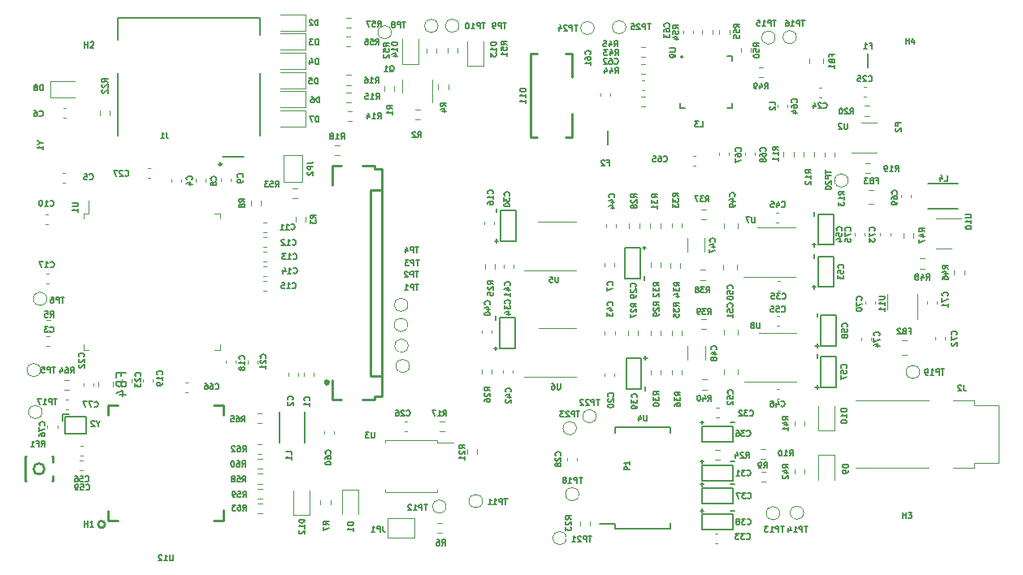
<source format=gbo>
%TF.GenerationSoftware,KiCad,Pcbnew,7.0.2-6a45011f42~172~ubuntu22.04.1*%
%TF.CreationDate,2023-05-03T22:42:28+03:00*%
%TF.ProjectId,mp3_test_board,6d70335f-7465-4737-945f-626f6172642e,rev?*%
%TF.SameCoordinates,Original*%
%TF.FileFunction,Legend,Bot*%
%TF.FilePolarity,Positive*%
%FSLAX46Y46*%
G04 Gerber Fmt 4.6, Leading zero omitted, Abs format (unit mm)*
G04 Created by KiCad (PCBNEW 7.0.2-6a45011f42~172~ubuntu22.04.1) date 2023-05-03 22:42:28*
%MOMM*%
%LPD*%
G01*
G04 APERTURE LIST*
%ADD10C,0.150000*%
%ADD11C,0.250000*%
%ADD12C,0.120000*%
%ADD13C,0.127000*%
%ADD14C,0.200000*%
%ADD15C,0.203200*%
%ADD16C,0.254000*%
%ADD17C,0.300000*%
G04 APERTURE END LIST*
D10*
%TO.C,H4*%
X168632857Y-46427571D02*
X168632857Y-45827571D01*
X168632857Y-46113285D02*
X168975714Y-46113285D01*
X168975714Y-46427571D02*
X168975714Y-45827571D01*
X169518571Y-46027571D02*
X169518571Y-46427571D01*
X169375713Y-45799000D02*
X169232856Y-46227571D01*
X169232856Y-46227571D02*
X169604285Y-46227571D01*
%TO.C,H2*%
X83082857Y-46807571D02*
X83082857Y-46207571D01*
X83082857Y-46493285D02*
X83425714Y-46493285D01*
X83425714Y-46807571D02*
X83425714Y-46207571D01*
X83682856Y-46264714D02*
X83711428Y-46236142D01*
X83711428Y-46236142D02*
X83768571Y-46207571D01*
X83768571Y-46207571D02*
X83911428Y-46207571D01*
X83911428Y-46207571D02*
X83968571Y-46236142D01*
X83968571Y-46236142D02*
X83997142Y-46264714D01*
X83997142Y-46264714D02*
X84025713Y-46321857D01*
X84025713Y-46321857D02*
X84025713Y-46379000D01*
X84025713Y-46379000D02*
X83997142Y-46464714D01*
X83997142Y-46464714D02*
X83654285Y-46807571D01*
X83654285Y-46807571D02*
X84025713Y-46807571D01*
%TO.C,P1*%
X139906350Y-90828325D02*
X139306350Y-90828325D01*
X139306350Y-90828325D02*
X139306350Y-90599754D01*
X139306350Y-90599754D02*
X139334921Y-90542611D01*
X139334921Y-90542611D02*
X139363493Y-90514040D01*
X139363493Y-90514040D02*
X139420636Y-90485468D01*
X139420636Y-90485468D02*
X139506350Y-90485468D01*
X139506350Y-90485468D02*
X139563493Y-90514040D01*
X139563493Y-90514040D02*
X139592064Y-90542611D01*
X139592064Y-90542611D02*
X139620636Y-90599754D01*
X139620636Y-90599754D02*
X139620636Y-90828325D01*
X139906350Y-89914040D02*
X139906350Y-90256897D01*
X139906350Y-90085468D02*
X139306350Y-90085468D01*
X139306350Y-90085468D02*
X139392064Y-90142611D01*
X139392064Y-90142611D02*
X139449207Y-90199754D01*
X139449207Y-90199754D02*
X139477779Y-90256897D01*
%TO.C,H1*%
X83082857Y-96757571D02*
X83082857Y-96157571D01*
X83082857Y-96443285D02*
X83425714Y-96443285D01*
X83425714Y-96757571D02*
X83425714Y-96157571D01*
X84025713Y-96757571D02*
X83682856Y-96757571D01*
X83854285Y-96757571D02*
X83854285Y-96157571D01*
X83854285Y-96157571D02*
X83797142Y-96243285D01*
X83797142Y-96243285D02*
X83739999Y-96300428D01*
X83739999Y-96300428D02*
X83682856Y-96329000D01*
%TO.C,H3*%
X168302857Y-95877571D02*
X168302857Y-95277571D01*
X168302857Y-95563285D02*
X168645714Y-95563285D01*
X168645714Y-95877571D02*
X168645714Y-95277571D01*
X168874285Y-95277571D02*
X169245713Y-95277571D01*
X169245713Y-95277571D02*
X169045713Y-95506142D01*
X169045713Y-95506142D02*
X169131428Y-95506142D01*
X169131428Y-95506142D02*
X169188571Y-95534714D01*
X169188571Y-95534714D02*
X169217142Y-95563285D01*
X169217142Y-95563285D02*
X169245713Y-95620428D01*
X169245713Y-95620428D02*
X169245713Y-95763285D01*
X169245713Y-95763285D02*
X169217142Y-95820428D01*
X169217142Y-95820428D02*
X169188571Y-95849000D01*
X169188571Y-95849000D02*
X169131428Y-95877571D01*
X169131428Y-95877571D02*
X168959999Y-95877571D01*
X168959999Y-95877571D02*
X168902856Y-95849000D01*
X168902856Y-95849000D02*
X168874285Y-95820428D01*
%TO.C,C18*%
X99710428Y-79294285D02*
X99739000Y-79265713D01*
X99739000Y-79265713D02*
X99767571Y-79179999D01*
X99767571Y-79179999D02*
X99767571Y-79122856D01*
X99767571Y-79122856D02*
X99739000Y-79037142D01*
X99739000Y-79037142D02*
X99681857Y-78979999D01*
X99681857Y-78979999D02*
X99624714Y-78951428D01*
X99624714Y-78951428D02*
X99510428Y-78922856D01*
X99510428Y-78922856D02*
X99424714Y-78922856D01*
X99424714Y-78922856D02*
X99310428Y-78951428D01*
X99310428Y-78951428D02*
X99253285Y-78979999D01*
X99253285Y-78979999D02*
X99196142Y-79037142D01*
X99196142Y-79037142D02*
X99167571Y-79122856D01*
X99167571Y-79122856D02*
X99167571Y-79179999D01*
X99167571Y-79179999D02*
X99196142Y-79265713D01*
X99196142Y-79265713D02*
X99224714Y-79294285D01*
X99767571Y-79865713D02*
X99767571Y-79522856D01*
X99767571Y-79694285D02*
X99167571Y-79694285D01*
X99167571Y-79694285D02*
X99253285Y-79637142D01*
X99253285Y-79637142D02*
X99310428Y-79579999D01*
X99310428Y-79579999D02*
X99339000Y-79522856D01*
X99424714Y-80208571D02*
X99396142Y-80151428D01*
X99396142Y-80151428D02*
X99367571Y-80122857D01*
X99367571Y-80122857D02*
X99310428Y-80094285D01*
X99310428Y-80094285D02*
X99281857Y-80094285D01*
X99281857Y-80094285D02*
X99224714Y-80122857D01*
X99224714Y-80122857D02*
X99196142Y-80151428D01*
X99196142Y-80151428D02*
X99167571Y-80208571D01*
X99167571Y-80208571D02*
X99167571Y-80322857D01*
X99167571Y-80322857D02*
X99196142Y-80380000D01*
X99196142Y-80380000D02*
X99224714Y-80408571D01*
X99224714Y-80408571D02*
X99281857Y-80437142D01*
X99281857Y-80437142D02*
X99310428Y-80437142D01*
X99310428Y-80437142D02*
X99367571Y-80408571D01*
X99367571Y-80408571D02*
X99396142Y-80380000D01*
X99396142Y-80380000D02*
X99424714Y-80322857D01*
X99424714Y-80322857D02*
X99424714Y-80208571D01*
X99424714Y-80208571D02*
X99453285Y-80151428D01*
X99453285Y-80151428D02*
X99481857Y-80122857D01*
X99481857Y-80122857D02*
X99539000Y-80094285D01*
X99539000Y-80094285D02*
X99653285Y-80094285D01*
X99653285Y-80094285D02*
X99710428Y-80122857D01*
X99710428Y-80122857D02*
X99739000Y-80151428D01*
X99739000Y-80151428D02*
X99767571Y-80208571D01*
X99767571Y-80208571D02*
X99767571Y-80322857D01*
X99767571Y-80322857D02*
X99739000Y-80380000D01*
X99739000Y-80380000D02*
X99710428Y-80408571D01*
X99710428Y-80408571D02*
X99653285Y-80437142D01*
X99653285Y-80437142D02*
X99539000Y-80437142D01*
X99539000Y-80437142D02*
X99481857Y-80408571D01*
X99481857Y-80408571D02*
X99453285Y-80380000D01*
X99453285Y-80380000D02*
X99424714Y-80322857D01*
%TO.C,TP17*%
X80201110Y-83404016D02*
X79858253Y-83404016D01*
X80029681Y-84004016D02*
X80029681Y-83404016D01*
X79658252Y-84004016D02*
X79658252Y-83404016D01*
X79658252Y-83404016D02*
X79429681Y-83404016D01*
X79429681Y-83404016D02*
X79372538Y-83432587D01*
X79372538Y-83432587D02*
X79343967Y-83461159D01*
X79343967Y-83461159D02*
X79315395Y-83518302D01*
X79315395Y-83518302D02*
X79315395Y-83604016D01*
X79315395Y-83604016D02*
X79343967Y-83661159D01*
X79343967Y-83661159D02*
X79372538Y-83689730D01*
X79372538Y-83689730D02*
X79429681Y-83718302D01*
X79429681Y-83718302D02*
X79658252Y-83718302D01*
X78743967Y-84004016D02*
X79086824Y-84004016D01*
X78915395Y-84004016D02*
X78915395Y-83404016D01*
X78915395Y-83404016D02*
X78972538Y-83489730D01*
X78972538Y-83489730D02*
X79029681Y-83546873D01*
X79029681Y-83546873D02*
X79086824Y-83575445D01*
X78543966Y-83404016D02*
X78143966Y-83404016D01*
X78143966Y-83404016D02*
X78401109Y-84004016D01*
%TO.C,R38*%
X147833414Y-72361509D02*
X148033414Y-72075795D01*
X148176271Y-72361509D02*
X148176271Y-71761509D01*
X148176271Y-71761509D02*
X147947700Y-71761509D01*
X147947700Y-71761509D02*
X147890557Y-71790080D01*
X147890557Y-71790080D02*
X147861986Y-71818652D01*
X147861986Y-71818652D02*
X147833414Y-71875795D01*
X147833414Y-71875795D02*
X147833414Y-71961509D01*
X147833414Y-71961509D02*
X147861986Y-72018652D01*
X147861986Y-72018652D02*
X147890557Y-72047223D01*
X147890557Y-72047223D02*
X147947700Y-72075795D01*
X147947700Y-72075795D02*
X148176271Y-72075795D01*
X147633414Y-71761509D02*
X147261986Y-71761509D01*
X147261986Y-71761509D02*
X147461986Y-71990080D01*
X147461986Y-71990080D02*
X147376271Y-71990080D01*
X147376271Y-71990080D02*
X147319129Y-72018652D01*
X147319129Y-72018652D02*
X147290557Y-72047223D01*
X147290557Y-72047223D02*
X147261986Y-72104366D01*
X147261986Y-72104366D02*
X147261986Y-72247223D01*
X147261986Y-72247223D02*
X147290557Y-72304366D01*
X147290557Y-72304366D02*
X147319129Y-72332938D01*
X147319129Y-72332938D02*
X147376271Y-72361509D01*
X147376271Y-72361509D02*
X147547700Y-72361509D01*
X147547700Y-72361509D02*
X147604843Y-72332938D01*
X147604843Y-72332938D02*
X147633414Y-72304366D01*
X146919128Y-72018652D02*
X146976271Y-71990080D01*
X146976271Y-71990080D02*
X147004842Y-71961509D01*
X147004842Y-71961509D02*
X147033414Y-71904366D01*
X147033414Y-71904366D02*
X147033414Y-71875795D01*
X147033414Y-71875795D02*
X147004842Y-71818652D01*
X147004842Y-71818652D02*
X146976271Y-71790080D01*
X146976271Y-71790080D02*
X146919128Y-71761509D01*
X146919128Y-71761509D02*
X146804842Y-71761509D01*
X146804842Y-71761509D02*
X146747700Y-71790080D01*
X146747700Y-71790080D02*
X146719128Y-71818652D01*
X146719128Y-71818652D02*
X146690557Y-71875795D01*
X146690557Y-71875795D02*
X146690557Y-71904366D01*
X146690557Y-71904366D02*
X146719128Y-71961509D01*
X146719128Y-71961509D02*
X146747700Y-71990080D01*
X146747700Y-71990080D02*
X146804842Y-72018652D01*
X146804842Y-72018652D02*
X146919128Y-72018652D01*
X146919128Y-72018652D02*
X146976271Y-72047223D01*
X146976271Y-72047223D02*
X147004842Y-72075795D01*
X147004842Y-72075795D02*
X147033414Y-72132938D01*
X147033414Y-72132938D02*
X147033414Y-72247223D01*
X147033414Y-72247223D02*
X147004842Y-72304366D01*
X147004842Y-72304366D02*
X146976271Y-72332938D01*
X146976271Y-72332938D02*
X146919128Y-72361509D01*
X146919128Y-72361509D02*
X146804842Y-72361509D01*
X146804842Y-72361509D02*
X146747700Y-72332938D01*
X146747700Y-72332938D02*
X146719128Y-72304366D01*
X146719128Y-72304366D02*
X146690557Y-72247223D01*
X146690557Y-72247223D02*
X146690557Y-72132938D01*
X146690557Y-72132938D02*
X146719128Y-72075795D01*
X146719128Y-72075795D02*
X146747700Y-72047223D01*
X146747700Y-72047223D02*
X146804842Y-72018652D01*
%TO.C,C35*%
X155758414Y-72954366D02*
X155786986Y-72982938D01*
X155786986Y-72982938D02*
X155872700Y-73011509D01*
X155872700Y-73011509D02*
X155929843Y-73011509D01*
X155929843Y-73011509D02*
X156015557Y-72982938D01*
X156015557Y-72982938D02*
X156072700Y-72925795D01*
X156072700Y-72925795D02*
X156101271Y-72868652D01*
X156101271Y-72868652D02*
X156129843Y-72754366D01*
X156129843Y-72754366D02*
X156129843Y-72668652D01*
X156129843Y-72668652D02*
X156101271Y-72554366D01*
X156101271Y-72554366D02*
X156072700Y-72497223D01*
X156072700Y-72497223D02*
X156015557Y-72440080D01*
X156015557Y-72440080D02*
X155929843Y-72411509D01*
X155929843Y-72411509D02*
X155872700Y-72411509D01*
X155872700Y-72411509D02*
X155786986Y-72440080D01*
X155786986Y-72440080D02*
X155758414Y-72468652D01*
X155558414Y-72411509D02*
X155186986Y-72411509D01*
X155186986Y-72411509D02*
X155386986Y-72640080D01*
X155386986Y-72640080D02*
X155301271Y-72640080D01*
X155301271Y-72640080D02*
X155244129Y-72668652D01*
X155244129Y-72668652D02*
X155215557Y-72697223D01*
X155215557Y-72697223D02*
X155186986Y-72754366D01*
X155186986Y-72754366D02*
X155186986Y-72897223D01*
X155186986Y-72897223D02*
X155215557Y-72954366D01*
X155215557Y-72954366D02*
X155244129Y-72982938D01*
X155244129Y-72982938D02*
X155301271Y-73011509D01*
X155301271Y-73011509D02*
X155472700Y-73011509D01*
X155472700Y-73011509D02*
X155529843Y-72982938D01*
X155529843Y-72982938D02*
X155558414Y-72954366D01*
X154644128Y-72411509D02*
X154929842Y-72411509D01*
X154929842Y-72411509D02*
X154958414Y-72697223D01*
X154958414Y-72697223D02*
X154929842Y-72668652D01*
X154929842Y-72668652D02*
X154872700Y-72640080D01*
X154872700Y-72640080D02*
X154729842Y-72640080D01*
X154729842Y-72640080D02*
X154672700Y-72668652D01*
X154672700Y-72668652D02*
X154644128Y-72697223D01*
X154644128Y-72697223D02*
X154615557Y-72754366D01*
X154615557Y-72754366D02*
X154615557Y-72897223D01*
X154615557Y-72897223D02*
X154644128Y-72954366D01*
X154644128Y-72954366D02*
X154672700Y-72982938D01*
X154672700Y-72982938D02*
X154729842Y-73011509D01*
X154729842Y-73011509D02*
X154872700Y-73011509D01*
X154872700Y-73011509D02*
X154929842Y-72982938D01*
X154929842Y-72982938D02*
X154958414Y-72954366D01*
%TO.C,R13*%
X162217571Y-62134285D02*
X161931857Y-61934285D01*
X162217571Y-61791428D02*
X161617571Y-61791428D01*
X161617571Y-61791428D02*
X161617571Y-62019999D01*
X161617571Y-62019999D02*
X161646142Y-62077142D01*
X161646142Y-62077142D02*
X161674714Y-62105713D01*
X161674714Y-62105713D02*
X161731857Y-62134285D01*
X161731857Y-62134285D02*
X161817571Y-62134285D01*
X161817571Y-62134285D02*
X161874714Y-62105713D01*
X161874714Y-62105713D02*
X161903285Y-62077142D01*
X161903285Y-62077142D02*
X161931857Y-62019999D01*
X161931857Y-62019999D02*
X161931857Y-61791428D01*
X162217571Y-62705713D02*
X162217571Y-62362856D01*
X162217571Y-62534285D02*
X161617571Y-62534285D01*
X161617571Y-62534285D02*
X161703285Y-62477142D01*
X161703285Y-62477142D02*
X161760428Y-62419999D01*
X161760428Y-62419999D02*
X161789000Y-62362856D01*
X161617571Y-62905714D02*
X161617571Y-63277142D01*
X161617571Y-63277142D02*
X161846142Y-63077142D01*
X161846142Y-63077142D02*
X161846142Y-63162857D01*
X161846142Y-63162857D02*
X161874714Y-63220000D01*
X161874714Y-63220000D02*
X161903285Y-63248571D01*
X161903285Y-63248571D02*
X161960428Y-63277142D01*
X161960428Y-63277142D02*
X162103285Y-63277142D01*
X162103285Y-63277142D02*
X162160428Y-63248571D01*
X162160428Y-63248571D02*
X162189000Y-63220000D01*
X162189000Y-63220000D02*
X162217571Y-63162857D01*
X162217571Y-63162857D02*
X162217571Y-62991428D01*
X162217571Y-62991428D02*
X162189000Y-62934285D01*
X162189000Y-62934285D02*
X162160428Y-62905714D01*
%TO.C,L2*%
X155067571Y-52803938D02*
X155067571Y-52518224D01*
X155067571Y-52518224D02*
X154467571Y-52518224D01*
X154524714Y-52975366D02*
X154496142Y-53003938D01*
X154496142Y-53003938D02*
X154467571Y-53061081D01*
X154467571Y-53061081D02*
X154467571Y-53203938D01*
X154467571Y-53203938D02*
X154496142Y-53261081D01*
X154496142Y-53261081D02*
X154524714Y-53289652D01*
X154524714Y-53289652D02*
X154581857Y-53318223D01*
X154581857Y-53318223D02*
X154639000Y-53318223D01*
X154639000Y-53318223D02*
X154724714Y-53289652D01*
X154724714Y-53289652D02*
X155067571Y-52946795D01*
X155067571Y-52946795D02*
X155067571Y-53318223D01*
%TO.C,D6*%
X107552856Y-52547571D02*
X107552856Y-51947571D01*
X107552856Y-51947571D02*
X107409999Y-51947571D01*
X107409999Y-51947571D02*
X107324285Y-51976142D01*
X107324285Y-51976142D02*
X107267142Y-52033285D01*
X107267142Y-52033285D02*
X107238571Y-52090428D01*
X107238571Y-52090428D02*
X107209999Y-52204714D01*
X107209999Y-52204714D02*
X107209999Y-52290428D01*
X107209999Y-52290428D02*
X107238571Y-52404714D01*
X107238571Y-52404714D02*
X107267142Y-52461857D01*
X107267142Y-52461857D02*
X107324285Y-52519000D01*
X107324285Y-52519000D02*
X107409999Y-52547571D01*
X107409999Y-52547571D02*
X107552856Y-52547571D01*
X106695714Y-51947571D02*
X106809999Y-51947571D01*
X106809999Y-51947571D02*
X106867142Y-51976142D01*
X106867142Y-51976142D02*
X106895714Y-52004714D01*
X106895714Y-52004714D02*
X106952856Y-52090428D01*
X106952856Y-52090428D02*
X106981428Y-52204714D01*
X106981428Y-52204714D02*
X106981428Y-52433285D01*
X106981428Y-52433285D02*
X106952856Y-52490428D01*
X106952856Y-52490428D02*
X106924285Y-52519000D01*
X106924285Y-52519000D02*
X106867142Y-52547571D01*
X106867142Y-52547571D02*
X106752856Y-52547571D01*
X106752856Y-52547571D02*
X106695714Y-52519000D01*
X106695714Y-52519000D02*
X106667142Y-52490428D01*
X106667142Y-52490428D02*
X106638571Y-52433285D01*
X106638571Y-52433285D02*
X106638571Y-52290428D01*
X106638571Y-52290428D02*
X106667142Y-52233285D01*
X106667142Y-52233285D02*
X106695714Y-52204714D01*
X106695714Y-52204714D02*
X106752856Y-52176142D01*
X106752856Y-52176142D02*
X106867142Y-52176142D01*
X106867142Y-52176142D02*
X106924285Y-52204714D01*
X106924285Y-52204714D02*
X106952856Y-52233285D01*
X106952856Y-52233285D02*
X106981428Y-52290428D01*
%TO.C,C14*%
X104835714Y-70300428D02*
X104864286Y-70329000D01*
X104864286Y-70329000D02*
X104950000Y-70357571D01*
X104950000Y-70357571D02*
X105007143Y-70357571D01*
X105007143Y-70357571D02*
X105092857Y-70329000D01*
X105092857Y-70329000D02*
X105150000Y-70271857D01*
X105150000Y-70271857D02*
X105178571Y-70214714D01*
X105178571Y-70214714D02*
X105207143Y-70100428D01*
X105207143Y-70100428D02*
X105207143Y-70014714D01*
X105207143Y-70014714D02*
X105178571Y-69900428D01*
X105178571Y-69900428D02*
X105150000Y-69843285D01*
X105150000Y-69843285D02*
X105092857Y-69786142D01*
X105092857Y-69786142D02*
X105007143Y-69757571D01*
X105007143Y-69757571D02*
X104950000Y-69757571D01*
X104950000Y-69757571D02*
X104864286Y-69786142D01*
X104864286Y-69786142D02*
X104835714Y-69814714D01*
X104264286Y-70357571D02*
X104607143Y-70357571D01*
X104435714Y-70357571D02*
X104435714Y-69757571D01*
X104435714Y-69757571D02*
X104492857Y-69843285D01*
X104492857Y-69843285D02*
X104550000Y-69900428D01*
X104550000Y-69900428D02*
X104607143Y-69929000D01*
X103750000Y-69957571D02*
X103750000Y-70357571D01*
X103892857Y-69729000D02*
X104035714Y-70157571D01*
X104035714Y-70157571D02*
X103664285Y-70157571D01*
%TO.C,C12*%
X104715714Y-67330428D02*
X104744286Y-67359000D01*
X104744286Y-67359000D02*
X104830000Y-67387571D01*
X104830000Y-67387571D02*
X104887143Y-67387571D01*
X104887143Y-67387571D02*
X104972857Y-67359000D01*
X104972857Y-67359000D02*
X105030000Y-67301857D01*
X105030000Y-67301857D02*
X105058571Y-67244714D01*
X105058571Y-67244714D02*
X105087143Y-67130428D01*
X105087143Y-67130428D02*
X105087143Y-67044714D01*
X105087143Y-67044714D02*
X105058571Y-66930428D01*
X105058571Y-66930428D02*
X105030000Y-66873285D01*
X105030000Y-66873285D02*
X104972857Y-66816142D01*
X104972857Y-66816142D02*
X104887143Y-66787571D01*
X104887143Y-66787571D02*
X104830000Y-66787571D01*
X104830000Y-66787571D02*
X104744286Y-66816142D01*
X104744286Y-66816142D02*
X104715714Y-66844714D01*
X104144286Y-67387571D02*
X104487143Y-67387571D01*
X104315714Y-67387571D02*
X104315714Y-66787571D01*
X104315714Y-66787571D02*
X104372857Y-66873285D01*
X104372857Y-66873285D02*
X104430000Y-66930428D01*
X104430000Y-66930428D02*
X104487143Y-66959000D01*
X103915714Y-66844714D02*
X103887142Y-66816142D01*
X103887142Y-66816142D02*
X103830000Y-66787571D01*
X103830000Y-66787571D02*
X103687142Y-66787571D01*
X103687142Y-66787571D02*
X103630000Y-66816142D01*
X103630000Y-66816142D02*
X103601428Y-66844714D01*
X103601428Y-66844714D02*
X103572857Y-66901857D01*
X103572857Y-66901857D02*
X103572857Y-66959000D01*
X103572857Y-66959000D02*
X103601428Y-67044714D01*
X103601428Y-67044714D02*
X103944285Y-67387571D01*
X103944285Y-67387571D02*
X103572857Y-67387571D01*
%TO.C,C17*%
X79518414Y-69674366D02*
X79546986Y-69702938D01*
X79546986Y-69702938D02*
X79632700Y-69731509D01*
X79632700Y-69731509D02*
X79689843Y-69731509D01*
X79689843Y-69731509D02*
X79775557Y-69702938D01*
X79775557Y-69702938D02*
X79832700Y-69645795D01*
X79832700Y-69645795D02*
X79861271Y-69588652D01*
X79861271Y-69588652D02*
X79889843Y-69474366D01*
X79889843Y-69474366D02*
X79889843Y-69388652D01*
X79889843Y-69388652D02*
X79861271Y-69274366D01*
X79861271Y-69274366D02*
X79832700Y-69217223D01*
X79832700Y-69217223D02*
X79775557Y-69160080D01*
X79775557Y-69160080D02*
X79689843Y-69131509D01*
X79689843Y-69131509D02*
X79632700Y-69131509D01*
X79632700Y-69131509D02*
X79546986Y-69160080D01*
X79546986Y-69160080D02*
X79518414Y-69188652D01*
X78946986Y-69731509D02*
X79289843Y-69731509D01*
X79118414Y-69731509D02*
X79118414Y-69131509D01*
X79118414Y-69131509D02*
X79175557Y-69217223D01*
X79175557Y-69217223D02*
X79232700Y-69274366D01*
X79232700Y-69274366D02*
X79289843Y-69302938D01*
X78746985Y-69131509D02*
X78346985Y-69131509D01*
X78346985Y-69131509D02*
X78604128Y-69731509D01*
%TO.C,TP13*%
X155942857Y-96677571D02*
X155600000Y-96677571D01*
X155771428Y-97277571D02*
X155771428Y-96677571D01*
X155399999Y-97277571D02*
X155399999Y-96677571D01*
X155399999Y-96677571D02*
X155171428Y-96677571D01*
X155171428Y-96677571D02*
X155114285Y-96706142D01*
X155114285Y-96706142D02*
X155085714Y-96734714D01*
X155085714Y-96734714D02*
X155057142Y-96791857D01*
X155057142Y-96791857D02*
X155057142Y-96877571D01*
X155057142Y-96877571D02*
X155085714Y-96934714D01*
X155085714Y-96934714D02*
X155114285Y-96963285D01*
X155114285Y-96963285D02*
X155171428Y-96991857D01*
X155171428Y-96991857D02*
X155399999Y-96991857D01*
X154485714Y-97277571D02*
X154828571Y-97277571D01*
X154657142Y-97277571D02*
X154657142Y-96677571D01*
X154657142Y-96677571D02*
X154714285Y-96763285D01*
X154714285Y-96763285D02*
X154771428Y-96820428D01*
X154771428Y-96820428D02*
X154828571Y-96849000D01*
X154285713Y-96677571D02*
X153914285Y-96677571D01*
X153914285Y-96677571D02*
X154114285Y-96906142D01*
X154114285Y-96906142D02*
X154028570Y-96906142D01*
X154028570Y-96906142D02*
X153971428Y-96934714D01*
X153971428Y-96934714D02*
X153942856Y-96963285D01*
X153942856Y-96963285D02*
X153914285Y-97020428D01*
X153914285Y-97020428D02*
X153914285Y-97163285D01*
X153914285Y-97163285D02*
X153942856Y-97220428D01*
X153942856Y-97220428D02*
X153971428Y-97249000D01*
X153971428Y-97249000D02*
X154028570Y-97277571D01*
X154028570Y-97277571D02*
X154199999Y-97277571D01*
X154199999Y-97277571D02*
X154257142Y-97249000D01*
X154257142Y-97249000D02*
X154285713Y-97220428D01*
%TO.C,R62*%
X99535714Y-88937571D02*
X99735714Y-88651857D01*
X99878571Y-88937571D02*
X99878571Y-88337571D01*
X99878571Y-88337571D02*
X99650000Y-88337571D01*
X99650000Y-88337571D02*
X99592857Y-88366142D01*
X99592857Y-88366142D02*
X99564286Y-88394714D01*
X99564286Y-88394714D02*
X99535714Y-88451857D01*
X99535714Y-88451857D02*
X99535714Y-88537571D01*
X99535714Y-88537571D02*
X99564286Y-88594714D01*
X99564286Y-88594714D02*
X99592857Y-88623285D01*
X99592857Y-88623285D02*
X99650000Y-88651857D01*
X99650000Y-88651857D02*
X99878571Y-88651857D01*
X99021429Y-88337571D02*
X99135714Y-88337571D01*
X99135714Y-88337571D02*
X99192857Y-88366142D01*
X99192857Y-88366142D02*
X99221429Y-88394714D01*
X99221429Y-88394714D02*
X99278571Y-88480428D01*
X99278571Y-88480428D02*
X99307143Y-88594714D01*
X99307143Y-88594714D02*
X99307143Y-88823285D01*
X99307143Y-88823285D02*
X99278571Y-88880428D01*
X99278571Y-88880428D02*
X99250000Y-88909000D01*
X99250000Y-88909000D02*
X99192857Y-88937571D01*
X99192857Y-88937571D02*
X99078571Y-88937571D01*
X99078571Y-88937571D02*
X99021429Y-88909000D01*
X99021429Y-88909000D02*
X98992857Y-88880428D01*
X98992857Y-88880428D02*
X98964286Y-88823285D01*
X98964286Y-88823285D02*
X98964286Y-88680428D01*
X98964286Y-88680428D02*
X98992857Y-88623285D01*
X98992857Y-88623285D02*
X99021429Y-88594714D01*
X99021429Y-88594714D02*
X99078571Y-88566142D01*
X99078571Y-88566142D02*
X99192857Y-88566142D01*
X99192857Y-88566142D02*
X99250000Y-88594714D01*
X99250000Y-88594714D02*
X99278571Y-88623285D01*
X99278571Y-88623285D02*
X99307143Y-88680428D01*
X98735714Y-88394714D02*
X98707142Y-88366142D01*
X98707142Y-88366142D02*
X98650000Y-88337571D01*
X98650000Y-88337571D02*
X98507142Y-88337571D01*
X98507142Y-88337571D02*
X98450000Y-88366142D01*
X98450000Y-88366142D02*
X98421428Y-88394714D01*
X98421428Y-88394714D02*
X98392857Y-88451857D01*
X98392857Y-88451857D02*
X98392857Y-88509000D01*
X98392857Y-88509000D02*
X98421428Y-88594714D01*
X98421428Y-88594714D02*
X98764285Y-88937571D01*
X98764285Y-88937571D02*
X98392857Y-88937571D01*
%TO.C,R37*%
X147785714Y-62867571D02*
X147985714Y-62581857D01*
X148128571Y-62867571D02*
X148128571Y-62267571D01*
X148128571Y-62267571D02*
X147900000Y-62267571D01*
X147900000Y-62267571D02*
X147842857Y-62296142D01*
X147842857Y-62296142D02*
X147814286Y-62324714D01*
X147814286Y-62324714D02*
X147785714Y-62381857D01*
X147785714Y-62381857D02*
X147785714Y-62467571D01*
X147785714Y-62467571D02*
X147814286Y-62524714D01*
X147814286Y-62524714D02*
X147842857Y-62553285D01*
X147842857Y-62553285D02*
X147900000Y-62581857D01*
X147900000Y-62581857D02*
X148128571Y-62581857D01*
X147585714Y-62267571D02*
X147214286Y-62267571D01*
X147214286Y-62267571D02*
X147414286Y-62496142D01*
X147414286Y-62496142D02*
X147328571Y-62496142D01*
X147328571Y-62496142D02*
X147271429Y-62524714D01*
X147271429Y-62524714D02*
X147242857Y-62553285D01*
X147242857Y-62553285D02*
X147214286Y-62610428D01*
X147214286Y-62610428D02*
X147214286Y-62753285D01*
X147214286Y-62753285D02*
X147242857Y-62810428D01*
X147242857Y-62810428D02*
X147271429Y-62839000D01*
X147271429Y-62839000D02*
X147328571Y-62867571D01*
X147328571Y-62867571D02*
X147500000Y-62867571D01*
X147500000Y-62867571D02*
X147557143Y-62839000D01*
X147557143Y-62839000D02*
X147585714Y-62810428D01*
X147014285Y-62267571D02*
X146614285Y-62267571D01*
X146614285Y-62267571D02*
X146871428Y-62867571D01*
%TO.C,C48*%
X148890428Y-78284285D02*
X148919000Y-78255713D01*
X148919000Y-78255713D02*
X148947571Y-78169999D01*
X148947571Y-78169999D02*
X148947571Y-78112856D01*
X148947571Y-78112856D02*
X148919000Y-78027142D01*
X148919000Y-78027142D02*
X148861857Y-77969999D01*
X148861857Y-77969999D02*
X148804714Y-77941428D01*
X148804714Y-77941428D02*
X148690428Y-77912856D01*
X148690428Y-77912856D02*
X148604714Y-77912856D01*
X148604714Y-77912856D02*
X148490428Y-77941428D01*
X148490428Y-77941428D02*
X148433285Y-77969999D01*
X148433285Y-77969999D02*
X148376142Y-78027142D01*
X148376142Y-78027142D02*
X148347571Y-78112856D01*
X148347571Y-78112856D02*
X148347571Y-78169999D01*
X148347571Y-78169999D02*
X148376142Y-78255713D01*
X148376142Y-78255713D02*
X148404714Y-78284285D01*
X148547571Y-78798571D02*
X148947571Y-78798571D01*
X148319000Y-78655713D02*
X148747571Y-78512856D01*
X148747571Y-78512856D02*
X148747571Y-78884285D01*
X148604714Y-79198571D02*
X148576142Y-79141428D01*
X148576142Y-79141428D02*
X148547571Y-79112857D01*
X148547571Y-79112857D02*
X148490428Y-79084285D01*
X148490428Y-79084285D02*
X148461857Y-79084285D01*
X148461857Y-79084285D02*
X148404714Y-79112857D01*
X148404714Y-79112857D02*
X148376142Y-79141428D01*
X148376142Y-79141428D02*
X148347571Y-79198571D01*
X148347571Y-79198571D02*
X148347571Y-79312857D01*
X148347571Y-79312857D02*
X148376142Y-79370000D01*
X148376142Y-79370000D02*
X148404714Y-79398571D01*
X148404714Y-79398571D02*
X148461857Y-79427142D01*
X148461857Y-79427142D02*
X148490428Y-79427142D01*
X148490428Y-79427142D02*
X148547571Y-79398571D01*
X148547571Y-79398571D02*
X148576142Y-79370000D01*
X148576142Y-79370000D02*
X148604714Y-79312857D01*
X148604714Y-79312857D02*
X148604714Y-79198571D01*
X148604714Y-79198571D02*
X148633285Y-79141428D01*
X148633285Y-79141428D02*
X148661857Y-79112857D01*
X148661857Y-79112857D02*
X148719000Y-79084285D01*
X148719000Y-79084285D02*
X148833285Y-79084285D01*
X148833285Y-79084285D02*
X148890428Y-79112857D01*
X148890428Y-79112857D02*
X148919000Y-79141428D01*
X148919000Y-79141428D02*
X148947571Y-79198571D01*
X148947571Y-79198571D02*
X148947571Y-79312857D01*
X148947571Y-79312857D02*
X148919000Y-79370000D01*
X148919000Y-79370000D02*
X148890428Y-79398571D01*
X148890428Y-79398571D02*
X148833285Y-79427142D01*
X148833285Y-79427142D02*
X148719000Y-79427142D01*
X148719000Y-79427142D02*
X148661857Y-79398571D01*
X148661857Y-79398571D02*
X148633285Y-79370000D01*
X148633285Y-79370000D02*
X148604714Y-79312857D01*
%TO.C,TP23*%
X134663257Y-84722447D02*
X134320400Y-84722447D01*
X134491828Y-85322447D02*
X134491828Y-84722447D01*
X134120399Y-85322447D02*
X134120399Y-84722447D01*
X134120399Y-84722447D02*
X133891828Y-84722447D01*
X133891828Y-84722447D02*
X133834685Y-84751018D01*
X133834685Y-84751018D02*
X133806114Y-84779590D01*
X133806114Y-84779590D02*
X133777542Y-84836733D01*
X133777542Y-84836733D02*
X133777542Y-84922447D01*
X133777542Y-84922447D02*
X133806114Y-84979590D01*
X133806114Y-84979590D02*
X133834685Y-85008161D01*
X133834685Y-85008161D02*
X133891828Y-85036733D01*
X133891828Y-85036733D02*
X134120399Y-85036733D01*
X133548971Y-84779590D02*
X133520399Y-84751018D01*
X133520399Y-84751018D02*
X133463257Y-84722447D01*
X133463257Y-84722447D02*
X133320399Y-84722447D01*
X133320399Y-84722447D02*
X133263257Y-84751018D01*
X133263257Y-84751018D02*
X133234685Y-84779590D01*
X133234685Y-84779590D02*
X133206114Y-84836733D01*
X133206114Y-84836733D02*
X133206114Y-84893876D01*
X133206114Y-84893876D02*
X133234685Y-84979590D01*
X133234685Y-84979590D02*
X133577542Y-85322447D01*
X133577542Y-85322447D02*
X133206114Y-85322447D01*
X133006113Y-84722447D02*
X132634685Y-84722447D01*
X132634685Y-84722447D02*
X132834685Y-84951018D01*
X132834685Y-84951018D02*
X132748970Y-84951018D01*
X132748970Y-84951018D02*
X132691828Y-84979590D01*
X132691828Y-84979590D02*
X132663256Y-85008161D01*
X132663256Y-85008161D02*
X132634685Y-85065304D01*
X132634685Y-85065304D02*
X132634685Y-85208161D01*
X132634685Y-85208161D02*
X132663256Y-85265304D01*
X132663256Y-85265304D02*
X132691828Y-85293876D01*
X132691828Y-85293876D02*
X132748970Y-85322447D01*
X132748970Y-85322447D02*
X132920399Y-85322447D01*
X132920399Y-85322447D02*
X132977542Y-85293876D01*
X132977542Y-85293876D02*
X133006113Y-85265304D01*
%TO.C,R20*%
X162828414Y-53741509D02*
X163028414Y-53455795D01*
X163171271Y-53741509D02*
X163171271Y-53141509D01*
X163171271Y-53141509D02*
X162942700Y-53141509D01*
X162942700Y-53141509D02*
X162885557Y-53170080D01*
X162885557Y-53170080D02*
X162856986Y-53198652D01*
X162856986Y-53198652D02*
X162828414Y-53255795D01*
X162828414Y-53255795D02*
X162828414Y-53341509D01*
X162828414Y-53341509D02*
X162856986Y-53398652D01*
X162856986Y-53398652D02*
X162885557Y-53427223D01*
X162885557Y-53427223D02*
X162942700Y-53455795D01*
X162942700Y-53455795D02*
X163171271Y-53455795D01*
X162599843Y-53198652D02*
X162571271Y-53170080D01*
X162571271Y-53170080D02*
X162514129Y-53141509D01*
X162514129Y-53141509D02*
X162371271Y-53141509D01*
X162371271Y-53141509D02*
X162314129Y-53170080D01*
X162314129Y-53170080D02*
X162285557Y-53198652D01*
X162285557Y-53198652D02*
X162256986Y-53255795D01*
X162256986Y-53255795D02*
X162256986Y-53312938D01*
X162256986Y-53312938D02*
X162285557Y-53398652D01*
X162285557Y-53398652D02*
X162628414Y-53741509D01*
X162628414Y-53741509D02*
X162256986Y-53741509D01*
X161885557Y-53141509D02*
X161828414Y-53141509D01*
X161828414Y-53141509D02*
X161771271Y-53170080D01*
X161771271Y-53170080D02*
X161742700Y-53198652D01*
X161742700Y-53198652D02*
X161714128Y-53255795D01*
X161714128Y-53255795D02*
X161685557Y-53370080D01*
X161685557Y-53370080D02*
X161685557Y-53512938D01*
X161685557Y-53512938D02*
X161714128Y-53627223D01*
X161714128Y-53627223D02*
X161742700Y-53684366D01*
X161742700Y-53684366D02*
X161771271Y-53712938D01*
X161771271Y-53712938D02*
X161828414Y-53741509D01*
X161828414Y-53741509D02*
X161885557Y-53741509D01*
X161885557Y-53741509D02*
X161942700Y-53712938D01*
X161942700Y-53712938D02*
X161971271Y-53684366D01*
X161971271Y-53684366D02*
X161999842Y-53627223D01*
X161999842Y-53627223D02*
X162028414Y-53512938D01*
X162028414Y-53512938D02*
X162028414Y-53370080D01*
X162028414Y-53370080D02*
X161999842Y-53255795D01*
X161999842Y-53255795D02*
X161971271Y-53198652D01*
X161971271Y-53198652D02*
X161942700Y-53170080D01*
X161942700Y-53170080D02*
X161885557Y-53141509D01*
%TO.C,FB3*%
X165552699Y-60667223D02*
X165752699Y-60667223D01*
X165752699Y-60981509D02*
X165752699Y-60381509D01*
X165752699Y-60381509D02*
X165466985Y-60381509D01*
X165038413Y-60667223D02*
X164952699Y-60695795D01*
X164952699Y-60695795D02*
X164924128Y-60724366D01*
X164924128Y-60724366D02*
X164895556Y-60781509D01*
X164895556Y-60781509D02*
X164895556Y-60867223D01*
X164895556Y-60867223D02*
X164924128Y-60924366D01*
X164924128Y-60924366D02*
X164952699Y-60952938D01*
X164952699Y-60952938D02*
X165009842Y-60981509D01*
X165009842Y-60981509D02*
X165238413Y-60981509D01*
X165238413Y-60981509D02*
X165238413Y-60381509D01*
X165238413Y-60381509D02*
X165038413Y-60381509D01*
X165038413Y-60381509D02*
X164981271Y-60410080D01*
X164981271Y-60410080D02*
X164952699Y-60438652D01*
X164952699Y-60438652D02*
X164924128Y-60495795D01*
X164924128Y-60495795D02*
X164924128Y-60552938D01*
X164924128Y-60552938D02*
X164952699Y-60610080D01*
X164952699Y-60610080D02*
X164981271Y-60638652D01*
X164981271Y-60638652D02*
X165038413Y-60667223D01*
X165038413Y-60667223D02*
X165238413Y-60667223D01*
X164695556Y-60381509D02*
X164324128Y-60381509D01*
X164324128Y-60381509D02*
X164524128Y-60610080D01*
X164524128Y-60610080D02*
X164438413Y-60610080D01*
X164438413Y-60610080D02*
X164381271Y-60638652D01*
X164381271Y-60638652D02*
X164352699Y-60667223D01*
X164352699Y-60667223D02*
X164324128Y-60724366D01*
X164324128Y-60724366D02*
X164324128Y-60867223D01*
X164324128Y-60867223D02*
X164352699Y-60924366D01*
X164352699Y-60924366D02*
X164381271Y-60952938D01*
X164381271Y-60952938D02*
X164438413Y-60981509D01*
X164438413Y-60981509D02*
X164609842Y-60981509D01*
X164609842Y-60981509D02*
X164666985Y-60952938D01*
X164666985Y-60952938D02*
X164695556Y-60924366D01*
%TO.C,D9*%
X162647571Y-90267143D02*
X162047571Y-90267143D01*
X162047571Y-90267143D02*
X162047571Y-90410000D01*
X162047571Y-90410000D02*
X162076142Y-90495714D01*
X162076142Y-90495714D02*
X162133285Y-90552857D01*
X162133285Y-90552857D02*
X162190428Y-90581428D01*
X162190428Y-90581428D02*
X162304714Y-90610000D01*
X162304714Y-90610000D02*
X162390428Y-90610000D01*
X162390428Y-90610000D02*
X162504714Y-90581428D01*
X162504714Y-90581428D02*
X162561857Y-90552857D01*
X162561857Y-90552857D02*
X162619000Y-90495714D01*
X162619000Y-90495714D02*
X162647571Y-90410000D01*
X162647571Y-90410000D02*
X162647571Y-90267143D01*
X162647571Y-90895714D02*
X162647571Y-91010000D01*
X162647571Y-91010000D02*
X162619000Y-91067143D01*
X162619000Y-91067143D02*
X162590428Y-91095714D01*
X162590428Y-91095714D02*
X162504714Y-91152857D01*
X162504714Y-91152857D02*
X162390428Y-91181428D01*
X162390428Y-91181428D02*
X162161857Y-91181428D01*
X162161857Y-91181428D02*
X162104714Y-91152857D01*
X162104714Y-91152857D02*
X162076142Y-91124286D01*
X162076142Y-91124286D02*
X162047571Y-91067143D01*
X162047571Y-91067143D02*
X162047571Y-90952857D01*
X162047571Y-90952857D02*
X162076142Y-90895714D01*
X162076142Y-90895714D02*
X162104714Y-90867143D01*
X162104714Y-90867143D02*
X162161857Y-90838571D01*
X162161857Y-90838571D02*
X162304714Y-90838571D01*
X162304714Y-90838571D02*
X162361857Y-90867143D01*
X162361857Y-90867143D02*
X162390428Y-90895714D01*
X162390428Y-90895714D02*
X162419000Y-90952857D01*
X162419000Y-90952857D02*
X162419000Y-91067143D01*
X162419000Y-91067143D02*
X162390428Y-91124286D01*
X162390428Y-91124286D02*
X162361857Y-91152857D01*
X162361857Y-91152857D02*
X162304714Y-91181428D01*
%TO.C,C54*%
X161953128Y-65878223D02*
X161981700Y-65849651D01*
X161981700Y-65849651D02*
X162010271Y-65763937D01*
X162010271Y-65763937D02*
X162010271Y-65706794D01*
X162010271Y-65706794D02*
X161981700Y-65621080D01*
X161981700Y-65621080D02*
X161924557Y-65563937D01*
X161924557Y-65563937D02*
X161867414Y-65535366D01*
X161867414Y-65535366D02*
X161753128Y-65506794D01*
X161753128Y-65506794D02*
X161667414Y-65506794D01*
X161667414Y-65506794D02*
X161553128Y-65535366D01*
X161553128Y-65535366D02*
X161495985Y-65563937D01*
X161495985Y-65563937D02*
X161438842Y-65621080D01*
X161438842Y-65621080D02*
X161410271Y-65706794D01*
X161410271Y-65706794D02*
X161410271Y-65763937D01*
X161410271Y-65763937D02*
X161438842Y-65849651D01*
X161438842Y-65849651D02*
X161467414Y-65878223D01*
X161410271Y-66421080D02*
X161410271Y-66135366D01*
X161410271Y-66135366D02*
X161695985Y-66106794D01*
X161695985Y-66106794D02*
X161667414Y-66135366D01*
X161667414Y-66135366D02*
X161638842Y-66192509D01*
X161638842Y-66192509D02*
X161638842Y-66335366D01*
X161638842Y-66335366D02*
X161667414Y-66392509D01*
X161667414Y-66392509D02*
X161695985Y-66421080D01*
X161695985Y-66421080D02*
X161753128Y-66449651D01*
X161753128Y-66449651D02*
X161895985Y-66449651D01*
X161895985Y-66449651D02*
X161953128Y-66421080D01*
X161953128Y-66421080D02*
X161981700Y-66392509D01*
X161981700Y-66392509D02*
X162010271Y-66335366D01*
X162010271Y-66335366D02*
X162010271Y-66192509D01*
X162010271Y-66192509D02*
X161981700Y-66135366D01*
X161981700Y-66135366D02*
X161953128Y-66106794D01*
X161610271Y-66963938D02*
X162010271Y-66963938D01*
X161381700Y-66821080D02*
X161810271Y-66678223D01*
X161810271Y-66678223D02*
X161810271Y-67049652D01*
%TO.C,R33*%
X144960271Y-62323223D02*
X144674557Y-62123223D01*
X144960271Y-61980366D02*
X144360271Y-61980366D01*
X144360271Y-61980366D02*
X144360271Y-62208937D01*
X144360271Y-62208937D02*
X144388842Y-62266080D01*
X144388842Y-62266080D02*
X144417414Y-62294651D01*
X144417414Y-62294651D02*
X144474557Y-62323223D01*
X144474557Y-62323223D02*
X144560271Y-62323223D01*
X144560271Y-62323223D02*
X144617414Y-62294651D01*
X144617414Y-62294651D02*
X144645985Y-62266080D01*
X144645985Y-62266080D02*
X144674557Y-62208937D01*
X144674557Y-62208937D02*
X144674557Y-61980366D01*
X144360271Y-62523223D02*
X144360271Y-62894651D01*
X144360271Y-62894651D02*
X144588842Y-62694651D01*
X144588842Y-62694651D02*
X144588842Y-62780366D01*
X144588842Y-62780366D02*
X144617414Y-62837509D01*
X144617414Y-62837509D02*
X144645985Y-62866080D01*
X144645985Y-62866080D02*
X144703128Y-62894651D01*
X144703128Y-62894651D02*
X144845985Y-62894651D01*
X144845985Y-62894651D02*
X144903128Y-62866080D01*
X144903128Y-62866080D02*
X144931700Y-62837509D01*
X144931700Y-62837509D02*
X144960271Y-62780366D01*
X144960271Y-62780366D02*
X144960271Y-62608937D01*
X144960271Y-62608937D02*
X144931700Y-62551794D01*
X144931700Y-62551794D02*
X144903128Y-62523223D01*
X144360271Y-63094652D02*
X144360271Y-63466080D01*
X144360271Y-63466080D02*
X144588842Y-63266080D01*
X144588842Y-63266080D02*
X144588842Y-63351795D01*
X144588842Y-63351795D02*
X144617414Y-63408938D01*
X144617414Y-63408938D02*
X144645985Y-63437509D01*
X144645985Y-63437509D02*
X144703128Y-63466080D01*
X144703128Y-63466080D02*
X144845985Y-63466080D01*
X144845985Y-63466080D02*
X144903128Y-63437509D01*
X144903128Y-63437509D02*
X144931700Y-63408938D01*
X144931700Y-63408938D02*
X144960271Y-63351795D01*
X144960271Y-63351795D02*
X144960271Y-63180366D01*
X144960271Y-63180366D02*
X144931700Y-63123223D01*
X144931700Y-63123223D02*
X144903128Y-63094652D01*
%TO.C,TP22*%
X136723257Y-83472447D02*
X136380400Y-83472447D01*
X136551828Y-84072447D02*
X136551828Y-83472447D01*
X136180399Y-84072447D02*
X136180399Y-83472447D01*
X136180399Y-83472447D02*
X135951828Y-83472447D01*
X135951828Y-83472447D02*
X135894685Y-83501018D01*
X135894685Y-83501018D02*
X135866114Y-83529590D01*
X135866114Y-83529590D02*
X135837542Y-83586733D01*
X135837542Y-83586733D02*
X135837542Y-83672447D01*
X135837542Y-83672447D02*
X135866114Y-83729590D01*
X135866114Y-83729590D02*
X135894685Y-83758161D01*
X135894685Y-83758161D02*
X135951828Y-83786733D01*
X135951828Y-83786733D02*
X136180399Y-83786733D01*
X135608971Y-83529590D02*
X135580399Y-83501018D01*
X135580399Y-83501018D02*
X135523257Y-83472447D01*
X135523257Y-83472447D02*
X135380399Y-83472447D01*
X135380399Y-83472447D02*
X135323257Y-83501018D01*
X135323257Y-83501018D02*
X135294685Y-83529590D01*
X135294685Y-83529590D02*
X135266114Y-83586733D01*
X135266114Y-83586733D02*
X135266114Y-83643876D01*
X135266114Y-83643876D02*
X135294685Y-83729590D01*
X135294685Y-83729590D02*
X135637542Y-84072447D01*
X135637542Y-84072447D02*
X135266114Y-84072447D01*
X135037542Y-83529590D02*
X135008970Y-83501018D01*
X135008970Y-83501018D02*
X134951828Y-83472447D01*
X134951828Y-83472447D02*
X134808970Y-83472447D01*
X134808970Y-83472447D02*
X134751828Y-83501018D01*
X134751828Y-83501018D02*
X134723256Y-83529590D01*
X134723256Y-83529590D02*
X134694685Y-83586733D01*
X134694685Y-83586733D02*
X134694685Y-83643876D01*
X134694685Y-83643876D02*
X134723256Y-83729590D01*
X134723256Y-83729590D02*
X135066113Y-84072447D01*
X135066113Y-84072447D02*
X134694685Y-84072447D01*
%TO.C,C52*%
X150600428Y-82874285D02*
X150629000Y-82845713D01*
X150629000Y-82845713D02*
X150657571Y-82759999D01*
X150657571Y-82759999D02*
X150657571Y-82702856D01*
X150657571Y-82702856D02*
X150629000Y-82617142D01*
X150629000Y-82617142D02*
X150571857Y-82559999D01*
X150571857Y-82559999D02*
X150514714Y-82531428D01*
X150514714Y-82531428D02*
X150400428Y-82502856D01*
X150400428Y-82502856D02*
X150314714Y-82502856D01*
X150314714Y-82502856D02*
X150200428Y-82531428D01*
X150200428Y-82531428D02*
X150143285Y-82559999D01*
X150143285Y-82559999D02*
X150086142Y-82617142D01*
X150086142Y-82617142D02*
X150057571Y-82702856D01*
X150057571Y-82702856D02*
X150057571Y-82759999D01*
X150057571Y-82759999D02*
X150086142Y-82845713D01*
X150086142Y-82845713D02*
X150114714Y-82874285D01*
X150057571Y-83417142D02*
X150057571Y-83131428D01*
X150057571Y-83131428D02*
X150343285Y-83102856D01*
X150343285Y-83102856D02*
X150314714Y-83131428D01*
X150314714Y-83131428D02*
X150286142Y-83188571D01*
X150286142Y-83188571D02*
X150286142Y-83331428D01*
X150286142Y-83331428D02*
X150314714Y-83388571D01*
X150314714Y-83388571D02*
X150343285Y-83417142D01*
X150343285Y-83417142D02*
X150400428Y-83445713D01*
X150400428Y-83445713D02*
X150543285Y-83445713D01*
X150543285Y-83445713D02*
X150600428Y-83417142D01*
X150600428Y-83417142D02*
X150629000Y-83388571D01*
X150629000Y-83388571D02*
X150657571Y-83331428D01*
X150657571Y-83331428D02*
X150657571Y-83188571D01*
X150657571Y-83188571D02*
X150629000Y-83131428D01*
X150629000Y-83131428D02*
X150600428Y-83102856D01*
X150114714Y-83674285D02*
X150086142Y-83702857D01*
X150086142Y-83702857D02*
X150057571Y-83760000D01*
X150057571Y-83760000D02*
X150057571Y-83902857D01*
X150057571Y-83902857D02*
X150086142Y-83960000D01*
X150086142Y-83960000D02*
X150114714Y-83988571D01*
X150114714Y-83988571D02*
X150171857Y-84017142D01*
X150171857Y-84017142D02*
X150229000Y-84017142D01*
X150229000Y-84017142D02*
X150314714Y-83988571D01*
X150314714Y-83988571D02*
X150657571Y-83645714D01*
X150657571Y-83645714D02*
X150657571Y-84017142D01*
%TO.C,R12*%
X158777571Y-59924285D02*
X158491857Y-59724285D01*
X158777571Y-59581428D02*
X158177571Y-59581428D01*
X158177571Y-59581428D02*
X158177571Y-59809999D01*
X158177571Y-59809999D02*
X158206142Y-59867142D01*
X158206142Y-59867142D02*
X158234714Y-59895713D01*
X158234714Y-59895713D02*
X158291857Y-59924285D01*
X158291857Y-59924285D02*
X158377571Y-59924285D01*
X158377571Y-59924285D02*
X158434714Y-59895713D01*
X158434714Y-59895713D02*
X158463285Y-59867142D01*
X158463285Y-59867142D02*
X158491857Y-59809999D01*
X158491857Y-59809999D02*
X158491857Y-59581428D01*
X158777571Y-60495713D02*
X158777571Y-60152856D01*
X158777571Y-60324285D02*
X158177571Y-60324285D01*
X158177571Y-60324285D02*
X158263285Y-60267142D01*
X158263285Y-60267142D02*
X158320428Y-60209999D01*
X158320428Y-60209999D02*
X158349000Y-60152856D01*
X158234714Y-60724285D02*
X158206142Y-60752857D01*
X158206142Y-60752857D02*
X158177571Y-60810000D01*
X158177571Y-60810000D02*
X158177571Y-60952857D01*
X158177571Y-60952857D02*
X158206142Y-61010000D01*
X158206142Y-61010000D02*
X158234714Y-61038571D01*
X158234714Y-61038571D02*
X158291857Y-61067142D01*
X158291857Y-61067142D02*
X158349000Y-61067142D01*
X158349000Y-61067142D02*
X158434714Y-61038571D01*
X158434714Y-61038571D02*
X158777571Y-60695714D01*
X158777571Y-60695714D02*
X158777571Y-61067142D01*
%TO.C,TP9*%
X127017143Y-44227571D02*
X126674286Y-44227571D01*
X126845714Y-44827571D02*
X126845714Y-44227571D01*
X126474285Y-44827571D02*
X126474285Y-44227571D01*
X126474285Y-44227571D02*
X126245714Y-44227571D01*
X126245714Y-44227571D02*
X126188571Y-44256142D01*
X126188571Y-44256142D02*
X126160000Y-44284714D01*
X126160000Y-44284714D02*
X126131428Y-44341857D01*
X126131428Y-44341857D02*
X126131428Y-44427571D01*
X126131428Y-44427571D02*
X126160000Y-44484714D01*
X126160000Y-44484714D02*
X126188571Y-44513285D01*
X126188571Y-44513285D02*
X126245714Y-44541857D01*
X126245714Y-44541857D02*
X126474285Y-44541857D01*
X125845714Y-44827571D02*
X125731428Y-44827571D01*
X125731428Y-44827571D02*
X125674285Y-44799000D01*
X125674285Y-44799000D02*
X125645714Y-44770428D01*
X125645714Y-44770428D02*
X125588571Y-44684714D01*
X125588571Y-44684714D02*
X125560000Y-44570428D01*
X125560000Y-44570428D02*
X125560000Y-44341857D01*
X125560000Y-44341857D02*
X125588571Y-44284714D01*
X125588571Y-44284714D02*
X125617143Y-44256142D01*
X125617143Y-44256142D02*
X125674285Y-44227571D01*
X125674285Y-44227571D02*
X125788571Y-44227571D01*
X125788571Y-44227571D02*
X125845714Y-44256142D01*
X125845714Y-44256142D02*
X125874285Y-44284714D01*
X125874285Y-44284714D02*
X125902857Y-44341857D01*
X125902857Y-44341857D02*
X125902857Y-44484714D01*
X125902857Y-44484714D02*
X125874285Y-44541857D01*
X125874285Y-44541857D02*
X125845714Y-44570428D01*
X125845714Y-44570428D02*
X125788571Y-44599000D01*
X125788571Y-44599000D02*
X125674285Y-44599000D01*
X125674285Y-44599000D02*
X125617143Y-44570428D01*
X125617143Y-44570428D02*
X125588571Y-44541857D01*
X125588571Y-44541857D02*
X125560000Y-44484714D01*
%TO.C,C31*%
X152095714Y-91380428D02*
X152124286Y-91409000D01*
X152124286Y-91409000D02*
X152210000Y-91437571D01*
X152210000Y-91437571D02*
X152267143Y-91437571D01*
X152267143Y-91437571D02*
X152352857Y-91409000D01*
X152352857Y-91409000D02*
X152410000Y-91351857D01*
X152410000Y-91351857D02*
X152438571Y-91294714D01*
X152438571Y-91294714D02*
X152467143Y-91180428D01*
X152467143Y-91180428D02*
X152467143Y-91094714D01*
X152467143Y-91094714D02*
X152438571Y-90980428D01*
X152438571Y-90980428D02*
X152410000Y-90923285D01*
X152410000Y-90923285D02*
X152352857Y-90866142D01*
X152352857Y-90866142D02*
X152267143Y-90837571D01*
X152267143Y-90837571D02*
X152210000Y-90837571D01*
X152210000Y-90837571D02*
X152124286Y-90866142D01*
X152124286Y-90866142D02*
X152095714Y-90894714D01*
X151895714Y-90837571D02*
X151524286Y-90837571D01*
X151524286Y-90837571D02*
X151724286Y-91066142D01*
X151724286Y-91066142D02*
X151638571Y-91066142D01*
X151638571Y-91066142D02*
X151581429Y-91094714D01*
X151581429Y-91094714D02*
X151552857Y-91123285D01*
X151552857Y-91123285D02*
X151524286Y-91180428D01*
X151524286Y-91180428D02*
X151524286Y-91323285D01*
X151524286Y-91323285D02*
X151552857Y-91380428D01*
X151552857Y-91380428D02*
X151581429Y-91409000D01*
X151581429Y-91409000D02*
X151638571Y-91437571D01*
X151638571Y-91437571D02*
X151810000Y-91437571D01*
X151810000Y-91437571D02*
X151867143Y-91409000D01*
X151867143Y-91409000D02*
X151895714Y-91380428D01*
X150952857Y-91437571D02*
X151295714Y-91437571D01*
X151124285Y-91437571D02*
X151124285Y-90837571D01*
X151124285Y-90837571D02*
X151181428Y-90923285D01*
X151181428Y-90923285D02*
X151238571Y-90980428D01*
X151238571Y-90980428D02*
X151295714Y-91009000D01*
%TO.C,R56*%
X113405714Y-46487571D02*
X113605714Y-46201857D01*
X113748571Y-46487571D02*
X113748571Y-45887571D01*
X113748571Y-45887571D02*
X113520000Y-45887571D01*
X113520000Y-45887571D02*
X113462857Y-45916142D01*
X113462857Y-45916142D02*
X113434286Y-45944714D01*
X113434286Y-45944714D02*
X113405714Y-46001857D01*
X113405714Y-46001857D02*
X113405714Y-46087571D01*
X113405714Y-46087571D02*
X113434286Y-46144714D01*
X113434286Y-46144714D02*
X113462857Y-46173285D01*
X113462857Y-46173285D02*
X113520000Y-46201857D01*
X113520000Y-46201857D02*
X113748571Y-46201857D01*
X112862857Y-45887571D02*
X113148571Y-45887571D01*
X113148571Y-45887571D02*
X113177143Y-46173285D01*
X113177143Y-46173285D02*
X113148571Y-46144714D01*
X113148571Y-46144714D02*
X113091429Y-46116142D01*
X113091429Y-46116142D02*
X112948571Y-46116142D01*
X112948571Y-46116142D02*
X112891429Y-46144714D01*
X112891429Y-46144714D02*
X112862857Y-46173285D01*
X112862857Y-46173285D02*
X112834286Y-46230428D01*
X112834286Y-46230428D02*
X112834286Y-46373285D01*
X112834286Y-46373285D02*
X112862857Y-46430428D01*
X112862857Y-46430428D02*
X112891429Y-46459000D01*
X112891429Y-46459000D02*
X112948571Y-46487571D01*
X112948571Y-46487571D02*
X113091429Y-46487571D01*
X113091429Y-46487571D02*
X113148571Y-46459000D01*
X113148571Y-46459000D02*
X113177143Y-46430428D01*
X112320000Y-45887571D02*
X112434285Y-45887571D01*
X112434285Y-45887571D02*
X112491428Y-45916142D01*
X112491428Y-45916142D02*
X112520000Y-45944714D01*
X112520000Y-45944714D02*
X112577142Y-46030428D01*
X112577142Y-46030428D02*
X112605714Y-46144714D01*
X112605714Y-46144714D02*
X112605714Y-46373285D01*
X112605714Y-46373285D02*
X112577142Y-46430428D01*
X112577142Y-46430428D02*
X112548571Y-46459000D01*
X112548571Y-46459000D02*
X112491428Y-46487571D01*
X112491428Y-46487571D02*
X112377142Y-46487571D01*
X112377142Y-46487571D02*
X112320000Y-46459000D01*
X112320000Y-46459000D02*
X112291428Y-46430428D01*
X112291428Y-46430428D02*
X112262857Y-46373285D01*
X112262857Y-46373285D02*
X112262857Y-46230428D01*
X112262857Y-46230428D02*
X112291428Y-46173285D01*
X112291428Y-46173285D02*
X112320000Y-46144714D01*
X112320000Y-46144714D02*
X112377142Y-46116142D01*
X112377142Y-46116142D02*
X112491428Y-46116142D01*
X112491428Y-46116142D02*
X112548571Y-46144714D01*
X112548571Y-46144714D02*
X112577142Y-46173285D01*
X112577142Y-46173285D02*
X112605714Y-46230428D01*
%TO.C,R43*%
X138325714Y-47597571D02*
X138525714Y-47311857D01*
X138668571Y-47597571D02*
X138668571Y-46997571D01*
X138668571Y-46997571D02*
X138440000Y-46997571D01*
X138440000Y-46997571D02*
X138382857Y-47026142D01*
X138382857Y-47026142D02*
X138354286Y-47054714D01*
X138354286Y-47054714D02*
X138325714Y-47111857D01*
X138325714Y-47111857D02*
X138325714Y-47197571D01*
X138325714Y-47197571D02*
X138354286Y-47254714D01*
X138354286Y-47254714D02*
X138382857Y-47283285D01*
X138382857Y-47283285D02*
X138440000Y-47311857D01*
X138440000Y-47311857D02*
X138668571Y-47311857D01*
X137811429Y-47197571D02*
X137811429Y-47597571D01*
X137954286Y-46969000D02*
X138097143Y-47397571D01*
X138097143Y-47397571D02*
X137725714Y-47397571D01*
X137554285Y-46997571D02*
X137182857Y-46997571D01*
X137182857Y-46997571D02*
X137382857Y-47226142D01*
X137382857Y-47226142D02*
X137297142Y-47226142D01*
X137297142Y-47226142D02*
X137240000Y-47254714D01*
X137240000Y-47254714D02*
X137211428Y-47283285D01*
X137211428Y-47283285D02*
X137182857Y-47340428D01*
X137182857Y-47340428D02*
X137182857Y-47483285D01*
X137182857Y-47483285D02*
X137211428Y-47540428D01*
X137211428Y-47540428D02*
X137240000Y-47569000D01*
X137240000Y-47569000D02*
X137297142Y-47597571D01*
X137297142Y-47597571D02*
X137468571Y-47597571D01*
X137468571Y-47597571D02*
X137525714Y-47569000D01*
X137525714Y-47569000D02*
X137554285Y-47540428D01*
%TO.C,C13*%
X104805714Y-68840428D02*
X104834286Y-68869000D01*
X104834286Y-68869000D02*
X104920000Y-68897571D01*
X104920000Y-68897571D02*
X104977143Y-68897571D01*
X104977143Y-68897571D02*
X105062857Y-68869000D01*
X105062857Y-68869000D02*
X105120000Y-68811857D01*
X105120000Y-68811857D02*
X105148571Y-68754714D01*
X105148571Y-68754714D02*
X105177143Y-68640428D01*
X105177143Y-68640428D02*
X105177143Y-68554714D01*
X105177143Y-68554714D02*
X105148571Y-68440428D01*
X105148571Y-68440428D02*
X105120000Y-68383285D01*
X105120000Y-68383285D02*
X105062857Y-68326142D01*
X105062857Y-68326142D02*
X104977143Y-68297571D01*
X104977143Y-68297571D02*
X104920000Y-68297571D01*
X104920000Y-68297571D02*
X104834286Y-68326142D01*
X104834286Y-68326142D02*
X104805714Y-68354714D01*
X104234286Y-68897571D02*
X104577143Y-68897571D01*
X104405714Y-68897571D02*
X104405714Y-68297571D01*
X104405714Y-68297571D02*
X104462857Y-68383285D01*
X104462857Y-68383285D02*
X104520000Y-68440428D01*
X104520000Y-68440428D02*
X104577143Y-68469000D01*
X104034285Y-68297571D02*
X103662857Y-68297571D01*
X103662857Y-68297571D02*
X103862857Y-68526142D01*
X103862857Y-68526142D02*
X103777142Y-68526142D01*
X103777142Y-68526142D02*
X103720000Y-68554714D01*
X103720000Y-68554714D02*
X103691428Y-68583285D01*
X103691428Y-68583285D02*
X103662857Y-68640428D01*
X103662857Y-68640428D02*
X103662857Y-68783285D01*
X103662857Y-68783285D02*
X103691428Y-68840428D01*
X103691428Y-68840428D02*
X103720000Y-68869000D01*
X103720000Y-68869000D02*
X103777142Y-68897571D01*
X103777142Y-68897571D02*
X103948571Y-68897571D01*
X103948571Y-68897571D02*
X104005714Y-68869000D01*
X104005714Y-68869000D02*
X104034285Y-68840428D01*
%TO.C,C20*%
X138133128Y-83178223D02*
X138161700Y-83149651D01*
X138161700Y-83149651D02*
X138190271Y-83063937D01*
X138190271Y-83063937D02*
X138190271Y-83006794D01*
X138190271Y-83006794D02*
X138161700Y-82921080D01*
X138161700Y-82921080D02*
X138104557Y-82863937D01*
X138104557Y-82863937D02*
X138047414Y-82835366D01*
X138047414Y-82835366D02*
X137933128Y-82806794D01*
X137933128Y-82806794D02*
X137847414Y-82806794D01*
X137847414Y-82806794D02*
X137733128Y-82835366D01*
X137733128Y-82835366D02*
X137675985Y-82863937D01*
X137675985Y-82863937D02*
X137618842Y-82921080D01*
X137618842Y-82921080D02*
X137590271Y-83006794D01*
X137590271Y-83006794D02*
X137590271Y-83063937D01*
X137590271Y-83063937D02*
X137618842Y-83149651D01*
X137618842Y-83149651D02*
X137647414Y-83178223D01*
X137647414Y-83406794D02*
X137618842Y-83435366D01*
X137618842Y-83435366D02*
X137590271Y-83492509D01*
X137590271Y-83492509D02*
X137590271Y-83635366D01*
X137590271Y-83635366D02*
X137618842Y-83692509D01*
X137618842Y-83692509D02*
X137647414Y-83721080D01*
X137647414Y-83721080D02*
X137704557Y-83749651D01*
X137704557Y-83749651D02*
X137761700Y-83749651D01*
X137761700Y-83749651D02*
X137847414Y-83721080D01*
X137847414Y-83721080D02*
X138190271Y-83378223D01*
X138190271Y-83378223D02*
X138190271Y-83749651D01*
X137590271Y-84121080D02*
X137590271Y-84178223D01*
X137590271Y-84178223D02*
X137618842Y-84235366D01*
X137618842Y-84235366D02*
X137647414Y-84263938D01*
X137647414Y-84263938D02*
X137704557Y-84292509D01*
X137704557Y-84292509D02*
X137818842Y-84321080D01*
X137818842Y-84321080D02*
X137961700Y-84321080D01*
X137961700Y-84321080D02*
X138075985Y-84292509D01*
X138075985Y-84292509D02*
X138133128Y-84263938D01*
X138133128Y-84263938D02*
X138161700Y-84235366D01*
X138161700Y-84235366D02*
X138190271Y-84178223D01*
X138190271Y-84178223D02*
X138190271Y-84121080D01*
X138190271Y-84121080D02*
X138161700Y-84063938D01*
X138161700Y-84063938D02*
X138133128Y-84035366D01*
X138133128Y-84035366D02*
X138075985Y-84006795D01*
X138075985Y-84006795D02*
X137961700Y-83978223D01*
X137961700Y-83978223D02*
X137818842Y-83978223D01*
X137818842Y-83978223D02*
X137704557Y-84006795D01*
X137704557Y-84006795D02*
X137647414Y-84035366D01*
X137647414Y-84035366D02*
X137618842Y-84063938D01*
X137618842Y-84063938D02*
X137590271Y-84121080D01*
%TO.C,RF1*%
X78537142Y-88397571D02*
X78737142Y-88111857D01*
X78879999Y-88397571D02*
X78879999Y-87797571D01*
X78879999Y-87797571D02*
X78651428Y-87797571D01*
X78651428Y-87797571D02*
X78594285Y-87826142D01*
X78594285Y-87826142D02*
X78565714Y-87854714D01*
X78565714Y-87854714D02*
X78537142Y-87911857D01*
X78537142Y-87911857D02*
X78537142Y-87997571D01*
X78537142Y-87997571D02*
X78565714Y-88054714D01*
X78565714Y-88054714D02*
X78594285Y-88083285D01*
X78594285Y-88083285D02*
X78651428Y-88111857D01*
X78651428Y-88111857D02*
X78879999Y-88111857D01*
X78079999Y-88083285D02*
X78279999Y-88083285D01*
X78279999Y-88397571D02*
X78279999Y-87797571D01*
X78279999Y-87797571D02*
X77994285Y-87797571D01*
X77451428Y-88397571D02*
X77794285Y-88397571D01*
X77622856Y-88397571D02*
X77622856Y-87797571D01*
X77622856Y-87797571D02*
X77679999Y-87883285D01*
X77679999Y-87883285D02*
X77737142Y-87940428D01*
X77737142Y-87940428D02*
X77794285Y-87969000D01*
%TO.C,C56*%
X83155714Y-92010428D02*
X83184286Y-92039000D01*
X83184286Y-92039000D02*
X83270000Y-92067571D01*
X83270000Y-92067571D02*
X83327143Y-92067571D01*
X83327143Y-92067571D02*
X83412857Y-92039000D01*
X83412857Y-92039000D02*
X83470000Y-91981857D01*
X83470000Y-91981857D02*
X83498571Y-91924714D01*
X83498571Y-91924714D02*
X83527143Y-91810428D01*
X83527143Y-91810428D02*
X83527143Y-91724714D01*
X83527143Y-91724714D02*
X83498571Y-91610428D01*
X83498571Y-91610428D02*
X83470000Y-91553285D01*
X83470000Y-91553285D02*
X83412857Y-91496142D01*
X83412857Y-91496142D02*
X83327143Y-91467571D01*
X83327143Y-91467571D02*
X83270000Y-91467571D01*
X83270000Y-91467571D02*
X83184286Y-91496142D01*
X83184286Y-91496142D02*
X83155714Y-91524714D01*
X82612857Y-91467571D02*
X82898571Y-91467571D01*
X82898571Y-91467571D02*
X82927143Y-91753285D01*
X82927143Y-91753285D02*
X82898571Y-91724714D01*
X82898571Y-91724714D02*
X82841429Y-91696142D01*
X82841429Y-91696142D02*
X82698571Y-91696142D01*
X82698571Y-91696142D02*
X82641429Y-91724714D01*
X82641429Y-91724714D02*
X82612857Y-91753285D01*
X82612857Y-91753285D02*
X82584286Y-91810428D01*
X82584286Y-91810428D02*
X82584286Y-91953285D01*
X82584286Y-91953285D02*
X82612857Y-92010428D01*
X82612857Y-92010428D02*
X82641429Y-92039000D01*
X82641429Y-92039000D02*
X82698571Y-92067571D01*
X82698571Y-92067571D02*
X82841429Y-92067571D01*
X82841429Y-92067571D02*
X82898571Y-92039000D01*
X82898571Y-92039000D02*
X82927143Y-92010428D01*
X82070000Y-91467571D02*
X82184285Y-91467571D01*
X82184285Y-91467571D02*
X82241428Y-91496142D01*
X82241428Y-91496142D02*
X82270000Y-91524714D01*
X82270000Y-91524714D02*
X82327142Y-91610428D01*
X82327142Y-91610428D02*
X82355714Y-91724714D01*
X82355714Y-91724714D02*
X82355714Y-91953285D01*
X82355714Y-91953285D02*
X82327142Y-92010428D01*
X82327142Y-92010428D02*
X82298571Y-92039000D01*
X82298571Y-92039000D02*
X82241428Y-92067571D01*
X82241428Y-92067571D02*
X82127142Y-92067571D01*
X82127142Y-92067571D02*
X82070000Y-92039000D01*
X82070000Y-92039000D02*
X82041428Y-92010428D01*
X82041428Y-92010428D02*
X82012857Y-91953285D01*
X82012857Y-91953285D02*
X82012857Y-91810428D01*
X82012857Y-91810428D02*
X82041428Y-91753285D01*
X82041428Y-91753285D02*
X82070000Y-91724714D01*
X82070000Y-91724714D02*
X82127142Y-91696142D01*
X82127142Y-91696142D02*
X82241428Y-91696142D01*
X82241428Y-91696142D02*
X82298571Y-91724714D01*
X82298571Y-91724714D02*
X82327142Y-91753285D01*
X82327142Y-91753285D02*
X82355714Y-91810428D01*
%TO.C,R30*%
X142930271Y-83038223D02*
X142644557Y-82838223D01*
X142930271Y-82695366D02*
X142330271Y-82695366D01*
X142330271Y-82695366D02*
X142330271Y-82923937D01*
X142330271Y-82923937D02*
X142358842Y-82981080D01*
X142358842Y-82981080D02*
X142387414Y-83009651D01*
X142387414Y-83009651D02*
X142444557Y-83038223D01*
X142444557Y-83038223D02*
X142530271Y-83038223D01*
X142530271Y-83038223D02*
X142587414Y-83009651D01*
X142587414Y-83009651D02*
X142615985Y-82981080D01*
X142615985Y-82981080D02*
X142644557Y-82923937D01*
X142644557Y-82923937D02*
X142644557Y-82695366D01*
X142330271Y-83238223D02*
X142330271Y-83609651D01*
X142330271Y-83609651D02*
X142558842Y-83409651D01*
X142558842Y-83409651D02*
X142558842Y-83495366D01*
X142558842Y-83495366D02*
X142587414Y-83552509D01*
X142587414Y-83552509D02*
X142615985Y-83581080D01*
X142615985Y-83581080D02*
X142673128Y-83609651D01*
X142673128Y-83609651D02*
X142815985Y-83609651D01*
X142815985Y-83609651D02*
X142873128Y-83581080D01*
X142873128Y-83581080D02*
X142901700Y-83552509D01*
X142901700Y-83552509D02*
X142930271Y-83495366D01*
X142930271Y-83495366D02*
X142930271Y-83323937D01*
X142930271Y-83323937D02*
X142901700Y-83266794D01*
X142901700Y-83266794D02*
X142873128Y-83238223D01*
X142330271Y-83981080D02*
X142330271Y-84038223D01*
X142330271Y-84038223D02*
X142358842Y-84095366D01*
X142358842Y-84095366D02*
X142387414Y-84123938D01*
X142387414Y-84123938D02*
X142444557Y-84152509D01*
X142444557Y-84152509D02*
X142558842Y-84181080D01*
X142558842Y-84181080D02*
X142701700Y-84181080D01*
X142701700Y-84181080D02*
X142815985Y-84152509D01*
X142815985Y-84152509D02*
X142873128Y-84123938D01*
X142873128Y-84123938D02*
X142901700Y-84095366D01*
X142901700Y-84095366D02*
X142930271Y-84038223D01*
X142930271Y-84038223D02*
X142930271Y-83981080D01*
X142930271Y-83981080D02*
X142901700Y-83923938D01*
X142901700Y-83923938D02*
X142873128Y-83895366D01*
X142873128Y-83895366D02*
X142815985Y-83866795D01*
X142815985Y-83866795D02*
X142701700Y-83838223D01*
X142701700Y-83838223D02*
X142558842Y-83838223D01*
X142558842Y-83838223D02*
X142444557Y-83866795D01*
X142444557Y-83866795D02*
X142387414Y-83895366D01*
X142387414Y-83895366D02*
X142358842Y-83923938D01*
X142358842Y-83923938D02*
X142330271Y-83981080D01*
%TO.C,C29*%
X140473128Y-71748223D02*
X140501700Y-71719651D01*
X140501700Y-71719651D02*
X140530271Y-71633937D01*
X140530271Y-71633937D02*
X140530271Y-71576794D01*
X140530271Y-71576794D02*
X140501700Y-71491080D01*
X140501700Y-71491080D02*
X140444557Y-71433937D01*
X140444557Y-71433937D02*
X140387414Y-71405366D01*
X140387414Y-71405366D02*
X140273128Y-71376794D01*
X140273128Y-71376794D02*
X140187414Y-71376794D01*
X140187414Y-71376794D02*
X140073128Y-71405366D01*
X140073128Y-71405366D02*
X140015985Y-71433937D01*
X140015985Y-71433937D02*
X139958842Y-71491080D01*
X139958842Y-71491080D02*
X139930271Y-71576794D01*
X139930271Y-71576794D02*
X139930271Y-71633937D01*
X139930271Y-71633937D02*
X139958842Y-71719651D01*
X139958842Y-71719651D02*
X139987414Y-71748223D01*
X139987414Y-71976794D02*
X139958842Y-72005366D01*
X139958842Y-72005366D02*
X139930271Y-72062509D01*
X139930271Y-72062509D02*
X139930271Y-72205366D01*
X139930271Y-72205366D02*
X139958842Y-72262509D01*
X139958842Y-72262509D02*
X139987414Y-72291080D01*
X139987414Y-72291080D02*
X140044557Y-72319651D01*
X140044557Y-72319651D02*
X140101700Y-72319651D01*
X140101700Y-72319651D02*
X140187414Y-72291080D01*
X140187414Y-72291080D02*
X140530271Y-71948223D01*
X140530271Y-71948223D02*
X140530271Y-72319651D01*
X140530271Y-72605366D02*
X140530271Y-72719652D01*
X140530271Y-72719652D02*
X140501700Y-72776795D01*
X140501700Y-72776795D02*
X140473128Y-72805366D01*
X140473128Y-72805366D02*
X140387414Y-72862509D01*
X140387414Y-72862509D02*
X140273128Y-72891080D01*
X140273128Y-72891080D02*
X140044557Y-72891080D01*
X140044557Y-72891080D02*
X139987414Y-72862509D01*
X139987414Y-72862509D02*
X139958842Y-72833938D01*
X139958842Y-72833938D02*
X139930271Y-72776795D01*
X139930271Y-72776795D02*
X139930271Y-72662509D01*
X139930271Y-72662509D02*
X139958842Y-72605366D01*
X139958842Y-72605366D02*
X139987414Y-72576795D01*
X139987414Y-72576795D02*
X140044557Y-72548223D01*
X140044557Y-72548223D02*
X140187414Y-72548223D01*
X140187414Y-72548223D02*
X140244557Y-72576795D01*
X140244557Y-72576795D02*
X140273128Y-72605366D01*
X140273128Y-72605366D02*
X140301700Y-72662509D01*
X140301700Y-72662509D02*
X140301700Y-72776795D01*
X140301700Y-72776795D02*
X140273128Y-72833938D01*
X140273128Y-72833938D02*
X140244557Y-72862509D01*
X140244557Y-72862509D02*
X140187414Y-72891080D01*
%TO.C,C53*%
X162120428Y-69789285D02*
X162149000Y-69760713D01*
X162149000Y-69760713D02*
X162177571Y-69674999D01*
X162177571Y-69674999D02*
X162177571Y-69617856D01*
X162177571Y-69617856D02*
X162149000Y-69532142D01*
X162149000Y-69532142D02*
X162091857Y-69474999D01*
X162091857Y-69474999D02*
X162034714Y-69446428D01*
X162034714Y-69446428D02*
X161920428Y-69417856D01*
X161920428Y-69417856D02*
X161834714Y-69417856D01*
X161834714Y-69417856D02*
X161720428Y-69446428D01*
X161720428Y-69446428D02*
X161663285Y-69474999D01*
X161663285Y-69474999D02*
X161606142Y-69532142D01*
X161606142Y-69532142D02*
X161577571Y-69617856D01*
X161577571Y-69617856D02*
X161577571Y-69674999D01*
X161577571Y-69674999D02*
X161606142Y-69760713D01*
X161606142Y-69760713D02*
X161634714Y-69789285D01*
X161577571Y-70332142D02*
X161577571Y-70046428D01*
X161577571Y-70046428D02*
X161863285Y-70017856D01*
X161863285Y-70017856D02*
X161834714Y-70046428D01*
X161834714Y-70046428D02*
X161806142Y-70103571D01*
X161806142Y-70103571D02*
X161806142Y-70246428D01*
X161806142Y-70246428D02*
X161834714Y-70303571D01*
X161834714Y-70303571D02*
X161863285Y-70332142D01*
X161863285Y-70332142D02*
X161920428Y-70360713D01*
X161920428Y-70360713D02*
X162063285Y-70360713D01*
X162063285Y-70360713D02*
X162120428Y-70332142D01*
X162120428Y-70332142D02*
X162149000Y-70303571D01*
X162149000Y-70303571D02*
X162177571Y-70246428D01*
X162177571Y-70246428D02*
X162177571Y-70103571D01*
X162177571Y-70103571D02*
X162149000Y-70046428D01*
X162149000Y-70046428D02*
X162120428Y-70017856D01*
X161577571Y-70560714D02*
X161577571Y-70932142D01*
X161577571Y-70932142D02*
X161806142Y-70732142D01*
X161806142Y-70732142D02*
X161806142Y-70817857D01*
X161806142Y-70817857D02*
X161834714Y-70875000D01*
X161834714Y-70875000D02*
X161863285Y-70903571D01*
X161863285Y-70903571D02*
X161920428Y-70932142D01*
X161920428Y-70932142D02*
X162063285Y-70932142D01*
X162063285Y-70932142D02*
X162120428Y-70903571D01*
X162120428Y-70903571D02*
X162149000Y-70875000D01*
X162149000Y-70875000D02*
X162177571Y-70817857D01*
X162177571Y-70817857D02*
X162177571Y-70646428D01*
X162177571Y-70646428D02*
X162149000Y-70589285D01*
X162149000Y-70589285D02*
X162120428Y-70560714D01*
%TO.C,TP1*%
X117897143Y-71517571D02*
X117554286Y-71517571D01*
X117725714Y-72117571D02*
X117725714Y-71517571D01*
X117354285Y-72117571D02*
X117354285Y-71517571D01*
X117354285Y-71517571D02*
X117125714Y-71517571D01*
X117125714Y-71517571D02*
X117068571Y-71546142D01*
X117068571Y-71546142D02*
X117040000Y-71574714D01*
X117040000Y-71574714D02*
X117011428Y-71631857D01*
X117011428Y-71631857D02*
X117011428Y-71717571D01*
X117011428Y-71717571D02*
X117040000Y-71774714D01*
X117040000Y-71774714D02*
X117068571Y-71803285D01*
X117068571Y-71803285D02*
X117125714Y-71831857D01*
X117125714Y-71831857D02*
X117354285Y-71831857D01*
X116440000Y-72117571D02*
X116782857Y-72117571D01*
X116611428Y-72117571D02*
X116611428Y-71517571D01*
X116611428Y-71517571D02*
X116668571Y-71603285D01*
X116668571Y-71603285D02*
X116725714Y-71660428D01*
X116725714Y-71660428D02*
X116782857Y-71689000D01*
%TO.C,TP12*%
X118781110Y-94459016D02*
X118438253Y-94459016D01*
X118609681Y-95059016D02*
X118609681Y-94459016D01*
X118238252Y-95059016D02*
X118238252Y-94459016D01*
X118238252Y-94459016D02*
X118009681Y-94459016D01*
X118009681Y-94459016D02*
X117952538Y-94487587D01*
X117952538Y-94487587D02*
X117923967Y-94516159D01*
X117923967Y-94516159D02*
X117895395Y-94573302D01*
X117895395Y-94573302D02*
X117895395Y-94659016D01*
X117895395Y-94659016D02*
X117923967Y-94716159D01*
X117923967Y-94716159D02*
X117952538Y-94744730D01*
X117952538Y-94744730D02*
X118009681Y-94773302D01*
X118009681Y-94773302D02*
X118238252Y-94773302D01*
X117323967Y-95059016D02*
X117666824Y-95059016D01*
X117495395Y-95059016D02*
X117495395Y-94459016D01*
X117495395Y-94459016D02*
X117552538Y-94544730D01*
X117552538Y-94544730D02*
X117609681Y-94601873D01*
X117609681Y-94601873D02*
X117666824Y-94630445D01*
X117095395Y-94516159D02*
X117066823Y-94487587D01*
X117066823Y-94487587D02*
X117009681Y-94459016D01*
X117009681Y-94459016D02*
X116866823Y-94459016D01*
X116866823Y-94459016D02*
X116809681Y-94487587D01*
X116809681Y-94487587D02*
X116781109Y-94516159D01*
X116781109Y-94516159D02*
X116752538Y-94573302D01*
X116752538Y-94573302D02*
X116752538Y-94630445D01*
X116752538Y-94630445D02*
X116781109Y-94716159D01*
X116781109Y-94716159D02*
X117123966Y-95059016D01*
X117123966Y-95059016D02*
X116752538Y-95059016D01*
%TO.C,JP2*%
X106277571Y-58899999D02*
X106706142Y-58899999D01*
X106706142Y-58899999D02*
X106791857Y-58871428D01*
X106791857Y-58871428D02*
X106849000Y-58814285D01*
X106849000Y-58814285D02*
X106877571Y-58728571D01*
X106877571Y-58728571D02*
X106877571Y-58671428D01*
X106877571Y-59185714D02*
X106277571Y-59185714D01*
X106277571Y-59185714D02*
X106277571Y-59414285D01*
X106277571Y-59414285D02*
X106306142Y-59471428D01*
X106306142Y-59471428D02*
X106334714Y-59499999D01*
X106334714Y-59499999D02*
X106391857Y-59528571D01*
X106391857Y-59528571D02*
X106477571Y-59528571D01*
X106477571Y-59528571D02*
X106534714Y-59499999D01*
X106534714Y-59499999D02*
X106563285Y-59471428D01*
X106563285Y-59471428D02*
X106591857Y-59414285D01*
X106591857Y-59414285D02*
X106591857Y-59185714D01*
X106334714Y-59757142D02*
X106306142Y-59785714D01*
X106306142Y-59785714D02*
X106277571Y-59842857D01*
X106277571Y-59842857D02*
X106277571Y-59985714D01*
X106277571Y-59985714D02*
X106306142Y-60042857D01*
X106306142Y-60042857D02*
X106334714Y-60071428D01*
X106334714Y-60071428D02*
X106391857Y-60099999D01*
X106391857Y-60099999D02*
X106449000Y-60099999D01*
X106449000Y-60099999D02*
X106534714Y-60071428D01*
X106534714Y-60071428D02*
X106877571Y-59728571D01*
X106877571Y-59728571D02*
X106877571Y-60099999D01*
%TO.C,R45*%
X138245714Y-46717571D02*
X138445714Y-46431857D01*
X138588571Y-46717571D02*
X138588571Y-46117571D01*
X138588571Y-46117571D02*
X138360000Y-46117571D01*
X138360000Y-46117571D02*
X138302857Y-46146142D01*
X138302857Y-46146142D02*
X138274286Y-46174714D01*
X138274286Y-46174714D02*
X138245714Y-46231857D01*
X138245714Y-46231857D02*
X138245714Y-46317571D01*
X138245714Y-46317571D02*
X138274286Y-46374714D01*
X138274286Y-46374714D02*
X138302857Y-46403285D01*
X138302857Y-46403285D02*
X138360000Y-46431857D01*
X138360000Y-46431857D02*
X138588571Y-46431857D01*
X137731429Y-46317571D02*
X137731429Y-46717571D01*
X137874286Y-46089000D02*
X138017143Y-46517571D01*
X138017143Y-46517571D02*
X137645714Y-46517571D01*
X137131428Y-46117571D02*
X137417142Y-46117571D01*
X137417142Y-46117571D02*
X137445714Y-46403285D01*
X137445714Y-46403285D02*
X137417142Y-46374714D01*
X137417142Y-46374714D02*
X137360000Y-46346142D01*
X137360000Y-46346142D02*
X137217142Y-46346142D01*
X137217142Y-46346142D02*
X137160000Y-46374714D01*
X137160000Y-46374714D02*
X137131428Y-46403285D01*
X137131428Y-46403285D02*
X137102857Y-46460428D01*
X137102857Y-46460428D02*
X137102857Y-46603285D01*
X137102857Y-46603285D02*
X137131428Y-46660428D01*
X137131428Y-46660428D02*
X137160000Y-46689000D01*
X137160000Y-46689000D02*
X137217142Y-46717571D01*
X137217142Y-46717571D02*
X137360000Y-46717571D01*
X137360000Y-46717571D02*
X137417142Y-46689000D01*
X137417142Y-46689000D02*
X137445714Y-46660428D01*
%TO.C,TP15*%
X155132857Y-43927571D02*
X154790000Y-43927571D01*
X154961428Y-44527571D02*
X154961428Y-43927571D01*
X154589999Y-44527571D02*
X154589999Y-43927571D01*
X154589999Y-43927571D02*
X154361428Y-43927571D01*
X154361428Y-43927571D02*
X154304285Y-43956142D01*
X154304285Y-43956142D02*
X154275714Y-43984714D01*
X154275714Y-43984714D02*
X154247142Y-44041857D01*
X154247142Y-44041857D02*
X154247142Y-44127571D01*
X154247142Y-44127571D02*
X154275714Y-44184714D01*
X154275714Y-44184714D02*
X154304285Y-44213285D01*
X154304285Y-44213285D02*
X154361428Y-44241857D01*
X154361428Y-44241857D02*
X154589999Y-44241857D01*
X153675714Y-44527571D02*
X154018571Y-44527571D01*
X153847142Y-44527571D02*
X153847142Y-43927571D01*
X153847142Y-43927571D02*
X153904285Y-44013285D01*
X153904285Y-44013285D02*
X153961428Y-44070428D01*
X153961428Y-44070428D02*
X154018571Y-44099000D01*
X153132856Y-43927571D02*
X153418570Y-43927571D01*
X153418570Y-43927571D02*
X153447142Y-44213285D01*
X153447142Y-44213285D02*
X153418570Y-44184714D01*
X153418570Y-44184714D02*
X153361428Y-44156142D01*
X153361428Y-44156142D02*
X153218570Y-44156142D01*
X153218570Y-44156142D02*
X153161428Y-44184714D01*
X153161428Y-44184714D02*
X153132856Y-44213285D01*
X153132856Y-44213285D02*
X153104285Y-44270428D01*
X153104285Y-44270428D02*
X153104285Y-44413285D01*
X153104285Y-44413285D02*
X153132856Y-44470428D01*
X153132856Y-44470428D02*
X153161428Y-44499000D01*
X153161428Y-44499000D02*
X153218570Y-44527571D01*
X153218570Y-44527571D02*
X153361428Y-44527571D01*
X153361428Y-44527571D02*
X153418570Y-44499000D01*
X153418570Y-44499000D02*
X153447142Y-44470428D01*
%TO.C,R23*%
X133767571Y-95994285D02*
X133481857Y-95794285D01*
X133767571Y-95651428D02*
X133167571Y-95651428D01*
X133167571Y-95651428D02*
X133167571Y-95879999D01*
X133167571Y-95879999D02*
X133196142Y-95937142D01*
X133196142Y-95937142D02*
X133224714Y-95965713D01*
X133224714Y-95965713D02*
X133281857Y-95994285D01*
X133281857Y-95994285D02*
X133367571Y-95994285D01*
X133367571Y-95994285D02*
X133424714Y-95965713D01*
X133424714Y-95965713D02*
X133453285Y-95937142D01*
X133453285Y-95937142D02*
X133481857Y-95879999D01*
X133481857Y-95879999D02*
X133481857Y-95651428D01*
X133224714Y-96222856D02*
X133196142Y-96251428D01*
X133196142Y-96251428D02*
X133167571Y-96308571D01*
X133167571Y-96308571D02*
X133167571Y-96451428D01*
X133167571Y-96451428D02*
X133196142Y-96508571D01*
X133196142Y-96508571D02*
X133224714Y-96537142D01*
X133224714Y-96537142D02*
X133281857Y-96565713D01*
X133281857Y-96565713D02*
X133339000Y-96565713D01*
X133339000Y-96565713D02*
X133424714Y-96537142D01*
X133424714Y-96537142D02*
X133767571Y-96194285D01*
X133767571Y-96194285D02*
X133767571Y-96565713D01*
X133167571Y-96765714D02*
X133167571Y-97137142D01*
X133167571Y-97137142D02*
X133396142Y-96937142D01*
X133396142Y-96937142D02*
X133396142Y-97022857D01*
X133396142Y-97022857D02*
X133424714Y-97080000D01*
X133424714Y-97080000D02*
X133453285Y-97108571D01*
X133453285Y-97108571D02*
X133510428Y-97137142D01*
X133510428Y-97137142D02*
X133653285Y-97137142D01*
X133653285Y-97137142D02*
X133710428Y-97108571D01*
X133710428Y-97108571D02*
X133739000Y-97080000D01*
X133739000Y-97080000D02*
X133767571Y-97022857D01*
X133767571Y-97022857D02*
X133767571Y-96851428D01*
X133767571Y-96851428D02*
X133739000Y-96794285D01*
X133739000Y-96794285D02*
X133710428Y-96765714D01*
%TO.C,R36*%
X145160271Y-83058223D02*
X144874557Y-82858223D01*
X145160271Y-82715366D02*
X144560271Y-82715366D01*
X144560271Y-82715366D02*
X144560271Y-82943937D01*
X144560271Y-82943937D02*
X144588842Y-83001080D01*
X144588842Y-83001080D02*
X144617414Y-83029651D01*
X144617414Y-83029651D02*
X144674557Y-83058223D01*
X144674557Y-83058223D02*
X144760271Y-83058223D01*
X144760271Y-83058223D02*
X144817414Y-83029651D01*
X144817414Y-83029651D02*
X144845985Y-83001080D01*
X144845985Y-83001080D02*
X144874557Y-82943937D01*
X144874557Y-82943937D02*
X144874557Y-82715366D01*
X144560271Y-83258223D02*
X144560271Y-83629651D01*
X144560271Y-83629651D02*
X144788842Y-83429651D01*
X144788842Y-83429651D02*
X144788842Y-83515366D01*
X144788842Y-83515366D02*
X144817414Y-83572509D01*
X144817414Y-83572509D02*
X144845985Y-83601080D01*
X144845985Y-83601080D02*
X144903128Y-83629651D01*
X144903128Y-83629651D02*
X145045985Y-83629651D01*
X145045985Y-83629651D02*
X145103128Y-83601080D01*
X145103128Y-83601080D02*
X145131700Y-83572509D01*
X145131700Y-83572509D02*
X145160271Y-83515366D01*
X145160271Y-83515366D02*
X145160271Y-83343937D01*
X145160271Y-83343937D02*
X145131700Y-83286794D01*
X145131700Y-83286794D02*
X145103128Y-83258223D01*
X144560271Y-84143938D02*
X144560271Y-84029652D01*
X144560271Y-84029652D02*
X144588842Y-83972509D01*
X144588842Y-83972509D02*
X144617414Y-83943938D01*
X144617414Y-83943938D02*
X144703128Y-83886795D01*
X144703128Y-83886795D02*
X144817414Y-83858223D01*
X144817414Y-83858223D02*
X145045985Y-83858223D01*
X145045985Y-83858223D02*
X145103128Y-83886795D01*
X145103128Y-83886795D02*
X145131700Y-83915366D01*
X145131700Y-83915366D02*
X145160271Y-83972509D01*
X145160271Y-83972509D02*
X145160271Y-84086795D01*
X145160271Y-84086795D02*
X145131700Y-84143938D01*
X145131700Y-84143938D02*
X145103128Y-84172509D01*
X145103128Y-84172509D02*
X145045985Y-84201080D01*
X145045985Y-84201080D02*
X144903128Y-84201080D01*
X144903128Y-84201080D02*
X144845985Y-84172509D01*
X144845985Y-84172509D02*
X144817414Y-84143938D01*
X144817414Y-84143938D02*
X144788842Y-84086795D01*
X144788842Y-84086795D02*
X144788842Y-83972509D01*
X144788842Y-83972509D02*
X144817414Y-83915366D01*
X144817414Y-83915366D02*
X144845985Y-83886795D01*
X144845985Y-83886795D02*
X144903128Y-83858223D01*
%TO.C,R21*%
X122679318Y-88602840D02*
X122393604Y-88402840D01*
X122679318Y-88259983D02*
X122079318Y-88259983D01*
X122079318Y-88259983D02*
X122079318Y-88488554D01*
X122079318Y-88488554D02*
X122107889Y-88545697D01*
X122107889Y-88545697D02*
X122136461Y-88574268D01*
X122136461Y-88574268D02*
X122193604Y-88602840D01*
X122193604Y-88602840D02*
X122279318Y-88602840D01*
X122279318Y-88602840D02*
X122336461Y-88574268D01*
X122336461Y-88574268D02*
X122365032Y-88545697D01*
X122365032Y-88545697D02*
X122393604Y-88488554D01*
X122393604Y-88488554D02*
X122393604Y-88259983D01*
X122136461Y-88831411D02*
X122107889Y-88859983D01*
X122107889Y-88859983D02*
X122079318Y-88917126D01*
X122079318Y-88917126D02*
X122079318Y-89059983D01*
X122079318Y-89059983D02*
X122107889Y-89117126D01*
X122107889Y-89117126D02*
X122136461Y-89145697D01*
X122136461Y-89145697D02*
X122193604Y-89174268D01*
X122193604Y-89174268D02*
X122250747Y-89174268D01*
X122250747Y-89174268D02*
X122336461Y-89145697D01*
X122336461Y-89145697D02*
X122679318Y-88802840D01*
X122679318Y-88802840D02*
X122679318Y-89174268D01*
X122679318Y-89745697D02*
X122679318Y-89402840D01*
X122679318Y-89574269D02*
X122079318Y-89574269D01*
X122079318Y-89574269D02*
X122165032Y-89517126D01*
X122165032Y-89517126D02*
X122222175Y-89459983D01*
X122222175Y-89459983D02*
X122250747Y-89402840D01*
%TO.C,C2*%
X104740428Y-83530000D02*
X104769000Y-83501428D01*
X104769000Y-83501428D02*
X104797571Y-83415714D01*
X104797571Y-83415714D02*
X104797571Y-83358571D01*
X104797571Y-83358571D02*
X104769000Y-83272857D01*
X104769000Y-83272857D02*
X104711857Y-83215714D01*
X104711857Y-83215714D02*
X104654714Y-83187143D01*
X104654714Y-83187143D02*
X104540428Y-83158571D01*
X104540428Y-83158571D02*
X104454714Y-83158571D01*
X104454714Y-83158571D02*
X104340428Y-83187143D01*
X104340428Y-83187143D02*
X104283285Y-83215714D01*
X104283285Y-83215714D02*
X104226142Y-83272857D01*
X104226142Y-83272857D02*
X104197571Y-83358571D01*
X104197571Y-83358571D02*
X104197571Y-83415714D01*
X104197571Y-83415714D02*
X104226142Y-83501428D01*
X104226142Y-83501428D02*
X104254714Y-83530000D01*
X104254714Y-83758571D02*
X104226142Y-83787143D01*
X104226142Y-83787143D02*
X104197571Y-83844286D01*
X104197571Y-83844286D02*
X104197571Y-83987143D01*
X104197571Y-83987143D02*
X104226142Y-84044286D01*
X104226142Y-84044286D02*
X104254714Y-84072857D01*
X104254714Y-84072857D02*
X104311857Y-84101428D01*
X104311857Y-84101428D02*
X104369000Y-84101428D01*
X104369000Y-84101428D02*
X104454714Y-84072857D01*
X104454714Y-84072857D02*
X104797571Y-83730000D01*
X104797571Y-83730000D02*
X104797571Y-84101428D01*
%TO.C,C49*%
X150800428Y-62314285D02*
X150829000Y-62285713D01*
X150829000Y-62285713D02*
X150857571Y-62199999D01*
X150857571Y-62199999D02*
X150857571Y-62142856D01*
X150857571Y-62142856D02*
X150829000Y-62057142D01*
X150829000Y-62057142D02*
X150771857Y-61999999D01*
X150771857Y-61999999D02*
X150714714Y-61971428D01*
X150714714Y-61971428D02*
X150600428Y-61942856D01*
X150600428Y-61942856D02*
X150514714Y-61942856D01*
X150514714Y-61942856D02*
X150400428Y-61971428D01*
X150400428Y-61971428D02*
X150343285Y-61999999D01*
X150343285Y-61999999D02*
X150286142Y-62057142D01*
X150286142Y-62057142D02*
X150257571Y-62142856D01*
X150257571Y-62142856D02*
X150257571Y-62199999D01*
X150257571Y-62199999D02*
X150286142Y-62285713D01*
X150286142Y-62285713D02*
X150314714Y-62314285D01*
X150457571Y-62828571D02*
X150857571Y-62828571D01*
X150229000Y-62685713D02*
X150657571Y-62542856D01*
X150657571Y-62542856D02*
X150657571Y-62914285D01*
X150857571Y-63171428D02*
X150857571Y-63285714D01*
X150857571Y-63285714D02*
X150829000Y-63342857D01*
X150829000Y-63342857D02*
X150800428Y-63371428D01*
X150800428Y-63371428D02*
X150714714Y-63428571D01*
X150714714Y-63428571D02*
X150600428Y-63457142D01*
X150600428Y-63457142D02*
X150371857Y-63457142D01*
X150371857Y-63457142D02*
X150314714Y-63428571D01*
X150314714Y-63428571D02*
X150286142Y-63400000D01*
X150286142Y-63400000D02*
X150257571Y-63342857D01*
X150257571Y-63342857D02*
X150257571Y-63228571D01*
X150257571Y-63228571D02*
X150286142Y-63171428D01*
X150286142Y-63171428D02*
X150314714Y-63142857D01*
X150314714Y-63142857D02*
X150371857Y-63114285D01*
X150371857Y-63114285D02*
X150514714Y-63114285D01*
X150514714Y-63114285D02*
X150571857Y-63142857D01*
X150571857Y-63142857D02*
X150600428Y-63171428D01*
X150600428Y-63171428D02*
X150629000Y-63228571D01*
X150629000Y-63228571D02*
X150629000Y-63342857D01*
X150629000Y-63342857D02*
X150600428Y-63400000D01*
X150600428Y-63400000D02*
X150571857Y-63428571D01*
X150571857Y-63428571D02*
X150514714Y-63457142D01*
%TO.C,C4*%
X94230428Y-60590000D02*
X94259000Y-60561428D01*
X94259000Y-60561428D02*
X94287571Y-60475714D01*
X94287571Y-60475714D02*
X94287571Y-60418571D01*
X94287571Y-60418571D02*
X94259000Y-60332857D01*
X94259000Y-60332857D02*
X94201857Y-60275714D01*
X94201857Y-60275714D02*
X94144714Y-60247143D01*
X94144714Y-60247143D02*
X94030428Y-60218571D01*
X94030428Y-60218571D02*
X93944714Y-60218571D01*
X93944714Y-60218571D02*
X93830428Y-60247143D01*
X93830428Y-60247143D02*
X93773285Y-60275714D01*
X93773285Y-60275714D02*
X93716142Y-60332857D01*
X93716142Y-60332857D02*
X93687571Y-60418571D01*
X93687571Y-60418571D02*
X93687571Y-60475714D01*
X93687571Y-60475714D02*
X93716142Y-60561428D01*
X93716142Y-60561428D02*
X93744714Y-60590000D01*
X93887571Y-61104286D02*
X94287571Y-61104286D01*
X93659000Y-60961428D02*
X94087571Y-60818571D01*
X94087571Y-60818571D02*
X94087571Y-61190000D01*
%TO.C,U2*%
X162569842Y-54681509D02*
X162569842Y-55167223D01*
X162569842Y-55167223D02*
X162541271Y-55224366D01*
X162541271Y-55224366D02*
X162512700Y-55252938D01*
X162512700Y-55252938D02*
X162455557Y-55281509D01*
X162455557Y-55281509D02*
X162341271Y-55281509D01*
X162341271Y-55281509D02*
X162284128Y-55252938D01*
X162284128Y-55252938D02*
X162255557Y-55224366D01*
X162255557Y-55224366D02*
X162226985Y-55167223D01*
X162226985Y-55167223D02*
X162226985Y-54681509D01*
X161969843Y-54738652D02*
X161941271Y-54710080D01*
X161941271Y-54710080D02*
X161884129Y-54681509D01*
X161884129Y-54681509D02*
X161741271Y-54681509D01*
X161741271Y-54681509D02*
X161684129Y-54710080D01*
X161684129Y-54710080D02*
X161655557Y-54738652D01*
X161655557Y-54738652D02*
X161626986Y-54795795D01*
X161626986Y-54795795D02*
X161626986Y-54852938D01*
X161626986Y-54852938D02*
X161655557Y-54938652D01*
X161655557Y-54938652D02*
X161998414Y-55281509D01*
X161998414Y-55281509D02*
X161626986Y-55281509D01*
%TO.C,C19*%
X91145588Y-80890043D02*
X91174160Y-80861471D01*
X91174160Y-80861471D02*
X91202731Y-80775757D01*
X91202731Y-80775757D02*
X91202731Y-80718614D01*
X91202731Y-80718614D02*
X91174160Y-80632900D01*
X91174160Y-80632900D02*
X91117017Y-80575757D01*
X91117017Y-80575757D02*
X91059874Y-80547186D01*
X91059874Y-80547186D02*
X90945588Y-80518614D01*
X90945588Y-80518614D02*
X90859874Y-80518614D01*
X90859874Y-80518614D02*
X90745588Y-80547186D01*
X90745588Y-80547186D02*
X90688445Y-80575757D01*
X90688445Y-80575757D02*
X90631302Y-80632900D01*
X90631302Y-80632900D02*
X90602731Y-80718614D01*
X90602731Y-80718614D02*
X90602731Y-80775757D01*
X90602731Y-80775757D02*
X90631302Y-80861471D01*
X90631302Y-80861471D02*
X90659874Y-80890043D01*
X91202731Y-81461471D02*
X91202731Y-81118614D01*
X91202731Y-81290043D02*
X90602731Y-81290043D01*
X90602731Y-81290043D02*
X90688445Y-81232900D01*
X90688445Y-81232900D02*
X90745588Y-81175757D01*
X90745588Y-81175757D02*
X90774160Y-81118614D01*
X91202731Y-81747186D02*
X91202731Y-81861472D01*
X91202731Y-81861472D02*
X91174160Y-81918615D01*
X91174160Y-81918615D02*
X91145588Y-81947186D01*
X91145588Y-81947186D02*
X91059874Y-82004329D01*
X91059874Y-82004329D02*
X90945588Y-82032900D01*
X90945588Y-82032900D02*
X90717017Y-82032900D01*
X90717017Y-82032900D02*
X90659874Y-82004329D01*
X90659874Y-82004329D02*
X90631302Y-81975758D01*
X90631302Y-81975758D02*
X90602731Y-81918615D01*
X90602731Y-81918615D02*
X90602731Y-81804329D01*
X90602731Y-81804329D02*
X90631302Y-81747186D01*
X90631302Y-81747186D02*
X90659874Y-81718615D01*
X90659874Y-81718615D02*
X90717017Y-81690043D01*
X90717017Y-81690043D02*
X90859874Y-81690043D01*
X90859874Y-81690043D02*
X90917017Y-81718615D01*
X90917017Y-81718615D02*
X90945588Y-81747186D01*
X90945588Y-81747186D02*
X90974160Y-81804329D01*
X90974160Y-81804329D02*
X90974160Y-81918615D01*
X90974160Y-81918615D02*
X90945588Y-81975758D01*
X90945588Y-81975758D02*
X90917017Y-82004329D01*
X90917017Y-82004329D02*
X90859874Y-82032900D01*
%TO.C,TP20*%
X160257571Y-59587142D02*
X160257571Y-59930000D01*
X160857571Y-59758571D02*
X160257571Y-59758571D01*
X160857571Y-60130000D02*
X160257571Y-60130000D01*
X160257571Y-60130000D02*
X160257571Y-60358571D01*
X160257571Y-60358571D02*
X160286142Y-60415714D01*
X160286142Y-60415714D02*
X160314714Y-60444285D01*
X160314714Y-60444285D02*
X160371857Y-60472857D01*
X160371857Y-60472857D02*
X160457571Y-60472857D01*
X160457571Y-60472857D02*
X160514714Y-60444285D01*
X160514714Y-60444285D02*
X160543285Y-60415714D01*
X160543285Y-60415714D02*
X160571857Y-60358571D01*
X160571857Y-60358571D02*
X160571857Y-60130000D01*
X160314714Y-60701428D02*
X160286142Y-60730000D01*
X160286142Y-60730000D02*
X160257571Y-60787143D01*
X160257571Y-60787143D02*
X160257571Y-60930000D01*
X160257571Y-60930000D02*
X160286142Y-60987143D01*
X160286142Y-60987143D02*
X160314714Y-61015714D01*
X160314714Y-61015714D02*
X160371857Y-61044285D01*
X160371857Y-61044285D02*
X160429000Y-61044285D01*
X160429000Y-61044285D02*
X160514714Y-61015714D01*
X160514714Y-61015714D02*
X160857571Y-60672857D01*
X160857571Y-60672857D02*
X160857571Y-61044285D01*
X160257571Y-61415714D02*
X160257571Y-61472857D01*
X160257571Y-61472857D02*
X160286142Y-61530000D01*
X160286142Y-61530000D02*
X160314714Y-61558572D01*
X160314714Y-61558572D02*
X160371857Y-61587143D01*
X160371857Y-61587143D02*
X160486142Y-61615714D01*
X160486142Y-61615714D02*
X160629000Y-61615714D01*
X160629000Y-61615714D02*
X160743285Y-61587143D01*
X160743285Y-61587143D02*
X160800428Y-61558572D01*
X160800428Y-61558572D02*
X160829000Y-61530000D01*
X160829000Y-61530000D02*
X160857571Y-61472857D01*
X160857571Y-61472857D02*
X160857571Y-61415714D01*
X160857571Y-61415714D02*
X160829000Y-61358572D01*
X160829000Y-61358572D02*
X160800428Y-61330000D01*
X160800428Y-61330000D02*
X160743285Y-61301429D01*
X160743285Y-61301429D02*
X160629000Y-61272857D01*
X160629000Y-61272857D02*
X160486142Y-61272857D01*
X160486142Y-61272857D02*
X160371857Y-61301429D01*
X160371857Y-61301429D02*
X160314714Y-61330000D01*
X160314714Y-61330000D02*
X160286142Y-61358572D01*
X160286142Y-61358572D02*
X160257571Y-61415714D01*
%TO.C,C47*%
X148740428Y-67044285D02*
X148769000Y-67015713D01*
X148769000Y-67015713D02*
X148797571Y-66929999D01*
X148797571Y-66929999D02*
X148797571Y-66872856D01*
X148797571Y-66872856D02*
X148769000Y-66787142D01*
X148769000Y-66787142D02*
X148711857Y-66729999D01*
X148711857Y-66729999D02*
X148654714Y-66701428D01*
X148654714Y-66701428D02*
X148540428Y-66672856D01*
X148540428Y-66672856D02*
X148454714Y-66672856D01*
X148454714Y-66672856D02*
X148340428Y-66701428D01*
X148340428Y-66701428D02*
X148283285Y-66729999D01*
X148283285Y-66729999D02*
X148226142Y-66787142D01*
X148226142Y-66787142D02*
X148197571Y-66872856D01*
X148197571Y-66872856D02*
X148197571Y-66929999D01*
X148197571Y-66929999D02*
X148226142Y-67015713D01*
X148226142Y-67015713D02*
X148254714Y-67044285D01*
X148397571Y-67558571D02*
X148797571Y-67558571D01*
X148169000Y-67415713D02*
X148597571Y-67272856D01*
X148597571Y-67272856D02*
X148597571Y-67644285D01*
X148197571Y-67815714D02*
X148197571Y-68215714D01*
X148197571Y-68215714D02*
X148797571Y-67958571D01*
%TO.C,D4*%
X107412856Y-48527571D02*
X107412856Y-47927571D01*
X107412856Y-47927571D02*
X107269999Y-47927571D01*
X107269999Y-47927571D02*
X107184285Y-47956142D01*
X107184285Y-47956142D02*
X107127142Y-48013285D01*
X107127142Y-48013285D02*
X107098571Y-48070428D01*
X107098571Y-48070428D02*
X107069999Y-48184714D01*
X107069999Y-48184714D02*
X107069999Y-48270428D01*
X107069999Y-48270428D02*
X107098571Y-48384714D01*
X107098571Y-48384714D02*
X107127142Y-48441857D01*
X107127142Y-48441857D02*
X107184285Y-48499000D01*
X107184285Y-48499000D02*
X107269999Y-48527571D01*
X107269999Y-48527571D02*
X107412856Y-48527571D01*
X106555714Y-48127571D02*
X106555714Y-48527571D01*
X106698571Y-47899000D02*
X106841428Y-48327571D01*
X106841428Y-48327571D02*
X106469999Y-48327571D01*
%TO.C,R3*%
X107177571Y-64600000D02*
X106891857Y-64400000D01*
X107177571Y-64257143D02*
X106577571Y-64257143D01*
X106577571Y-64257143D02*
X106577571Y-64485714D01*
X106577571Y-64485714D02*
X106606142Y-64542857D01*
X106606142Y-64542857D02*
X106634714Y-64571428D01*
X106634714Y-64571428D02*
X106691857Y-64600000D01*
X106691857Y-64600000D02*
X106777571Y-64600000D01*
X106777571Y-64600000D02*
X106834714Y-64571428D01*
X106834714Y-64571428D02*
X106863285Y-64542857D01*
X106863285Y-64542857D02*
X106891857Y-64485714D01*
X106891857Y-64485714D02*
X106891857Y-64257143D01*
X106577571Y-64800000D02*
X106577571Y-65171428D01*
X106577571Y-65171428D02*
X106806142Y-64971428D01*
X106806142Y-64971428D02*
X106806142Y-65057143D01*
X106806142Y-65057143D02*
X106834714Y-65114286D01*
X106834714Y-65114286D02*
X106863285Y-65142857D01*
X106863285Y-65142857D02*
X106920428Y-65171428D01*
X106920428Y-65171428D02*
X107063285Y-65171428D01*
X107063285Y-65171428D02*
X107120428Y-65142857D01*
X107120428Y-65142857D02*
X107149000Y-65114286D01*
X107149000Y-65114286D02*
X107177571Y-65057143D01*
X107177571Y-65057143D02*
X107177571Y-64885714D01*
X107177571Y-64885714D02*
X107149000Y-64828571D01*
X107149000Y-64828571D02*
X107120428Y-64800000D01*
%TO.C,U3*%
X113267142Y-86917571D02*
X113267142Y-87403285D01*
X113267142Y-87403285D02*
X113238571Y-87460428D01*
X113238571Y-87460428D02*
X113210000Y-87489000D01*
X113210000Y-87489000D02*
X113152857Y-87517571D01*
X113152857Y-87517571D02*
X113038571Y-87517571D01*
X113038571Y-87517571D02*
X112981428Y-87489000D01*
X112981428Y-87489000D02*
X112952857Y-87460428D01*
X112952857Y-87460428D02*
X112924285Y-87403285D01*
X112924285Y-87403285D02*
X112924285Y-86917571D01*
X112695714Y-86917571D02*
X112324286Y-86917571D01*
X112324286Y-86917571D02*
X112524286Y-87146142D01*
X112524286Y-87146142D02*
X112438571Y-87146142D01*
X112438571Y-87146142D02*
X112381429Y-87174714D01*
X112381429Y-87174714D02*
X112352857Y-87203285D01*
X112352857Y-87203285D02*
X112324286Y-87260428D01*
X112324286Y-87260428D02*
X112324286Y-87403285D01*
X112324286Y-87403285D02*
X112352857Y-87460428D01*
X112352857Y-87460428D02*
X112381429Y-87489000D01*
X112381429Y-87489000D02*
X112438571Y-87517571D01*
X112438571Y-87517571D02*
X112610000Y-87517571D01*
X112610000Y-87517571D02*
X112667143Y-87489000D01*
X112667143Y-87489000D02*
X112695714Y-87460428D01*
%TO.C,U8*%
X153457142Y-75487571D02*
X153457142Y-75973285D01*
X153457142Y-75973285D02*
X153428571Y-76030428D01*
X153428571Y-76030428D02*
X153400000Y-76059000D01*
X153400000Y-76059000D02*
X153342857Y-76087571D01*
X153342857Y-76087571D02*
X153228571Y-76087571D01*
X153228571Y-76087571D02*
X153171428Y-76059000D01*
X153171428Y-76059000D02*
X153142857Y-76030428D01*
X153142857Y-76030428D02*
X153114285Y-75973285D01*
X153114285Y-75973285D02*
X153114285Y-75487571D01*
X152742857Y-75744714D02*
X152800000Y-75716142D01*
X152800000Y-75716142D02*
X152828571Y-75687571D01*
X152828571Y-75687571D02*
X152857143Y-75630428D01*
X152857143Y-75630428D02*
X152857143Y-75601857D01*
X152857143Y-75601857D02*
X152828571Y-75544714D01*
X152828571Y-75544714D02*
X152800000Y-75516142D01*
X152800000Y-75516142D02*
X152742857Y-75487571D01*
X152742857Y-75487571D02*
X152628571Y-75487571D01*
X152628571Y-75487571D02*
X152571429Y-75516142D01*
X152571429Y-75516142D02*
X152542857Y-75544714D01*
X152542857Y-75544714D02*
X152514286Y-75601857D01*
X152514286Y-75601857D02*
X152514286Y-75630428D01*
X152514286Y-75630428D02*
X152542857Y-75687571D01*
X152542857Y-75687571D02*
X152571429Y-75716142D01*
X152571429Y-75716142D02*
X152628571Y-75744714D01*
X152628571Y-75744714D02*
X152742857Y-75744714D01*
X152742857Y-75744714D02*
X152800000Y-75773285D01*
X152800000Y-75773285D02*
X152828571Y-75801857D01*
X152828571Y-75801857D02*
X152857143Y-75859000D01*
X152857143Y-75859000D02*
X152857143Y-75973285D01*
X152857143Y-75973285D02*
X152828571Y-76030428D01*
X152828571Y-76030428D02*
X152800000Y-76059000D01*
X152800000Y-76059000D02*
X152742857Y-76087571D01*
X152742857Y-76087571D02*
X152628571Y-76087571D01*
X152628571Y-76087571D02*
X152571429Y-76059000D01*
X152571429Y-76059000D02*
X152542857Y-76030428D01*
X152542857Y-76030428D02*
X152514286Y-75973285D01*
X152514286Y-75973285D02*
X152514286Y-75859000D01*
X152514286Y-75859000D02*
X152542857Y-75801857D01*
X152542857Y-75801857D02*
X152571429Y-75773285D01*
X152571429Y-75773285D02*
X152628571Y-75744714D01*
%TO.C,C61*%
X135753128Y-47508223D02*
X135781700Y-47479651D01*
X135781700Y-47479651D02*
X135810271Y-47393937D01*
X135810271Y-47393937D02*
X135810271Y-47336794D01*
X135810271Y-47336794D02*
X135781700Y-47251080D01*
X135781700Y-47251080D02*
X135724557Y-47193937D01*
X135724557Y-47193937D02*
X135667414Y-47165366D01*
X135667414Y-47165366D02*
X135553128Y-47136794D01*
X135553128Y-47136794D02*
X135467414Y-47136794D01*
X135467414Y-47136794D02*
X135353128Y-47165366D01*
X135353128Y-47165366D02*
X135295985Y-47193937D01*
X135295985Y-47193937D02*
X135238842Y-47251080D01*
X135238842Y-47251080D02*
X135210271Y-47336794D01*
X135210271Y-47336794D02*
X135210271Y-47393937D01*
X135210271Y-47393937D02*
X135238842Y-47479651D01*
X135238842Y-47479651D02*
X135267414Y-47508223D01*
X135210271Y-48022509D02*
X135210271Y-47908223D01*
X135210271Y-47908223D02*
X135238842Y-47851080D01*
X135238842Y-47851080D02*
X135267414Y-47822509D01*
X135267414Y-47822509D02*
X135353128Y-47765366D01*
X135353128Y-47765366D02*
X135467414Y-47736794D01*
X135467414Y-47736794D02*
X135695985Y-47736794D01*
X135695985Y-47736794D02*
X135753128Y-47765366D01*
X135753128Y-47765366D02*
X135781700Y-47793937D01*
X135781700Y-47793937D02*
X135810271Y-47851080D01*
X135810271Y-47851080D02*
X135810271Y-47965366D01*
X135810271Y-47965366D02*
X135781700Y-48022509D01*
X135781700Y-48022509D02*
X135753128Y-48051080D01*
X135753128Y-48051080D02*
X135695985Y-48079651D01*
X135695985Y-48079651D02*
X135553128Y-48079651D01*
X135553128Y-48079651D02*
X135495985Y-48051080D01*
X135495985Y-48051080D02*
X135467414Y-48022509D01*
X135467414Y-48022509D02*
X135438842Y-47965366D01*
X135438842Y-47965366D02*
X135438842Y-47851080D01*
X135438842Y-47851080D02*
X135467414Y-47793937D01*
X135467414Y-47793937D02*
X135495985Y-47765366D01*
X135495985Y-47765366D02*
X135553128Y-47736794D01*
X135810271Y-48651080D02*
X135810271Y-48308223D01*
X135810271Y-48479652D02*
X135210271Y-48479652D01*
X135210271Y-48479652D02*
X135295985Y-48422509D01*
X135295985Y-48422509D02*
X135353128Y-48365366D01*
X135353128Y-48365366D02*
X135381700Y-48308223D01*
%TO.C,TP14*%
X158392857Y-96707571D02*
X158050000Y-96707571D01*
X158221428Y-97307571D02*
X158221428Y-96707571D01*
X157849999Y-97307571D02*
X157849999Y-96707571D01*
X157849999Y-96707571D02*
X157621428Y-96707571D01*
X157621428Y-96707571D02*
X157564285Y-96736142D01*
X157564285Y-96736142D02*
X157535714Y-96764714D01*
X157535714Y-96764714D02*
X157507142Y-96821857D01*
X157507142Y-96821857D02*
X157507142Y-96907571D01*
X157507142Y-96907571D02*
X157535714Y-96964714D01*
X157535714Y-96964714D02*
X157564285Y-96993285D01*
X157564285Y-96993285D02*
X157621428Y-97021857D01*
X157621428Y-97021857D02*
X157849999Y-97021857D01*
X156935714Y-97307571D02*
X157278571Y-97307571D01*
X157107142Y-97307571D02*
X157107142Y-96707571D01*
X157107142Y-96707571D02*
X157164285Y-96793285D01*
X157164285Y-96793285D02*
X157221428Y-96850428D01*
X157221428Y-96850428D02*
X157278571Y-96879000D01*
X156421428Y-96907571D02*
X156421428Y-97307571D01*
X156564285Y-96679000D02*
X156707142Y-97107571D01*
X156707142Y-97107571D02*
X156335713Y-97107571D01*
%TO.C,C59*%
X83205714Y-92870428D02*
X83234286Y-92899000D01*
X83234286Y-92899000D02*
X83320000Y-92927571D01*
X83320000Y-92927571D02*
X83377143Y-92927571D01*
X83377143Y-92927571D02*
X83462857Y-92899000D01*
X83462857Y-92899000D02*
X83520000Y-92841857D01*
X83520000Y-92841857D02*
X83548571Y-92784714D01*
X83548571Y-92784714D02*
X83577143Y-92670428D01*
X83577143Y-92670428D02*
X83577143Y-92584714D01*
X83577143Y-92584714D02*
X83548571Y-92470428D01*
X83548571Y-92470428D02*
X83520000Y-92413285D01*
X83520000Y-92413285D02*
X83462857Y-92356142D01*
X83462857Y-92356142D02*
X83377143Y-92327571D01*
X83377143Y-92327571D02*
X83320000Y-92327571D01*
X83320000Y-92327571D02*
X83234286Y-92356142D01*
X83234286Y-92356142D02*
X83205714Y-92384714D01*
X82662857Y-92327571D02*
X82948571Y-92327571D01*
X82948571Y-92327571D02*
X82977143Y-92613285D01*
X82977143Y-92613285D02*
X82948571Y-92584714D01*
X82948571Y-92584714D02*
X82891429Y-92556142D01*
X82891429Y-92556142D02*
X82748571Y-92556142D01*
X82748571Y-92556142D02*
X82691429Y-92584714D01*
X82691429Y-92584714D02*
X82662857Y-92613285D01*
X82662857Y-92613285D02*
X82634286Y-92670428D01*
X82634286Y-92670428D02*
X82634286Y-92813285D01*
X82634286Y-92813285D02*
X82662857Y-92870428D01*
X82662857Y-92870428D02*
X82691429Y-92899000D01*
X82691429Y-92899000D02*
X82748571Y-92927571D01*
X82748571Y-92927571D02*
X82891429Y-92927571D01*
X82891429Y-92927571D02*
X82948571Y-92899000D01*
X82948571Y-92899000D02*
X82977143Y-92870428D01*
X82348571Y-92927571D02*
X82234285Y-92927571D01*
X82234285Y-92927571D02*
X82177142Y-92899000D01*
X82177142Y-92899000D02*
X82148571Y-92870428D01*
X82148571Y-92870428D02*
X82091428Y-92784714D01*
X82091428Y-92784714D02*
X82062857Y-92670428D01*
X82062857Y-92670428D02*
X82062857Y-92441857D01*
X82062857Y-92441857D02*
X82091428Y-92384714D01*
X82091428Y-92384714D02*
X82120000Y-92356142D01*
X82120000Y-92356142D02*
X82177142Y-92327571D01*
X82177142Y-92327571D02*
X82291428Y-92327571D01*
X82291428Y-92327571D02*
X82348571Y-92356142D01*
X82348571Y-92356142D02*
X82377142Y-92384714D01*
X82377142Y-92384714D02*
X82405714Y-92441857D01*
X82405714Y-92441857D02*
X82405714Y-92584714D01*
X82405714Y-92584714D02*
X82377142Y-92641857D01*
X82377142Y-92641857D02*
X82348571Y-92670428D01*
X82348571Y-92670428D02*
X82291428Y-92699000D01*
X82291428Y-92699000D02*
X82177142Y-92699000D01*
X82177142Y-92699000D02*
X82120000Y-92670428D01*
X82120000Y-92670428D02*
X82091428Y-92641857D01*
X82091428Y-92641857D02*
X82062857Y-92584714D01*
%TO.C,C30*%
X127320428Y-62234285D02*
X127349000Y-62205713D01*
X127349000Y-62205713D02*
X127377571Y-62119999D01*
X127377571Y-62119999D02*
X127377571Y-62062856D01*
X127377571Y-62062856D02*
X127349000Y-61977142D01*
X127349000Y-61977142D02*
X127291857Y-61919999D01*
X127291857Y-61919999D02*
X127234714Y-61891428D01*
X127234714Y-61891428D02*
X127120428Y-61862856D01*
X127120428Y-61862856D02*
X127034714Y-61862856D01*
X127034714Y-61862856D02*
X126920428Y-61891428D01*
X126920428Y-61891428D02*
X126863285Y-61919999D01*
X126863285Y-61919999D02*
X126806142Y-61977142D01*
X126806142Y-61977142D02*
X126777571Y-62062856D01*
X126777571Y-62062856D02*
X126777571Y-62119999D01*
X126777571Y-62119999D02*
X126806142Y-62205713D01*
X126806142Y-62205713D02*
X126834714Y-62234285D01*
X126777571Y-62434285D02*
X126777571Y-62805713D01*
X126777571Y-62805713D02*
X127006142Y-62605713D01*
X127006142Y-62605713D02*
X127006142Y-62691428D01*
X127006142Y-62691428D02*
X127034714Y-62748571D01*
X127034714Y-62748571D02*
X127063285Y-62777142D01*
X127063285Y-62777142D02*
X127120428Y-62805713D01*
X127120428Y-62805713D02*
X127263285Y-62805713D01*
X127263285Y-62805713D02*
X127320428Y-62777142D01*
X127320428Y-62777142D02*
X127349000Y-62748571D01*
X127349000Y-62748571D02*
X127377571Y-62691428D01*
X127377571Y-62691428D02*
X127377571Y-62519999D01*
X127377571Y-62519999D02*
X127349000Y-62462856D01*
X127349000Y-62462856D02*
X127320428Y-62434285D01*
X126777571Y-63177142D02*
X126777571Y-63234285D01*
X126777571Y-63234285D02*
X126806142Y-63291428D01*
X126806142Y-63291428D02*
X126834714Y-63320000D01*
X126834714Y-63320000D02*
X126891857Y-63348571D01*
X126891857Y-63348571D02*
X127006142Y-63377142D01*
X127006142Y-63377142D02*
X127149000Y-63377142D01*
X127149000Y-63377142D02*
X127263285Y-63348571D01*
X127263285Y-63348571D02*
X127320428Y-63320000D01*
X127320428Y-63320000D02*
X127349000Y-63291428D01*
X127349000Y-63291428D02*
X127377571Y-63234285D01*
X127377571Y-63234285D02*
X127377571Y-63177142D01*
X127377571Y-63177142D02*
X127349000Y-63120000D01*
X127349000Y-63120000D02*
X127320428Y-63091428D01*
X127320428Y-63091428D02*
X127263285Y-63062857D01*
X127263285Y-63062857D02*
X127149000Y-63034285D01*
X127149000Y-63034285D02*
X127006142Y-63034285D01*
X127006142Y-63034285D02*
X126891857Y-63062857D01*
X126891857Y-63062857D02*
X126834714Y-63091428D01*
X126834714Y-63091428D02*
X126806142Y-63120000D01*
X126806142Y-63120000D02*
X126777571Y-63177142D01*
%TO.C,R58*%
X99525714Y-92077571D02*
X99725714Y-91791857D01*
X99868571Y-92077571D02*
X99868571Y-91477571D01*
X99868571Y-91477571D02*
X99640000Y-91477571D01*
X99640000Y-91477571D02*
X99582857Y-91506142D01*
X99582857Y-91506142D02*
X99554286Y-91534714D01*
X99554286Y-91534714D02*
X99525714Y-91591857D01*
X99525714Y-91591857D02*
X99525714Y-91677571D01*
X99525714Y-91677571D02*
X99554286Y-91734714D01*
X99554286Y-91734714D02*
X99582857Y-91763285D01*
X99582857Y-91763285D02*
X99640000Y-91791857D01*
X99640000Y-91791857D02*
X99868571Y-91791857D01*
X98982857Y-91477571D02*
X99268571Y-91477571D01*
X99268571Y-91477571D02*
X99297143Y-91763285D01*
X99297143Y-91763285D02*
X99268571Y-91734714D01*
X99268571Y-91734714D02*
X99211429Y-91706142D01*
X99211429Y-91706142D02*
X99068571Y-91706142D01*
X99068571Y-91706142D02*
X99011429Y-91734714D01*
X99011429Y-91734714D02*
X98982857Y-91763285D01*
X98982857Y-91763285D02*
X98954286Y-91820428D01*
X98954286Y-91820428D02*
X98954286Y-91963285D01*
X98954286Y-91963285D02*
X98982857Y-92020428D01*
X98982857Y-92020428D02*
X99011429Y-92049000D01*
X99011429Y-92049000D02*
X99068571Y-92077571D01*
X99068571Y-92077571D02*
X99211429Y-92077571D01*
X99211429Y-92077571D02*
X99268571Y-92049000D01*
X99268571Y-92049000D02*
X99297143Y-92020428D01*
X98611428Y-91734714D02*
X98668571Y-91706142D01*
X98668571Y-91706142D02*
X98697142Y-91677571D01*
X98697142Y-91677571D02*
X98725714Y-91620428D01*
X98725714Y-91620428D02*
X98725714Y-91591857D01*
X98725714Y-91591857D02*
X98697142Y-91534714D01*
X98697142Y-91534714D02*
X98668571Y-91506142D01*
X98668571Y-91506142D02*
X98611428Y-91477571D01*
X98611428Y-91477571D02*
X98497142Y-91477571D01*
X98497142Y-91477571D02*
X98440000Y-91506142D01*
X98440000Y-91506142D02*
X98411428Y-91534714D01*
X98411428Y-91534714D02*
X98382857Y-91591857D01*
X98382857Y-91591857D02*
X98382857Y-91620428D01*
X98382857Y-91620428D02*
X98411428Y-91677571D01*
X98411428Y-91677571D02*
X98440000Y-91706142D01*
X98440000Y-91706142D02*
X98497142Y-91734714D01*
X98497142Y-91734714D02*
X98611428Y-91734714D01*
X98611428Y-91734714D02*
X98668571Y-91763285D01*
X98668571Y-91763285D02*
X98697142Y-91791857D01*
X98697142Y-91791857D02*
X98725714Y-91849000D01*
X98725714Y-91849000D02*
X98725714Y-91963285D01*
X98725714Y-91963285D02*
X98697142Y-92020428D01*
X98697142Y-92020428D02*
X98668571Y-92049000D01*
X98668571Y-92049000D02*
X98611428Y-92077571D01*
X98611428Y-92077571D02*
X98497142Y-92077571D01*
X98497142Y-92077571D02*
X98440000Y-92049000D01*
X98440000Y-92049000D02*
X98411428Y-92020428D01*
X98411428Y-92020428D02*
X98382857Y-91963285D01*
X98382857Y-91963285D02*
X98382857Y-91849000D01*
X98382857Y-91849000D02*
X98411428Y-91791857D01*
X98411428Y-91791857D02*
X98440000Y-91763285D01*
X98440000Y-91763285D02*
X98497142Y-91734714D01*
%TO.C,TP3*%
X117927143Y-68927571D02*
X117584286Y-68927571D01*
X117755714Y-69527571D02*
X117755714Y-68927571D01*
X117384285Y-69527571D02*
X117384285Y-68927571D01*
X117384285Y-68927571D02*
X117155714Y-68927571D01*
X117155714Y-68927571D02*
X117098571Y-68956142D01*
X117098571Y-68956142D02*
X117070000Y-68984714D01*
X117070000Y-68984714D02*
X117041428Y-69041857D01*
X117041428Y-69041857D02*
X117041428Y-69127571D01*
X117041428Y-69127571D02*
X117070000Y-69184714D01*
X117070000Y-69184714D02*
X117098571Y-69213285D01*
X117098571Y-69213285D02*
X117155714Y-69241857D01*
X117155714Y-69241857D02*
X117384285Y-69241857D01*
X116841428Y-68927571D02*
X116470000Y-68927571D01*
X116470000Y-68927571D02*
X116670000Y-69156142D01*
X116670000Y-69156142D02*
X116584285Y-69156142D01*
X116584285Y-69156142D02*
X116527143Y-69184714D01*
X116527143Y-69184714D02*
X116498571Y-69213285D01*
X116498571Y-69213285D02*
X116470000Y-69270428D01*
X116470000Y-69270428D02*
X116470000Y-69413285D01*
X116470000Y-69413285D02*
X116498571Y-69470428D01*
X116498571Y-69470428D02*
X116527143Y-69499000D01*
X116527143Y-69499000D02*
X116584285Y-69527571D01*
X116584285Y-69527571D02*
X116755714Y-69527571D01*
X116755714Y-69527571D02*
X116812857Y-69499000D01*
X116812857Y-69499000D02*
X116841428Y-69470428D01*
%TO.C,D2*%
X107392856Y-44507571D02*
X107392856Y-43907571D01*
X107392856Y-43907571D02*
X107249999Y-43907571D01*
X107249999Y-43907571D02*
X107164285Y-43936142D01*
X107164285Y-43936142D02*
X107107142Y-43993285D01*
X107107142Y-43993285D02*
X107078571Y-44050428D01*
X107078571Y-44050428D02*
X107049999Y-44164714D01*
X107049999Y-44164714D02*
X107049999Y-44250428D01*
X107049999Y-44250428D02*
X107078571Y-44364714D01*
X107078571Y-44364714D02*
X107107142Y-44421857D01*
X107107142Y-44421857D02*
X107164285Y-44479000D01*
X107164285Y-44479000D02*
X107249999Y-44507571D01*
X107249999Y-44507571D02*
X107392856Y-44507571D01*
X106821428Y-43964714D02*
X106792856Y-43936142D01*
X106792856Y-43936142D02*
X106735714Y-43907571D01*
X106735714Y-43907571D02*
X106592856Y-43907571D01*
X106592856Y-43907571D02*
X106535714Y-43936142D01*
X106535714Y-43936142D02*
X106507142Y-43964714D01*
X106507142Y-43964714D02*
X106478571Y-44021857D01*
X106478571Y-44021857D02*
X106478571Y-44079000D01*
X106478571Y-44079000D02*
X106507142Y-44164714D01*
X106507142Y-44164714D02*
X106849999Y-44507571D01*
X106849999Y-44507571D02*
X106478571Y-44507571D01*
%TO.C,C70*%
X164010428Y-73134285D02*
X164039000Y-73105713D01*
X164039000Y-73105713D02*
X164067571Y-73019999D01*
X164067571Y-73019999D02*
X164067571Y-72962856D01*
X164067571Y-72962856D02*
X164039000Y-72877142D01*
X164039000Y-72877142D02*
X163981857Y-72819999D01*
X163981857Y-72819999D02*
X163924714Y-72791428D01*
X163924714Y-72791428D02*
X163810428Y-72762856D01*
X163810428Y-72762856D02*
X163724714Y-72762856D01*
X163724714Y-72762856D02*
X163610428Y-72791428D01*
X163610428Y-72791428D02*
X163553285Y-72819999D01*
X163553285Y-72819999D02*
X163496142Y-72877142D01*
X163496142Y-72877142D02*
X163467571Y-72962856D01*
X163467571Y-72962856D02*
X163467571Y-73019999D01*
X163467571Y-73019999D02*
X163496142Y-73105713D01*
X163496142Y-73105713D02*
X163524714Y-73134285D01*
X163467571Y-73334285D02*
X163467571Y-73734285D01*
X163467571Y-73734285D02*
X164067571Y-73477142D01*
X163467571Y-74077142D02*
X163467571Y-74134285D01*
X163467571Y-74134285D02*
X163496142Y-74191428D01*
X163496142Y-74191428D02*
X163524714Y-74220000D01*
X163524714Y-74220000D02*
X163581857Y-74248571D01*
X163581857Y-74248571D02*
X163696142Y-74277142D01*
X163696142Y-74277142D02*
X163839000Y-74277142D01*
X163839000Y-74277142D02*
X163953285Y-74248571D01*
X163953285Y-74248571D02*
X164010428Y-74220000D01*
X164010428Y-74220000D02*
X164039000Y-74191428D01*
X164039000Y-74191428D02*
X164067571Y-74134285D01*
X164067571Y-74134285D02*
X164067571Y-74077142D01*
X164067571Y-74077142D02*
X164039000Y-74020000D01*
X164039000Y-74020000D02*
X164010428Y-73991428D01*
X164010428Y-73991428D02*
X163953285Y-73962857D01*
X163953285Y-73962857D02*
X163839000Y-73934285D01*
X163839000Y-73934285D02*
X163696142Y-73934285D01*
X163696142Y-73934285D02*
X163581857Y-73962857D01*
X163581857Y-73962857D02*
X163524714Y-73991428D01*
X163524714Y-73991428D02*
X163496142Y-74020000D01*
X163496142Y-74020000D02*
X163467571Y-74077142D01*
%TO.C,TP8*%
X116517143Y-44097571D02*
X116174286Y-44097571D01*
X116345714Y-44697571D02*
X116345714Y-44097571D01*
X115974285Y-44697571D02*
X115974285Y-44097571D01*
X115974285Y-44097571D02*
X115745714Y-44097571D01*
X115745714Y-44097571D02*
X115688571Y-44126142D01*
X115688571Y-44126142D02*
X115660000Y-44154714D01*
X115660000Y-44154714D02*
X115631428Y-44211857D01*
X115631428Y-44211857D02*
X115631428Y-44297571D01*
X115631428Y-44297571D02*
X115660000Y-44354714D01*
X115660000Y-44354714D02*
X115688571Y-44383285D01*
X115688571Y-44383285D02*
X115745714Y-44411857D01*
X115745714Y-44411857D02*
X115974285Y-44411857D01*
X115288571Y-44354714D02*
X115345714Y-44326142D01*
X115345714Y-44326142D02*
X115374285Y-44297571D01*
X115374285Y-44297571D02*
X115402857Y-44240428D01*
X115402857Y-44240428D02*
X115402857Y-44211857D01*
X115402857Y-44211857D02*
X115374285Y-44154714D01*
X115374285Y-44154714D02*
X115345714Y-44126142D01*
X115345714Y-44126142D02*
X115288571Y-44097571D01*
X115288571Y-44097571D02*
X115174285Y-44097571D01*
X115174285Y-44097571D02*
X115117143Y-44126142D01*
X115117143Y-44126142D02*
X115088571Y-44154714D01*
X115088571Y-44154714D02*
X115060000Y-44211857D01*
X115060000Y-44211857D02*
X115060000Y-44240428D01*
X115060000Y-44240428D02*
X115088571Y-44297571D01*
X115088571Y-44297571D02*
X115117143Y-44326142D01*
X115117143Y-44326142D02*
X115174285Y-44354714D01*
X115174285Y-44354714D02*
X115288571Y-44354714D01*
X115288571Y-44354714D02*
X115345714Y-44383285D01*
X115345714Y-44383285D02*
X115374285Y-44411857D01*
X115374285Y-44411857D02*
X115402857Y-44469000D01*
X115402857Y-44469000D02*
X115402857Y-44583285D01*
X115402857Y-44583285D02*
X115374285Y-44640428D01*
X115374285Y-44640428D02*
X115345714Y-44669000D01*
X115345714Y-44669000D02*
X115288571Y-44697571D01*
X115288571Y-44697571D02*
X115174285Y-44697571D01*
X115174285Y-44697571D02*
X115117143Y-44669000D01*
X115117143Y-44669000D02*
X115088571Y-44640428D01*
X115088571Y-44640428D02*
X115060000Y-44583285D01*
X115060000Y-44583285D02*
X115060000Y-44469000D01*
X115060000Y-44469000D02*
X115088571Y-44411857D01*
X115088571Y-44411857D02*
X115117143Y-44383285D01*
X115117143Y-44383285D02*
X115174285Y-44354714D01*
%TO.C,C68*%
X154003128Y-57588223D02*
X154031700Y-57559651D01*
X154031700Y-57559651D02*
X154060271Y-57473937D01*
X154060271Y-57473937D02*
X154060271Y-57416794D01*
X154060271Y-57416794D02*
X154031700Y-57331080D01*
X154031700Y-57331080D02*
X153974557Y-57273937D01*
X153974557Y-57273937D02*
X153917414Y-57245366D01*
X153917414Y-57245366D02*
X153803128Y-57216794D01*
X153803128Y-57216794D02*
X153717414Y-57216794D01*
X153717414Y-57216794D02*
X153603128Y-57245366D01*
X153603128Y-57245366D02*
X153545985Y-57273937D01*
X153545985Y-57273937D02*
X153488842Y-57331080D01*
X153488842Y-57331080D02*
X153460271Y-57416794D01*
X153460271Y-57416794D02*
X153460271Y-57473937D01*
X153460271Y-57473937D02*
X153488842Y-57559651D01*
X153488842Y-57559651D02*
X153517414Y-57588223D01*
X153460271Y-58102509D02*
X153460271Y-57988223D01*
X153460271Y-57988223D02*
X153488842Y-57931080D01*
X153488842Y-57931080D02*
X153517414Y-57902509D01*
X153517414Y-57902509D02*
X153603128Y-57845366D01*
X153603128Y-57845366D02*
X153717414Y-57816794D01*
X153717414Y-57816794D02*
X153945985Y-57816794D01*
X153945985Y-57816794D02*
X154003128Y-57845366D01*
X154003128Y-57845366D02*
X154031700Y-57873937D01*
X154031700Y-57873937D02*
X154060271Y-57931080D01*
X154060271Y-57931080D02*
X154060271Y-58045366D01*
X154060271Y-58045366D02*
X154031700Y-58102509D01*
X154031700Y-58102509D02*
X154003128Y-58131080D01*
X154003128Y-58131080D02*
X153945985Y-58159651D01*
X153945985Y-58159651D02*
X153803128Y-58159651D01*
X153803128Y-58159651D02*
X153745985Y-58131080D01*
X153745985Y-58131080D02*
X153717414Y-58102509D01*
X153717414Y-58102509D02*
X153688842Y-58045366D01*
X153688842Y-58045366D02*
X153688842Y-57931080D01*
X153688842Y-57931080D02*
X153717414Y-57873937D01*
X153717414Y-57873937D02*
X153745985Y-57845366D01*
X153745985Y-57845366D02*
X153803128Y-57816794D01*
X153717414Y-58502509D02*
X153688842Y-58445366D01*
X153688842Y-58445366D02*
X153660271Y-58416795D01*
X153660271Y-58416795D02*
X153603128Y-58388223D01*
X153603128Y-58388223D02*
X153574557Y-58388223D01*
X153574557Y-58388223D02*
X153517414Y-58416795D01*
X153517414Y-58416795D02*
X153488842Y-58445366D01*
X153488842Y-58445366D02*
X153460271Y-58502509D01*
X153460271Y-58502509D02*
X153460271Y-58616795D01*
X153460271Y-58616795D02*
X153488842Y-58673938D01*
X153488842Y-58673938D02*
X153517414Y-58702509D01*
X153517414Y-58702509D02*
X153574557Y-58731080D01*
X153574557Y-58731080D02*
X153603128Y-58731080D01*
X153603128Y-58731080D02*
X153660271Y-58702509D01*
X153660271Y-58702509D02*
X153688842Y-58673938D01*
X153688842Y-58673938D02*
X153717414Y-58616795D01*
X153717414Y-58616795D02*
X153717414Y-58502509D01*
X153717414Y-58502509D02*
X153745985Y-58445366D01*
X153745985Y-58445366D02*
X153774557Y-58416795D01*
X153774557Y-58416795D02*
X153831700Y-58388223D01*
X153831700Y-58388223D02*
X153945985Y-58388223D01*
X153945985Y-58388223D02*
X154003128Y-58416795D01*
X154003128Y-58416795D02*
X154031700Y-58445366D01*
X154031700Y-58445366D02*
X154060271Y-58502509D01*
X154060271Y-58502509D02*
X154060271Y-58616795D01*
X154060271Y-58616795D02*
X154031700Y-58673938D01*
X154031700Y-58673938D02*
X154003128Y-58702509D01*
X154003128Y-58702509D02*
X153945985Y-58731080D01*
X153945985Y-58731080D02*
X153831700Y-58731080D01*
X153831700Y-58731080D02*
X153774557Y-58702509D01*
X153774557Y-58702509D02*
X153745985Y-58673938D01*
X153745985Y-58673938D02*
X153717414Y-58616795D01*
%TO.C,R2*%
X117769999Y-56197571D02*
X117969999Y-55911857D01*
X118112856Y-56197571D02*
X118112856Y-55597571D01*
X118112856Y-55597571D02*
X117884285Y-55597571D01*
X117884285Y-55597571D02*
X117827142Y-55626142D01*
X117827142Y-55626142D02*
X117798571Y-55654714D01*
X117798571Y-55654714D02*
X117769999Y-55711857D01*
X117769999Y-55711857D02*
X117769999Y-55797571D01*
X117769999Y-55797571D02*
X117798571Y-55854714D01*
X117798571Y-55854714D02*
X117827142Y-55883285D01*
X117827142Y-55883285D02*
X117884285Y-55911857D01*
X117884285Y-55911857D02*
X118112856Y-55911857D01*
X117541428Y-55654714D02*
X117512856Y-55626142D01*
X117512856Y-55626142D02*
X117455714Y-55597571D01*
X117455714Y-55597571D02*
X117312856Y-55597571D01*
X117312856Y-55597571D02*
X117255714Y-55626142D01*
X117255714Y-55626142D02*
X117227142Y-55654714D01*
X117227142Y-55654714D02*
X117198571Y-55711857D01*
X117198571Y-55711857D02*
X117198571Y-55769000D01*
X117198571Y-55769000D02*
X117227142Y-55854714D01*
X117227142Y-55854714D02*
X117569999Y-56197571D01*
X117569999Y-56197571D02*
X117198571Y-56197571D01*
%TO.C,Y2*%
X84465714Y-86021857D02*
X84465714Y-86307571D01*
X84665714Y-85707571D02*
X84465714Y-86021857D01*
X84465714Y-86021857D02*
X84265714Y-85707571D01*
X84094285Y-85764714D02*
X84065713Y-85736142D01*
X84065713Y-85736142D02*
X84008571Y-85707571D01*
X84008571Y-85707571D02*
X83865713Y-85707571D01*
X83865713Y-85707571D02*
X83808571Y-85736142D01*
X83808571Y-85736142D02*
X83779999Y-85764714D01*
X83779999Y-85764714D02*
X83751428Y-85821857D01*
X83751428Y-85821857D02*
X83751428Y-85879000D01*
X83751428Y-85879000D02*
X83779999Y-85964714D01*
X83779999Y-85964714D02*
X84122856Y-86307571D01*
X84122856Y-86307571D02*
X83751428Y-86307571D01*
%TO.C,R11*%
X155340271Y-57478223D02*
X155054557Y-57278223D01*
X155340271Y-57135366D02*
X154740271Y-57135366D01*
X154740271Y-57135366D02*
X154740271Y-57363937D01*
X154740271Y-57363937D02*
X154768842Y-57421080D01*
X154768842Y-57421080D02*
X154797414Y-57449651D01*
X154797414Y-57449651D02*
X154854557Y-57478223D01*
X154854557Y-57478223D02*
X154940271Y-57478223D01*
X154940271Y-57478223D02*
X154997414Y-57449651D01*
X154997414Y-57449651D02*
X155025985Y-57421080D01*
X155025985Y-57421080D02*
X155054557Y-57363937D01*
X155054557Y-57363937D02*
X155054557Y-57135366D01*
X155340271Y-58049651D02*
X155340271Y-57706794D01*
X155340271Y-57878223D02*
X154740271Y-57878223D01*
X154740271Y-57878223D02*
X154825985Y-57821080D01*
X154825985Y-57821080D02*
X154883128Y-57763937D01*
X154883128Y-57763937D02*
X154911700Y-57706794D01*
X155340271Y-58621080D02*
X155340271Y-58278223D01*
X155340271Y-58449652D02*
X154740271Y-58449652D01*
X154740271Y-58449652D02*
X154825985Y-58392509D01*
X154825985Y-58392509D02*
X154883128Y-58335366D01*
X154883128Y-58335366D02*
X154911700Y-58278223D01*
%TO.C,L1*%
X104677571Y-89230000D02*
X104677571Y-88944286D01*
X104677571Y-88944286D02*
X104077571Y-88944286D01*
X104677571Y-89744285D02*
X104677571Y-89401428D01*
X104677571Y-89572857D02*
X104077571Y-89572857D01*
X104077571Y-89572857D02*
X104163285Y-89515714D01*
X104163285Y-89515714D02*
X104220428Y-89458571D01*
X104220428Y-89458571D02*
X104249000Y-89401428D01*
%TO.C,TP19*%
X172662857Y-80327571D02*
X172320000Y-80327571D01*
X172491428Y-80927571D02*
X172491428Y-80327571D01*
X172119999Y-80927571D02*
X172119999Y-80327571D01*
X172119999Y-80327571D02*
X171891428Y-80327571D01*
X171891428Y-80327571D02*
X171834285Y-80356142D01*
X171834285Y-80356142D02*
X171805714Y-80384714D01*
X171805714Y-80384714D02*
X171777142Y-80441857D01*
X171777142Y-80441857D02*
X171777142Y-80527571D01*
X171777142Y-80527571D02*
X171805714Y-80584714D01*
X171805714Y-80584714D02*
X171834285Y-80613285D01*
X171834285Y-80613285D02*
X171891428Y-80641857D01*
X171891428Y-80641857D02*
X172119999Y-80641857D01*
X171205714Y-80927571D02*
X171548571Y-80927571D01*
X171377142Y-80927571D02*
X171377142Y-80327571D01*
X171377142Y-80327571D02*
X171434285Y-80413285D01*
X171434285Y-80413285D02*
X171491428Y-80470428D01*
X171491428Y-80470428D02*
X171548571Y-80499000D01*
X170919999Y-80927571D02*
X170805713Y-80927571D01*
X170805713Y-80927571D02*
X170748570Y-80899000D01*
X170748570Y-80899000D02*
X170719999Y-80870428D01*
X170719999Y-80870428D02*
X170662856Y-80784714D01*
X170662856Y-80784714D02*
X170634285Y-80670428D01*
X170634285Y-80670428D02*
X170634285Y-80441857D01*
X170634285Y-80441857D02*
X170662856Y-80384714D01*
X170662856Y-80384714D02*
X170691428Y-80356142D01*
X170691428Y-80356142D02*
X170748570Y-80327571D01*
X170748570Y-80327571D02*
X170862856Y-80327571D01*
X170862856Y-80327571D02*
X170919999Y-80356142D01*
X170919999Y-80356142D02*
X170948570Y-80384714D01*
X170948570Y-80384714D02*
X170977142Y-80441857D01*
X170977142Y-80441857D02*
X170977142Y-80584714D01*
X170977142Y-80584714D02*
X170948570Y-80641857D01*
X170948570Y-80641857D02*
X170919999Y-80670428D01*
X170919999Y-80670428D02*
X170862856Y-80699000D01*
X170862856Y-80699000D02*
X170748570Y-80699000D01*
X170748570Y-80699000D02*
X170691428Y-80670428D01*
X170691428Y-80670428D02*
X170662856Y-80641857D01*
X170662856Y-80641857D02*
X170634285Y-80584714D01*
%TO.C,R34*%
X145070271Y-71628223D02*
X144784557Y-71428223D01*
X145070271Y-71285366D02*
X144470271Y-71285366D01*
X144470271Y-71285366D02*
X144470271Y-71513937D01*
X144470271Y-71513937D02*
X144498842Y-71571080D01*
X144498842Y-71571080D02*
X144527414Y-71599651D01*
X144527414Y-71599651D02*
X144584557Y-71628223D01*
X144584557Y-71628223D02*
X144670271Y-71628223D01*
X144670271Y-71628223D02*
X144727414Y-71599651D01*
X144727414Y-71599651D02*
X144755985Y-71571080D01*
X144755985Y-71571080D02*
X144784557Y-71513937D01*
X144784557Y-71513937D02*
X144784557Y-71285366D01*
X144470271Y-71828223D02*
X144470271Y-72199651D01*
X144470271Y-72199651D02*
X144698842Y-71999651D01*
X144698842Y-71999651D02*
X144698842Y-72085366D01*
X144698842Y-72085366D02*
X144727414Y-72142509D01*
X144727414Y-72142509D02*
X144755985Y-72171080D01*
X144755985Y-72171080D02*
X144813128Y-72199651D01*
X144813128Y-72199651D02*
X144955985Y-72199651D01*
X144955985Y-72199651D02*
X145013128Y-72171080D01*
X145013128Y-72171080D02*
X145041700Y-72142509D01*
X145041700Y-72142509D02*
X145070271Y-72085366D01*
X145070271Y-72085366D02*
X145070271Y-71913937D01*
X145070271Y-71913937D02*
X145041700Y-71856794D01*
X145041700Y-71856794D02*
X145013128Y-71828223D01*
X144670271Y-72713938D02*
X145070271Y-72713938D01*
X144441700Y-72571080D02*
X144870271Y-72428223D01*
X144870271Y-72428223D02*
X144870271Y-72799652D01*
%TO.C,FB2*%
X168982699Y-76357223D02*
X169182699Y-76357223D01*
X169182699Y-76671509D02*
X169182699Y-76071509D01*
X169182699Y-76071509D02*
X168896985Y-76071509D01*
X168468413Y-76357223D02*
X168382699Y-76385795D01*
X168382699Y-76385795D02*
X168354128Y-76414366D01*
X168354128Y-76414366D02*
X168325556Y-76471509D01*
X168325556Y-76471509D02*
X168325556Y-76557223D01*
X168325556Y-76557223D02*
X168354128Y-76614366D01*
X168354128Y-76614366D02*
X168382699Y-76642938D01*
X168382699Y-76642938D02*
X168439842Y-76671509D01*
X168439842Y-76671509D02*
X168668413Y-76671509D01*
X168668413Y-76671509D02*
X168668413Y-76071509D01*
X168668413Y-76071509D02*
X168468413Y-76071509D01*
X168468413Y-76071509D02*
X168411271Y-76100080D01*
X168411271Y-76100080D02*
X168382699Y-76128652D01*
X168382699Y-76128652D02*
X168354128Y-76185795D01*
X168354128Y-76185795D02*
X168354128Y-76242938D01*
X168354128Y-76242938D02*
X168382699Y-76300080D01*
X168382699Y-76300080D02*
X168411271Y-76328652D01*
X168411271Y-76328652D02*
X168468413Y-76357223D01*
X168468413Y-76357223D02*
X168668413Y-76357223D01*
X168096985Y-76128652D02*
X168068413Y-76100080D01*
X168068413Y-76100080D02*
X168011271Y-76071509D01*
X168011271Y-76071509D02*
X167868413Y-76071509D01*
X167868413Y-76071509D02*
X167811271Y-76100080D01*
X167811271Y-76100080D02*
X167782699Y-76128652D01*
X167782699Y-76128652D02*
X167754128Y-76185795D01*
X167754128Y-76185795D02*
X167754128Y-76242938D01*
X167754128Y-76242938D02*
X167782699Y-76328652D01*
X167782699Y-76328652D02*
X168125556Y-76671509D01*
X168125556Y-76671509D02*
X167754128Y-76671509D01*
%TO.C,C34*%
X127383128Y-73488223D02*
X127411700Y-73459651D01*
X127411700Y-73459651D02*
X127440271Y-73373937D01*
X127440271Y-73373937D02*
X127440271Y-73316794D01*
X127440271Y-73316794D02*
X127411700Y-73231080D01*
X127411700Y-73231080D02*
X127354557Y-73173937D01*
X127354557Y-73173937D02*
X127297414Y-73145366D01*
X127297414Y-73145366D02*
X127183128Y-73116794D01*
X127183128Y-73116794D02*
X127097414Y-73116794D01*
X127097414Y-73116794D02*
X126983128Y-73145366D01*
X126983128Y-73145366D02*
X126925985Y-73173937D01*
X126925985Y-73173937D02*
X126868842Y-73231080D01*
X126868842Y-73231080D02*
X126840271Y-73316794D01*
X126840271Y-73316794D02*
X126840271Y-73373937D01*
X126840271Y-73373937D02*
X126868842Y-73459651D01*
X126868842Y-73459651D02*
X126897414Y-73488223D01*
X126840271Y-73688223D02*
X126840271Y-74059651D01*
X126840271Y-74059651D02*
X127068842Y-73859651D01*
X127068842Y-73859651D02*
X127068842Y-73945366D01*
X127068842Y-73945366D02*
X127097414Y-74002509D01*
X127097414Y-74002509D02*
X127125985Y-74031080D01*
X127125985Y-74031080D02*
X127183128Y-74059651D01*
X127183128Y-74059651D02*
X127325985Y-74059651D01*
X127325985Y-74059651D02*
X127383128Y-74031080D01*
X127383128Y-74031080D02*
X127411700Y-74002509D01*
X127411700Y-74002509D02*
X127440271Y-73945366D01*
X127440271Y-73945366D02*
X127440271Y-73773937D01*
X127440271Y-73773937D02*
X127411700Y-73716794D01*
X127411700Y-73716794D02*
X127383128Y-73688223D01*
X127040271Y-74573938D02*
X127440271Y-74573938D01*
X126811700Y-74431080D02*
X127240271Y-74288223D01*
X127240271Y-74288223D02*
X127240271Y-74659652D01*
%TO.C,C6*%
X78359999Y-53940428D02*
X78388571Y-53969000D01*
X78388571Y-53969000D02*
X78474285Y-53997571D01*
X78474285Y-53997571D02*
X78531428Y-53997571D01*
X78531428Y-53997571D02*
X78617142Y-53969000D01*
X78617142Y-53969000D02*
X78674285Y-53911857D01*
X78674285Y-53911857D02*
X78702856Y-53854714D01*
X78702856Y-53854714D02*
X78731428Y-53740428D01*
X78731428Y-53740428D02*
X78731428Y-53654714D01*
X78731428Y-53654714D02*
X78702856Y-53540428D01*
X78702856Y-53540428D02*
X78674285Y-53483285D01*
X78674285Y-53483285D02*
X78617142Y-53426142D01*
X78617142Y-53426142D02*
X78531428Y-53397571D01*
X78531428Y-53397571D02*
X78474285Y-53397571D01*
X78474285Y-53397571D02*
X78388571Y-53426142D01*
X78388571Y-53426142D02*
X78359999Y-53454714D01*
X77845714Y-53397571D02*
X77959999Y-53397571D01*
X77959999Y-53397571D02*
X78017142Y-53426142D01*
X78017142Y-53426142D02*
X78045714Y-53454714D01*
X78045714Y-53454714D02*
X78102856Y-53540428D01*
X78102856Y-53540428D02*
X78131428Y-53654714D01*
X78131428Y-53654714D02*
X78131428Y-53883285D01*
X78131428Y-53883285D02*
X78102856Y-53940428D01*
X78102856Y-53940428D02*
X78074285Y-53969000D01*
X78074285Y-53969000D02*
X78017142Y-53997571D01*
X78017142Y-53997571D02*
X77902856Y-53997571D01*
X77902856Y-53997571D02*
X77845714Y-53969000D01*
X77845714Y-53969000D02*
X77817142Y-53940428D01*
X77817142Y-53940428D02*
X77788571Y-53883285D01*
X77788571Y-53883285D02*
X77788571Y-53740428D01*
X77788571Y-53740428D02*
X77817142Y-53683285D01*
X77817142Y-53683285D02*
X77845714Y-53654714D01*
X77845714Y-53654714D02*
X77902856Y-53626142D01*
X77902856Y-53626142D02*
X78017142Y-53626142D01*
X78017142Y-53626142D02*
X78074285Y-53654714D01*
X78074285Y-53654714D02*
X78102856Y-53683285D01*
X78102856Y-53683285D02*
X78131428Y-53740428D01*
%TO.C,R7*%
X108517571Y-96560000D02*
X108231857Y-96360000D01*
X108517571Y-96217143D02*
X107917571Y-96217143D01*
X107917571Y-96217143D02*
X107917571Y-96445714D01*
X107917571Y-96445714D02*
X107946142Y-96502857D01*
X107946142Y-96502857D02*
X107974714Y-96531428D01*
X107974714Y-96531428D02*
X108031857Y-96560000D01*
X108031857Y-96560000D02*
X108117571Y-96560000D01*
X108117571Y-96560000D02*
X108174714Y-96531428D01*
X108174714Y-96531428D02*
X108203285Y-96502857D01*
X108203285Y-96502857D02*
X108231857Y-96445714D01*
X108231857Y-96445714D02*
X108231857Y-96217143D01*
X107917571Y-96760000D02*
X107917571Y-97160000D01*
X107917571Y-97160000D02*
X108517571Y-96902857D01*
%TO.C,R22*%
X85477571Y-50404285D02*
X85191857Y-50204285D01*
X85477571Y-50061428D02*
X84877571Y-50061428D01*
X84877571Y-50061428D02*
X84877571Y-50289999D01*
X84877571Y-50289999D02*
X84906142Y-50347142D01*
X84906142Y-50347142D02*
X84934714Y-50375713D01*
X84934714Y-50375713D02*
X84991857Y-50404285D01*
X84991857Y-50404285D02*
X85077571Y-50404285D01*
X85077571Y-50404285D02*
X85134714Y-50375713D01*
X85134714Y-50375713D02*
X85163285Y-50347142D01*
X85163285Y-50347142D02*
X85191857Y-50289999D01*
X85191857Y-50289999D02*
X85191857Y-50061428D01*
X84934714Y-50632856D02*
X84906142Y-50661428D01*
X84906142Y-50661428D02*
X84877571Y-50718571D01*
X84877571Y-50718571D02*
X84877571Y-50861428D01*
X84877571Y-50861428D02*
X84906142Y-50918571D01*
X84906142Y-50918571D02*
X84934714Y-50947142D01*
X84934714Y-50947142D02*
X84991857Y-50975713D01*
X84991857Y-50975713D02*
X85049000Y-50975713D01*
X85049000Y-50975713D02*
X85134714Y-50947142D01*
X85134714Y-50947142D02*
X85477571Y-50604285D01*
X85477571Y-50604285D02*
X85477571Y-50975713D01*
X84934714Y-51204285D02*
X84906142Y-51232857D01*
X84906142Y-51232857D02*
X84877571Y-51290000D01*
X84877571Y-51290000D02*
X84877571Y-51432857D01*
X84877571Y-51432857D02*
X84906142Y-51490000D01*
X84906142Y-51490000D02*
X84934714Y-51518571D01*
X84934714Y-51518571D02*
X84991857Y-51547142D01*
X84991857Y-51547142D02*
X85049000Y-51547142D01*
X85049000Y-51547142D02*
X85134714Y-51518571D01*
X85134714Y-51518571D02*
X85477571Y-51175714D01*
X85477571Y-51175714D02*
X85477571Y-51547142D01*
%TO.C,C15*%
X104715714Y-71850428D02*
X104744286Y-71879000D01*
X104744286Y-71879000D02*
X104830000Y-71907571D01*
X104830000Y-71907571D02*
X104887143Y-71907571D01*
X104887143Y-71907571D02*
X104972857Y-71879000D01*
X104972857Y-71879000D02*
X105030000Y-71821857D01*
X105030000Y-71821857D02*
X105058571Y-71764714D01*
X105058571Y-71764714D02*
X105087143Y-71650428D01*
X105087143Y-71650428D02*
X105087143Y-71564714D01*
X105087143Y-71564714D02*
X105058571Y-71450428D01*
X105058571Y-71450428D02*
X105030000Y-71393285D01*
X105030000Y-71393285D02*
X104972857Y-71336142D01*
X104972857Y-71336142D02*
X104887143Y-71307571D01*
X104887143Y-71307571D02*
X104830000Y-71307571D01*
X104830000Y-71307571D02*
X104744286Y-71336142D01*
X104744286Y-71336142D02*
X104715714Y-71364714D01*
X104144286Y-71907571D02*
X104487143Y-71907571D01*
X104315714Y-71907571D02*
X104315714Y-71307571D01*
X104315714Y-71307571D02*
X104372857Y-71393285D01*
X104372857Y-71393285D02*
X104430000Y-71450428D01*
X104430000Y-71450428D02*
X104487143Y-71479000D01*
X103601428Y-71307571D02*
X103887142Y-71307571D01*
X103887142Y-71307571D02*
X103915714Y-71593285D01*
X103915714Y-71593285D02*
X103887142Y-71564714D01*
X103887142Y-71564714D02*
X103830000Y-71536142D01*
X103830000Y-71536142D02*
X103687142Y-71536142D01*
X103687142Y-71536142D02*
X103630000Y-71564714D01*
X103630000Y-71564714D02*
X103601428Y-71593285D01*
X103601428Y-71593285D02*
X103572857Y-71650428D01*
X103572857Y-71650428D02*
X103572857Y-71793285D01*
X103572857Y-71793285D02*
X103601428Y-71850428D01*
X103601428Y-71850428D02*
X103630000Y-71879000D01*
X103630000Y-71879000D02*
X103687142Y-71907571D01*
X103687142Y-71907571D02*
X103830000Y-71907571D01*
X103830000Y-71907571D02*
X103887142Y-71879000D01*
X103887142Y-71879000D02*
X103915714Y-71850428D01*
%TO.C,R17*%
X120435714Y-85217571D02*
X120635714Y-84931857D01*
X120778571Y-85217571D02*
X120778571Y-84617571D01*
X120778571Y-84617571D02*
X120550000Y-84617571D01*
X120550000Y-84617571D02*
X120492857Y-84646142D01*
X120492857Y-84646142D02*
X120464286Y-84674714D01*
X120464286Y-84674714D02*
X120435714Y-84731857D01*
X120435714Y-84731857D02*
X120435714Y-84817571D01*
X120435714Y-84817571D02*
X120464286Y-84874714D01*
X120464286Y-84874714D02*
X120492857Y-84903285D01*
X120492857Y-84903285D02*
X120550000Y-84931857D01*
X120550000Y-84931857D02*
X120778571Y-84931857D01*
X119864286Y-85217571D02*
X120207143Y-85217571D01*
X120035714Y-85217571D02*
X120035714Y-84617571D01*
X120035714Y-84617571D02*
X120092857Y-84703285D01*
X120092857Y-84703285D02*
X120150000Y-84760428D01*
X120150000Y-84760428D02*
X120207143Y-84789000D01*
X119664285Y-84617571D02*
X119264285Y-84617571D01*
X119264285Y-84617571D02*
X119521428Y-85217571D01*
%TO.C,C55*%
X155698414Y-74314366D02*
X155726986Y-74342938D01*
X155726986Y-74342938D02*
X155812700Y-74371509D01*
X155812700Y-74371509D02*
X155869843Y-74371509D01*
X155869843Y-74371509D02*
X155955557Y-74342938D01*
X155955557Y-74342938D02*
X156012700Y-74285795D01*
X156012700Y-74285795D02*
X156041271Y-74228652D01*
X156041271Y-74228652D02*
X156069843Y-74114366D01*
X156069843Y-74114366D02*
X156069843Y-74028652D01*
X156069843Y-74028652D02*
X156041271Y-73914366D01*
X156041271Y-73914366D02*
X156012700Y-73857223D01*
X156012700Y-73857223D02*
X155955557Y-73800080D01*
X155955557Y-73800080D02*
X155869843Y-73771509D01*
X155869843Y-73771509D02*
X155812700Y-73771509D01*
X155812700Y-73771509D02*
X155726986Y-73800080D01*
X155726986Y-73800080D02*
X155698414Y-73828652D01*
X155155557Y-73771509D02*
X155441271Y-73771509D01*
X155441271Y-73771509D02*
X155469843Y-74057223D01*
X155469843Y-74057223D02*
X155441271Y-74028652D01*
X155441271Y-74028652D02*
X155384129Y-74000080D01*
X155384129Y-74000080D02*
X155241271Y-74000080D01*
X155241271Y-74000080D02*
X155184129Y-74028652D01*
X155184129Y-74028652D02*
X155155557Y-74057223D01*
X155155557Y-74057223D02*
X155126986Y-74114366D01*
X155126986Y-74114366D02*
X155126986Y-74257223D01*
X155126986Y-74257223D02*
X155155557Y-74314366D01*
X155155557Y-74314366D02*
X155184129Y-74342938D01*
X155184129Y-74342938D02*
X155241271Y-74371509D01*
X155241271Y-74371509D02*
X155384129Y-74371509D01*
X155384129Y-74371509D02*
X155441271Y-74342938D01*
X155441271Y-74342938D02*
X155469843Y-74314366D01*
X154584128Y-73771509D02*
X154869842Y-73771509D01*
X154869842Y-73771509D02*
X154898414Y-74057223D01*
X154898414Y-74057223D02*
X154869842Y-74028652D01*
X154869842Y-74028652D02*
X154812700Y-74000080D01*
X154812700Y-74000080D02*
X154669842Y-74000080D01*
X154669842Y-74000080D02*
X154612700Y-74028652D01*
X154612700Y-74028652D02*
X154584128Y-74057223D01*
X154584128Y-74057223D02*
X154555557Y-74114366D01*
X154555557Y-74114366D02*
X154555557Y-74257223D01*
X154555557Y-74257223D02*
X154584128Y-74314366D01*
X154584128Y-74314366D02*
X154612700Y-74342938D01*
X154612700Y-74342938D02*
X154669842Y-74371509D01*
X154669842Y-74371509D02*
X154812700Y-74371509D01*
X154812700Y-74371509D02*
X154869842Y-74342938D01*
X154869842Y-74342938D02*
X154898414Y-74314366D01*
%TO.C,R9*%
X153849999Y-90647571D02*
X154049999Y-90361857D01*
X154192856Y-90647571D02*
X154192856Y-90047571D01*
X154192856Y-90047571D02*
X153964285Y-90047571D01*
X153964285Y-90047571D02*
X153907142Y-90076142D01*
X153907142Y-90076142D02*
X153878571Y-90104714D01*
X153878571Y-90104714D02*
X153849999Y-90161857D01*
X153849999Y-90161857D02*
X153849999Y-90247571D01*
X153849999Y-90247571D02*
X153878571Y-90304714D01*
X153878571Y-90304714D02*
X153907142Y-90333285D01*
X153907142Y-90333285D02*
X153964285Y-90361857D01*
X153964285Y-90361857D02*
X154192856Y-90361857D01*
X153564285Y-90647571D02*
X153449999Y-90647571D01*
X153449999Y-90647571D02*
X153392856Y-90619000D01*
X153392856Y-90619000D02*
X153364285Y-90590428D01*
X153364285Y-90590428D02*
X153307142Y-90504714D01*
X153307142Y-90504714D02*
X153278571Y-90390428D01*
X153278571Y-90390428D02*
X153278571Y-90161857D01*
X153278571Y-90161857D02*
X153307142Y-90104714D01*
X153307142Y-90104714D02*
X153335714Y-90076142D01*
X153335714Y-90076142D02*
X153392856Y-90047571D01*
X153392856Y-90047571D02*
X153507142Y-90047571D01*
X153507142Y-90047571D02*
X153564285Y-90076142D01*
X153564285Y-90076142D02*
X153592856Y-90104714D01*
X153592856Y-90104714D02*
X153621428Y-90161857D01*
X153621428Y-90161857D02*
X153621428Y-90304714D01*
X153621428Y-90304714D02*
X153592856Y-90361857D01*
X153592856Y-90361857D02*
X153564285Y-90390428D01*
X153564285Y-90390428D02*
X153507142Y-90419000D01*
X153507142Y-90419000D02*
X153392856Y-90419000D01*
X153392856Y-90419000D02*
X153335714Y-90390428D01*
X153335714Y-90390428D02*
X153307142Y-90361857D01*
X153307142Y-90361857D02*
X153278571Y-90304714D01*
%TO.C,R60*%
X99465714Y-90497571D02*
X99665714Y-90211857D01*
X99808571Y-90497571D02*
X99808571Y-89897571D01*
X99808571Y-89897571D02*
X99580000Y-89897571D01*
X99580000Y-89897571D02*
X99522857Y-89926142D01*
X99522857Y-89926142D02*
X99494286Y-89954714D01*
X99494286Y-89954714D02*
X99465714Y-90011857D01*
X99465714Y-90011857D02*
X99465714Y-90097571D01*
X99465714Y-90097571D02*
X99494286Y-90154714D01*
X99494286Y-90154714D02*
X99522857Y-90183285D01*
X99522857Y-90183285D02*
X99580000Y-90211857D01*
X99580000Y-90211857D02*
X99808571Y-90211857D01*
X98951429Y-89897571D02*
X99065714Y-89897571D01*
X99065714Y-89897571D02*
X99122857Y-89926142D01*
X99122857Y-89926142D02*
X99151429Y-89954714D01*
X99151429Y-89954714D02*
X99208571Y-90040428D01*
X99208571Y-90040428D02*
X99237143Y-90154714D01*
X99237143Y-90154714D02*
X99237143Y-90383285D01*
X99237143Y-90383285D02*
X99208571Y-90440428D01*
X99208571Y-90440428D02*
X99180000Y-90469000D01*
X99180000Y-90469000D02*
X99122857Y-90497571D01*
X99122857Y-90497571D02*
X99008571Y-90497571D01*
X99008571Y-90497571D02*
X98951429Y-90469000D01*
X98951429Y-90469000D02*
X98922857Y-90440428D01*
X98922857Y-90440428D02*
X98894286Y-90383285D01*
X98894286Y-90383285D02*
X98894286Y-90240428D01*
X98894286Y-90240428D02*
X98922857Y-90183285D01*
X98922857Y-90183285D02*
X98951429Y-90154714D01*
X98951429Y-90154714D02*
X99008571Y-90126142D01*
X99008571Y-90126142D02*
X99122857Y-90126142D01*
X99122857Y-90126142D02*
X99180000Y-90154714D01*
X99180000Y-90154714D02*
X99208571Y-90183285D01*
X99208571Y-90183285D02*
X99237143Y-90240428D01*
X98522857Y-89897571D02*
X98465714Y-89897571D01*
X98465714Y-89897571D02*
X98408571Y-89926142D01*
X98408571Y-89926142D02*
X98380000Y-89954714D01*
X98380000Y-89954714D02*
X98351428Y-90011857D01*
X98351428Y-90011857D02*
X98322857Y-90126142D01*
X98322857Y-90126142D02*
X98322857Y-90269000D01*
X98322857Y-90269000D02*
X98351428Y-90383285D01*
X98351428Y-90383285D02*
X98380000Y-90440428D01*
X98380000Y-90440428D02*
X98408571Y-90469000D01*
X98408571Y-90469000D02*
X98465714Y-90497571D01*
X98465714Y-90497571D02*
X98522857Y-90497571D01*
X98522857Y-90497571D02*
X98580000Y-90469000D01*
X98580000Y-90469000D02*
X98608571Y-90440428D01*
X98608571Y-90440428D02*
X98637142Y-90383285D01*
X98637142Y-90383285D02*
X98665714Y-90269000D01*
X98665714Y-90269000D02*
X98665714Y-90126142D01*
X98665714Y-90126142D02*
X98637142Y-90011857D01*
X98637142Y-90011857D02*
X98608571Y-89954714D01*
X98608571Y-89954714D02*
X98580000Y-89926142D01*
X98580000Y-89926142D02*
X98522857Y-89897571D01*
%TO.C,C58*%
X162520428Y-75914285D02*
X162549000Y-75885713D01*
X162549000Y-75885713D02*
X162577571Y-75799999D01*
X162577571Y-75799999D02*
X162577571Y-75742856D01*
X162577571Y-75742856D02*
X162549000Y-75657142D01*
X162549000Y-75657142D02*
X162491857Y-75599999D01*
X162491857Y-75599999D02*
X162434714Y-75571428D01*
X162434714Y-75571428D02*
X162320428Y-75542856D01*
X162320428Y-75542856D02*
X162234714Y-75542856D01*
X162234714Y-75542856D02*
X162120428Y-75571428D01*
X162120428Y-75571428D02*
X162063285Y-75599999D01*
X162063285Y-75599999D02*
X162006142Y-75657142D01*
X162006142Y-75657142D02*
X161977571Y-75742856D01*
X161977571Y-75742856D02*
X161977571Y-75799999D01*
X161977571Y-75799999D02*
X162006142Y-75885713D01*
X162006142Y-75885713D02*
X162034714Y-75914285D01*
X161977571Y-76457142D02*
X161977571Y-76171428D01*
X161977571Y-76171428D02*
X162263285Y-76142856D01*
X162263285Y-76142856D02*
X162234714Y-76171428D01*
X162234714Y-76171428D02*
X162206142Y-76228571D01*
X162206142Y-76228571D02*
X162206142Y-76371428D01*
X162206142Y-76371428D02*
X162234714Y-76428571D01*
X162234714Y-76428571D02*
X162263285Y-76457142D01*
X162263285Y-76457142D02*
X162320428Y-76485713D01*
X162320428Y-76485713D02*
X162463285Y-76485713D01*
X162463285Y-76485713D02*
X162520428Y-76457142D01*
X162520428Y-76457142D02*
X162549000Y-76428571D01*
X162549000Y-76428571D02*
X162577571Y-76371428D01*
X162577571Y-76371428D02*
X162577571Y-76228571D01*
X162577571Y-76228571D02*
X162549000Y-76171428D01*
X162549000Y-76171428D02*
X162520428Y-76142856D01*
X162234714Y-76828571D02*
X162206142Y-76771428D01*
X162206142Y-76771428D02*
X162177571Y-76742857D01*
X162177571Y-76742857D02*
X162120428Y-76714285D01*
X162120428Y-76714285D02*
X162091857Y-76714285D01*
X162091857Y-76714285D02*
X162034714Y-76742857D01*
X162034714Y-76742857D02*
X162006142Y-76771428D01*
X162006142Y-76771428D02*
X161977571Y-76828571D01*
X161977571Y-76828571D02*
X161977571Y-76942857D01*
X161977571Y-76942857D02*
X162006142Y-77000000D01*
X162006142Y-77000000D02*
X162034714Y-77028571D01*
X162034714Y-77028571D02*
X162091857Y-77057142D01*
X162091857Y-77057142D02*
X162120428Y-77057142D01*
X162120428Y-77057142D02*
X162177571Y-77028571D01*
X162177571Y-77028571D02*
X162206142Y-77000000D01*
X162206142Y-77000000D02*
X162234714Y-76942857D01*
X162234714Y-76942857D02*
X162234714Y-76828571D01*
X162234714Y-76828571D02*
X162263285Y-76771428D01*
X162263285Y-76771428D02*
X162291857Y-76742857D01*
X162291857Y-76742857D02*
X162349000Y-76714285D01*
X162349000Y-76714285D02*
X162463285Y-76714285D01*
X162463285Y-76714285D02*
X162520428Y-76742857D01*
X162520428Y-76742857D02*
X162549000Y-76771428D01*
X162549000Y-76771428D02*
X162577571Y-76828571D01*
X162577571Y-76828571D02*
X162577571Y-76942857D01*
X162577571Y-76942857D02*
X162549000Y-77000000D01*
X162549000Y-77000000D02*
X162520428Y-77028571D01*
X162520428Y-77028571D02*
X162463285Y-77057142D01*
X162463285Y-77057142D02*
X162349000Y-77057142D01*
X162349000Y-77057142D02*
X162291857Y-77028571D01*
X162291857Y-77028571D02*
X162263285Y-77000000D01*
X162263285Y-77000000D02*
X162234714Y-76942857D01*
%TO.C,C10*%
X79468414Y-63274366D02*
X79496986Y-63302938D01*
X79496986Y-63302938D02*
X79582700Y-63331509D01*
X79582700Y-63331509D02*
X79639843Y-63331509D01*
X79639843Y-63331509D02*
X79725557Y-63302938D01*
X79725557Y-63302938D02*
X79782700Y-63245795D01*
X79782700Y-63245795D02*
X79811271Y-63188652D01*
X79811271Y-63188652D02*
X79839843Y-63074366D01*
X79839843Y-63074366D02*
X79839843Y-62988652D01*
X79839843Y-62988652D02*
X79811271Y-62874366D01*
X79811271Y-62874366D02*
X79782700Y-62817223D01*
X79782700Y-62817223D02*
X79725557Y-62760080D01*
X79725557Y-62760080D02*
X79639843Y-62731509D01*
X79639843Y-62731509D02*
X79582700Y-62731509D01*
X79582700Y-62731509D02*
X79496986Y-62760080D01*
X79496986Y-62760080D02*
X79468414Y-62788652D01*
X78896986Y-63331509D02*
X79239843Y-63331509D01*
X79068414Y-63331509D02*
X79068414Y-62731509D01*
X79068414Y-62731509D02*
X79125557Y-62817223D01*
X79125557Y-62817223D02*
X79182700Y-62874366D01*
X79182700Y-62874366D02*
X79239843Y-62902938D01*
X78525557Y-62731509D02*
X78468414Y-62731509D01*
X78468414Y-62731509D02*
X78411271Y-62760080D01*
X78411271Y-62760080D02*
X78382700Y-62788652D01*
X78382700Y-62788652D02*
X78354128Y-62845795D01*
X78354128Y-62845795D02*
X78325557Y-62960080D01*
X78325557Y-62960080D02*
X78325557Y-63102938D01*
X78325557Y-63102938D02*
X78354128Y-63217223D01*
X78354128Y-63217223D02*
X78382700Y-63274366D01*
X78382700Y-63274366D02*
X78411271Y-63302938D01*
X78411271Y-63302938D02*
X78468414Y-63331509D01*
X78468414Y-63331509D02*
X78525557Y-63331509D01*
X78525557Y-63331509D02*
X78582700Y-63302938D01*
X78582700Y-63302938D02*
X78611271Y-63274366D01*
X78611271Y-63274366D02*
X78639842Y-63217223D01*
X78639842Y-63217223D02*
X78668414Y-63102938D01*
X78668414Y-63102938D02*
X78668414Y-62960080D01*
X78668414Y-62960080D02*
X78639842Y-62845795D01*
X78639842Y-62845795D02*
X78611271Y-62788652D01*
X78611271Y-62788652D02*
X78582700Y-62760080D01*
X78582700Y-62760080D02*
X78525557Y-62731509D01*
%TO.C,R4*%
X120747571Y-52920000D02*
X120461857Y-52720000D01*
X120747571Y-52577143D02*
X120147571Y-52577143D01*
X120147571Y-52577143D02*
X120147571Y-52805714D01*
X120147571Y-52805714D02*
X120176142Y-52862857D01*
X120176142Y-52862857D02*
X120204714Y-52891428D01*
X120204714Y-52891428D02*
X120261857Y-52920000D01*
X120261857Y-52920000D02*
X120347571Y-52920000D01*
X120347571Y-52920000D02*
X120404714Y-52891428D01*
X120404714Y-52891428D02*
X120433285Y-52862857D01*
X120433285Y-52862857D02*
X120461857Y-52805714D01*
X120461857Y-52805714D02*
X120461857Y-52577143D01*
X120347571Y-53434286D02*
X120747571Y-53434286D01*
X120119000Y-53291428D02*
X120547571Y-53148571D01*
X120547571Y-53148571D02*
X120547571Y-53520000D01*
%TO.C,R15*%
X113435714Y-52187571D02*
X113635714Y-51901857D01*
X113778571Y-52187571D02*
X113778571Y-51587571D01*
X113778571Y-51587571D02*
X113550000Y-51587571D01*
X113550000Y-51587571D02*
X113492857Y-51616142D01*
X113492857Y-51616142D02*
X113464286Y-51644714D01*
X113464286Y-51644714D02*
X113435714Y-51701857D01*
X113435714Y-51701857D02*
X113435714Y-51787571D01*
X113435714Y-51787571D02*
X113464286Y-51844714D01*
X113464286Y-51844714D02*
X113492857Y-51873285D01*
X113492857Y-51873285D02*
X113550000Y-51901857D01*
X113550000Y-51901857D02*
X113778571Y-51901857D01*
X112864286Y-52187571D02*
X113207143Y-52187571D01*
X113035714Y-52187571D02*
X113035714Y-51587571D01*
X113035714Y-51587571D02*
X113092857Y-51673285D01*
X113092857Y-51673285D02*
X113150000Y-51730428D01*
X113150000Y-51730428D02*
X113207143Y-51759000D01*
X112321428Y-51587571D02*
X112607142Y-51587571D01*
X112607142Y-51587571D02*
X112635714Y-51873285D01*
X112635714Y-51873285D02*
X112607142Y-51844714D01*
X112607142Y-51844714D02*
X112550000Y-51816142D01*
X112550000Y-51816142D02*
X112407142Y-51816142D01*
X112407142Y-51816142D02*
X112350000Y-51844714D01*
X112350000Y-51844714D02*
X112321428Y-51873285D01*
X112321428Y-51873285D02*
X112292857Y-51930428D01*
X112292857Y-51930428D02*
X112292857Y-52073285D01*
X112292857Y-52073285D02*
X112321428Y-52130428D01*
X112321428Y-52130428D02*
X112350000Y-52159000D01*
X112350000Y-52159000D02*
X112407142Y-52187571D01*
X112407142Y-52187571D02*
X112550000Y-52187571D01*
X112550000Y-52187571D02*
X112607142Y-52159000D01*
X112607142Y-52159000D02*
X112635714Y-52130428D01*
%TO.C,C51*%
X150560428Y-73834285D02*
X150589000Y-73805713D01*
X150589000Y-73805713D02*
X150617571Y-73719999D01*
X150617571Y-73719999D02*
X150617571Y-73662856D01*
X150617571Y-73662856D02*
X150589000Y-73577142D01*
X150589000Y-73577142D02*
X150531857Y-73519999D01*
X150531857Y-73519999D02*
X150474714Y-73491428D01*
X150474714Y-73491428D02*
X150360428Y-73462856D01*
X150360428Y-73462856D02*
X150274714Y-73462856D01*
X150274714Y-73462856D02*
X150160428Y-73491428D01*
X150160428Y-73491428D02*
X150103285Y-73519999D01*
X150103285Y-73519999D02*
X150046142Y-73577142D01*
X150046142Y-73577142D02*
X150017571Y-73662856D01*
X150017571Y-73662856D02*
X150017571Y-73719999D01*
X150017571Y-73719999D02*
X150046142Y-73805713D01*
X150046142Y-73805713D02*
X150074714Y-73834285D01*
X150017571Y-74377142D02*
X150017571Y-74091428D01*
X150017571Y-74091428D02*
X150303285Y-74062856D01*
X150303285Y-74062856D02*
X150274714Y-74091428D01*
X150274714Y-74091428D02*
X150246142Y-74148571D01*
X150246142Y-74148571D02*
X150246142Y-74291428D01*
X150246142Y-74291428D02*
X150274714Y-74348571D01*
X150274714Y-74348571D02*
X150303285Y-74377142D01*
X150303285Y-74377142D02*
X150360428Y-74405713D01*
X150360428Y-74405713D02*
X150503285Y-74405713D01*
X150503285Y-74405713D02*
X150560428Y-74377142D01*
X150560428Y-74377142D02*
X150589000Y-74348571D01*
X150589000Y-74348571D02*
X150617571Y-74291428D01*
X150617571Y-74291428D02*
X150617571Y-74148571D01*
X150617571Y-74148571D02*
X150589000Y-74091428D01*
X150589000Y-74091428D02*
X150560428Y-74062856D01*
X150617571Y-74977142D02*
X150617571Y-74634285D01*
X150617571Y-74805714D02*
X150017571Y-74805714D01*
X150017571Y-74805714D02*
X150103285Y-74748571D01*
X150103285Y-74748571D02*
X150160428Y-74691428D01*
X150160428Y-74691428D02*
X150189000Y-74634285D01*
%TO.C,C77*%
X84097349Y-84251329D02*
X84125921Y-84279901D01*
X84125921Y-84279901D02*
X84211635Y-84308472D01*
X84211635Y-84308472D02*
X84268778Y-84308472D01*
X84268778Y-84308472D02*
X84354492Y-84279901D01*
X84354492Y-84279901D02*
X84411635Y-84222758D01*
X84411635Y-84222758D02*
X84440206Y-84165615D01*
X84440206Y-84165615D02*
X84468778Y-84051329D01*
X84468778Y-84051329D02*
X84468778Y-83965615D01*
X84468778Y-83965615D02*
X84440206Y-83851329D01*
X84440206Y-83851329D02*
X84411635Y-83794186D01*
X84411635Y-83794186D02*
X84354492Y-83737043D01*
X84354492Y-83737043D02*
X84268778Y-83708472D01*
X84268778Y-83708472D02*
X84211635Y-83708472D01*
X84211635Y-83708472D02*
X84125921Y-83737043D01*
X84125921Y-83737043D02*
X84097349Y-83765615D01*
X83897349Y-83708472D02*
X83497349Y-83708472D01*
X83497349Y-83708472D02*
X83754492Y-84308472D01*
X83325920Y-83708472D02*
X82925920Y-83708472D01*
X82925920Y-83708472D02*
X83183063Y-84308472D01*
%TO.C,R32*%
X142940271Y-71628223D02*
X142654557Y-71428223D01*
X142940271Y-71285366D02*
X142340271Y-71285366D01*
X142340271Y-71285366D02*
X142340271Y-71513937D01*
X142340271Y-71513937D02*
X142368842Y-71571080D01*
X142368842Y-71571080D02*
X142397414Y-71599651D01*
X142397414Y-71599651D02*
X142454557Y-71628223D01*
X142454557Y-71628223D02*
X142540271Y-71628223D01*
X142540271Y-71628223D02*
X142597414Y-71599651D01*
X142597414Y-71599651D02*
X142625985Y-71571080D01*
X142625985Y-71571080D02*
X142654557Y-71513937D01*
X142654557Y-71513937D02*
X142654557Y-71285366D01*
X142340271Y-71828223D02*
X142340271Y-72199651D01*
X142340271Y-72199651D02*
X142568842Y-71999651D01*
X142568842Y-71999651D02*
X142568842Y-72085366D01*
X142568842Y-72085366D02*
X142597414Y-72142509D01*
X142597414Y-72142509D02*
X142625985Y-72171080D01*
X142625985Y-72171080D02*
X142683128Y-72199651D01*
X142683128Y-72199651D02*
X142825985Y-72199651D01*
X142825985Y-72199651D02*
X142883128Y-72171080D01*
X142883128Y-72171080D02*
X142911700Y-72142509D01*
X142911700Y-72142509D02*
X142940271Y-72085366D01*
X142940271Y-72085366D02*
X142940271Y-71913937D01*
X142940271Y-71913937D02*
X142911700Y-71856794D01*
X142911700Y-71856794D02*
X142883128Y-71828223D01*
X142397414Y-72428223D02*
X142368842Y-72456795D01*
X142368842Y-72456795D02*
X142340271Y-72513938D01*
X142340271Y-72513938D02*
X142340271Y-72656795D01*
X142340271Y-72656795D02*
X142368842Y-72713938D01*
X142368842Y-72713938D02*
X142397414Y-72742509D01*
X142397414Y-72742509D02*
X142454557Y-72771080D01*
X142454557Y-72771080D02*
X142511700Y-72771080D01*
X142511700Y-72771080D02*
X142597414Y-72742509D01*
X142597414Y-72742509D02*
X142940271Y-72399652D01*
X142940271Y-72399652D02*
X142940271Y-72771080D01*
%TO.C,R6*%
X120299999Y-98707571D02*
X120499999Y-98421857D01*
X120642856Y-98707571D02*
X120642856Y-98107571D01*
X120642856Y-98107571D02*
X120414285Y-98107571D01*
X120414285Y-98107571D02*
X120357142Y-98136142D01*
X120357142Y-98136142D02*
X120328571Y-98164714D01*
X120328571Y-98164714D02*
X120299999Y-98221857D01*
X120299999Y-98221857D02*
X120299999Y-98307571D01*
X120299999Y-98307571D02*
X120328571Y-98364714D01*
X120328571Y-98364714D02*
X120357142Y-98393285D01*
X120357142Y-98393285D02*
X120414285Y-98421857D01*
X120414285Y-98421857D02*
X120642856Y-98421857D01*
X119785714Y-98107571D02*
X119899999Y-98107571D01*
X119899999Y-98107571D02*
X119957142Y-98136142D01*
X119957142Y-98136142D02*
X119985714Y-98164714D01*
X119985714Y-98164714D02*
X120042856Y-98250428D01*
X120042856Y-98250428D02*
X120071428Y-98364714D01*
X120071428Y-98364714D02*
X120071428Y-98593285D01*
X120071428Y-98593285D02*
X120042856Y-98650428D01*
X120042856Y-98650428D02*
X120014285Y-98679000D01*
X120014285Y-98679000D02*
X119957142Y-98707571D01*
X119957142Y-98707571D02*
X119842856Y-98707571D01*
X119842856Y-98707571D02*
X119785714Y-98679000D01*
X119785714Y-98679000D02*
X119757142Y-98650428D01*
X119757142Y-98650428D02*
X119728571Y-98593285D01*
X119728571Y-98593285D02*
X119728571Y-98450428D01*
X119728571Y-98450428D02*
X119757142Y-98393285D01*
X119757142Y-98393285D02*
X119785714Y-98364714D01*
X119785714Y-98364714D02*
X119842856Y-98336142D01*
X119842856Y-98336142D02*
X119957142Y-98336142D01*
X119957142Y-98336142D02*
X120014285Y-98364714D01*
X120014285Y-98364714D02*
X120042856Y-98393285D01*
X120042856Y-98393285D02*
X120071428Y-98450428D01*
%TO.C,R55*%
X151320271Y-44698223D02*
X151034557Y-44498223D01*
X151320271Y-44355366D02*
X150720271Y-44355366D01*
X150720271Y-44355366D02*
X150720271Y-44583937D01*
X150720271Y-44583937D02*
X150748842Y-44641080D01*
X150748842Y-44641080D02*
X150777414Y-44669651D01*
X150777414Y-44669651D02*
X150834557Y-44698223D01*
X150834557Y-44698223D02*
X150920271Y-44698223D01*
X150920271Y-44698223D02*
X150977414Y-44669651D01*
X150977414Y-44669651D02*
X151005985Y-44641080D01*
X151005985Y-44641080D02*
X151034557Y-44583937D01*
X151034557Y-44583937D02*
X151034557Y-44355366D01*
X150720271Y-45241080D02*
X150720271Y-44955366D01*
X150720271Y-44955366D02*
X151005985Y-44926794D01*
X151005985Y-44926794D02*
X150977414Y-44955366D01*
X150977414Y-44955366D02*
X150948842Y-45012509D01*
X150948842Y-45012509D02*
X150948842Y-45155366D01*
X150948842Y-45155366D02*
X150977414Y-45212509D01*
X150977414Y-45212509D02*
X151005985Y-45241080D01*
X151005985Y-45241080D02*
X151063128Y-45269651D01*
X151063128Y-45269651D02*
X151205985Y-45269651D01*
X151205985Y-45269651D02*
X151263128Y-45241080D01*
X151263128Y-45241080D02*
X151291700Y-45212509D01*
X151291700Y-45212509D02*
X151320271Y-45155366D01*
X151320271Y-45155366D02*
X151320271Y-45012509D01*
X151320271Y-45012509D02*
X151291700Y-44955366D01*
X151291700Y-44955366D02*
X151263128Y-44926794D01*
X150720271Y-45812509D02*
X150720271Y-45526795D01*
X150720271Y-45526795D02*
X151005985Y-45498223D01*
X151005985Y-45498223D02*
X150977414Y-45526795D01*
X150977414Y-45526795D02*
X150948842Y-45583938D01*
X150948842Y-45583938D02*
X150948842Y-45726795D01*
X150948842Y-45726795D02*
X150977414Y-45783938D01*
X150977414Y-45783938D02*
X151005985Y-45812509D01*
X151005985Y-45812509D02*
X151063128Y-45841080D01*
X151063128Y-45841080D02*
X151205985Y-45841080D01*
X151205985Y-45841080D02*
X151263128Y-45812509D01*
X151263128Y-45812509D02*
X151291700Y-45783938D01*
X151291700Y-45783938D02*
X151320271Y-45726795D01*
X151320271Y-45726795D02*
X151320271Y-45583938D01*
X151320271Y-45583938D02*
X151291700Y-45526795D01*
X151291700Y-45526795D02*
X151263128Y-45498223D01*
%TO.C,C25*%
X164745714Y-50290428D02*
X164774286Y-50319000D01*
X164774286Y-50319000D02*
X164860000Y-50347571D01*
X164860000Y-50347571D02*
X164917143Y-50347571D01*
X164917143Y-50347571D02*
X165002857Y-50319000D01*
X165002857Y-50319000D02*
X165060000Y-50261857D01*
X165060000Y-50261857D02*
X165088571Y-50204714D01*
X165088571Y-50204714D02*
X165117143Y-50090428D01*
X165117143Y-50090428D02*
X165117143Y-50004714D01*
X165117143Y-50004714D02*
X165088571Y-49890428D01*
X165088571Y-49890428D02*
X165060000Y-49833285D01*
X165060000Y-49833285D02*
X165002857Y-49776142D01*
X165002857Y-49776142D02*
X164917143Y-49747571D01*
X164917143Y-49747571D02*
X164860000Y-49747571D01*
X164860000Y-49747571D02*
X164774286Y-49776142D01*
X164774286Y-49776142D02*
X164745714Y-49804714D01*
X164517143Y-49804714D02*
X164488571Y-49776142D01*
X164488571Y-49776142D02*
X164431429Y-49747571D01*
X164431429Y-49747571D02*
X164288571Y-49747571D01*
X164288571Y-49747571D02*
X164231429Y-49776142D01*
X164231429Y-49776142D02*
X164202857Y-49804714D01*
X164202857Y-49804714D02*
X164174286Y-49861857D01*
X164174286Y-49861857D02*
X164174286Y-49919000D01*
X164174286Y-49919000D02*
X164202857Y-50004714D01*
X164202857Y-50004714D02*
X164545714Y-50347571D01*
X164545714Y-50347571D02*
X164174286Y-50347571D01*
X163631428Y-49747571D02*
X163917142Y-49747571D01*
X163917142Y-49747571D02*
X163945714Y-50033285D01*
X163945714Y-50033285D02*
X163917142Y-50004714D01*
X163917142Y-50004714D02*
X163860000Y-49976142D01*
X163860000Y-49976142D02*
X163717142Y-49976142D01*
X163717142Y-49976142D02*
X163660000Y-50004714D01*
X163660000Y-50004714D02*
X163631428Y-50033285D01*
X163631428Y-50033285D02*
X163602857Y-50090428D01*
X163602857Y-50090428D02*
X163602857Y-50233285D01*
X163602857Y-50233285D02*
X163631428Y-50290428D01*
X163631428Y-50290428D02*
X163660000Y-50319000D01*
X163660000Y-50319000D02*
X163717142Y-50347571D01*
X163717142Y-50347571D02*
X163860000Y-50347571D01*
X163860000Y-50347571D02*
X163917142Y-50319000D01*
X163917142Y-50319000D02*
X163945714Y-50290428D01*
%TO.C,R65*%
X99435714Y-85827571D02*
X99635714Y-85541857D01*
X99778571Y-85827571D02*
X99778571Y-85227571D01*
X99778571Y-85227571D02*
X99550000Y-85227571D01*
X99550000Y-85227571D02*
X99492857Y-85256142D01*
X99492857Y-85256142D02*
X99464286Y-85284714D01*
X99464286Y-85284714D02*
X99435714Y-85341857D01*
X99435714Y-85341857D02*
X99435714Y-85427571D01*
X99435714Y-85427571D02*
X99464286Y-85484714D01*
X99464286Y-85484714D02*
X99492857Y-85513285D01*
X99492857Y-85513285D02*
X99550000Y-85541857D01*
X99550000Y-85541857D02*
X99778571Y-85541857D01*
X98921429Y-85227571D02*
X99035714Y-85227571D01*
X99035714Y-85227571D02*
X99092857Y-85256142D01*
X99092857Y-85256142D02*
X99121429Y-85284714D01*
X99121429Y-85284714D02*
X99178571Y-85370428D01*
X99178571Y-85370428D02*
X99207143Y-85484714D01*
X99207143Y-85484714D02*
X99207143Y-85713285D01*
X99207143Y-85713285D02*
X99178571Y-85770428D01*
X99178571Y-85770428D02*
X99150000Y-85799000D01*
X99150000Y-85799000D02*
X99092857Y-85827571D01*
X99092857Y-85827571D02*
X98978571Y-85827571D01*
X98978571Y-85827571D02*
X98921429Y-85799000D01*
X98921429Y-85799000D02*
X98892857Y-85770428D01*
X98892857Y-85770428D02*
X98864286Y-85713285D01*
X98864286Y-85713285D02*
X98864286Y-85570428D01*
X98864286Y-85570428D02*
X98892857Y-85513285D01*
X98892857Y-85513285D02*
X98921429Y-85484714D01*
X98921429Y-85484714D02*
X98978571Y-85456142D01*
X98978571Y-85456142D02*
X99092857Y-85456142D01*
X99092857Y-85456142D02*
X99150000Y-85484714D01*
X99150000Y-85484714D02*
X99178571Y-85513285D01*
X99178571Y-85513285D02*
X99207143Y-85570428D01*
X98321428Y-85227571D02*
X98607142Y-85227571D01*
X98607142Y-85227571D02*
X98635714Y-85513285D01*
X98635714Y-85513285D02*
X98607142Y-85484714D01*
X98607142Y-85484714D02*
X98550000Y-85456142D01*
X98550000Y-85456142D02*
X98407142Y-85456142D01*
X98407142Y-85456142D02*
X98350000Y-85484714D01*
X98350000Y-85484714D02*
X98321428Y-85513285D01*
X98321428Y-85513285D02*
X98292857Y-85570428D01*
X98292857Y-85570428D02*
X98292857Y-85713285D01*
X98292857Y-85713285D02*
X98321428Y-85770428D01*
X98321428Y-85770428D02*
X98350000Y-85799000D01*
X98350000Y-85799000D02*
X98407142Y-85827571D01*
X98407142Y-85827571D02*
X98550000Y-85827571D01*
X98550000Y-85827571D02*
X98607142Y-85799000D01*
X98607142Y-85799000D02*
X98635714Y-85770428D01*
%TO.C,TP11*%
X127132857Y-93847571D02*
X126790000Y-93847571D01*
X126961428Y-94447571D02*
X126961428Y-93847571D01*
X126589999Y-94447571D02*
X126589999Y-93847571D01*
X126589999Y-93847571D02*
X126361428Y-93847571D01*
X126361428Y-93847571D02*
X126304285Y-93876142D01*
X126304285Y-93876142D02*
X126275714Y-93904714D01*
X126275714Y-93904714D02*
X126247142Y-93961857D01*
X126247142Y-93961857D02*
X126247142Y-94047571D01*
X126247142Y-94047571D02*
X126275714Y-94104714D01*
X126275714Y-94104714D02*
X126304285Y-94133285D01*
X126304285Y-94133285D02*
X126361428Y-94161857D01*
X126361428Y-94161857D02*
X126589999Y-94161857D01*
X125675714Y-94447571D02*
X126018571Y-94447571D01*
X125847142Y-94447571D02*
X125847142Y-93847571D01*
X125847142Y-93847571D02*
X125904285Y-93933285D01*
X125904285Y-93933285D02*
X125961428Y-93990428D01*
X125961428Y-93990428D02*
X126018571Y-94019000D01*
X125104285Y-94447571D02*
X125447142Y-94447571D01*
X125275713Y-94447571D02*
X125275713Y-93847571D01*
X125275713Y-93847571D02*
X125332856Y-93933285D01*
X125332856Y-93933285D02*
X125389999Y-93990428D01*
X125389999Y-93990428D02*
X125447142Y-94019000D01*
%TO.C,R54*%
X144960271Y-44828223D02*
X144674557Y-44628223D01*
X144960271Y-44485366D02*
X144360271Y-44485366D01*
X144360271Y-44485366D02*
X144360271Y-44713937D01*
X144360271Y-44713937D02*
X144388842Y-44771080D01*
X144388842Y-44771080D02*
X144417414Y-44799651D01*
X144417414Y-44799651D02*
X144474557Y-44828223D01*
X144474557Y-44828223D02*
X144560271Y-44828223D01*
X144560271Y-44828223D02*
X144617414Y-44799651D01*
X144617414Y-44799651D02*
X144645985Y-44771080D01*
X144645985Y-44771080D02*
X144674557Y-44713937D01*
X144674557Y-44713937D02*
X144674557Y-44485366D01*
X144360271Y-45371080D02*
X144360271Y-45085366D01*
X144360271Y-45085366D02*
X144645985Y-45056794D01*
X144645985Y-45056794D02*
X144617414Y-45085366D01*
X144617414Y-45085366D02*
X144588842Y-45142509D01*
X144588842Y-45142509D02*
X144588842Y-45285366D01*
X144588842Y-45285366D02*
X144617414Y-45342509D01*
X144617414Y-45342509D02*
X144645985Y-45371080D01*
X144645985Y-45371080D02*
X144703128Y-45399651D01*
X144703128Y-45399651D02*
X144845985Y-45399651D01*
X144845985Y-45399651D02*
X144903128Y-45371080D01*
X144903128Y-45371080D02*
X144931700Y-45342509D01*
X144931700Y-45342509D02*
X144960271Y-45285366D01*
X144960271Y-45285366D02*
X144960271Y-45142509D01*
X144960271Y-45142509D02*
X144931700Y-45085366D01*
X144931700Y-45085366D02*
X144903128Y-45056794D01*
X144560271Y-45913938D02*
X144960271Y-45913938D01*
X144331700Y-45771080D02*
X144760271Y-45628223D01*
X144760271Y-45628223D02*
X144760271Y-45999652D01*
%TO.C,D1*%
X111067571Y-96317143D02*
X110467571Y-96317143D01*
X110467571Y-96317143D02*
X110467571Y-96460000D01*
X110467571Y-96460000D02*
X110496142Y-96545714D01*
X110496142Y-96545714D02*
X110553285Y-96602857D01*
X110553285Y-96602857D02*
X110610428Y-96631428D01*
X110610428Y-96631428D02*
X110724714Y-96660000D01*
X110724714Y-96660000D02*
X110810428Y-96660000D01*
X110810428Y-96660000D02*
X110924714Y-96631428D01*
X110924714Y-96631428D02*
X110981857Y-96602857D01*
X110981857Y-96602857D02*
X111039000Y-96545714D01*
X111039000Y-96545714D02*
X111067571Y-96460000D01*
X111067571Y-96460000D02*
X111067571Y-96317143D01*
X111067571Y-97231428D02*
X111067571Y-96888571D01*
X111067571Y-97060000D02*
X110467571Y-97060000D01*
X110467571Y-97060000D02*
X110553285Y-97002857D01*
X110553285Y-97002857D02*
X110610428Y-96945714D01*
X110610428Y-96945714D02*
X110639000Y-96888571D01*
%TO.C,C8*%
X96750428Y-60610000D02*
X96779000Y-60581428D01*
X96779000Y-60581428D02*
X96807571Y-60495714D01*
X96807571Y-60495714D02*
X96807571Y-60438571D01*
X96807571Y-60438571D02*
X96779000Y-60352857D01*
X96779000Y-60352857D02*
X96721857Y-60295714D01*
X96721857Y-60295714D02*
X96664714Y-60267143D01*
X96664714Y-60267143D02*
X96550428Y-60238571D01*
X96550428Y-60238571D02*
X96464714Y-60238571D01*
X96464714Y-60238571D02*
X96350428Y-60267143D01*
X96350428Y-60267143D02*
X96293285Y-60295714D01*
X96293285Y-60295714D02*
X96236142Y-60352857D01*
X96236142Y-60352857D02*
X96207571Y-60438571D01*
X96207571Y-60438571D02*
X96207571Y-60495714D01*
X96207571Y-60495714D02*
X96236142Y-60581428D01*
X96236142Y-60581428D02*
X96264714Y-60610000D01*
X96464714Y-60952857D02*
X96436142Y-60895714D01*
X96436142Y-60895714D02*
X96407571Y-60867143D01*
X96407571Y-60867143D02*
X96350428Y-60838571D01*
X96350428Y-60838571D02*
X96321857Y-60838571D01*
X96321857Y-60838571D02*
X96264714Y-60867143D01*
X96264714Y-60867143D02*
X96236142Y-60895714D01*
X96236142Y-60895714D02*
X96207571Y-60952857D01*
X96207571Y-60952857D02*
X96207571Y-61067143D01*
X96207571Y-61067143D02*
X96236142Y-61124286D01*
X96236142Y-61124286D02*
X96264714Y-61152857D01*
X96264714Y-61152857D02*
X96321857Y-61181428D01*
X96321857Y-61181428D02*
X96350428Y-61181428D01*
X96350428Y-61181428D02*
X96407571Y-61152857D01*
X96407571Y-61152857D02*
X96436142Y-61124286D01*
X96436142Y-61124286D02*
X96464714Y-61067143D01*
X96464714Y-61067143D02*
X96464714Y-60952857D01*
X96464714Y-60952857D02*
X96493285Y-60895714D01*
X96493285Y-60895714D02*
X96521857Y-60867143D01*
X96521857Y-60867143D02*
X96579000Y-60838571D01*
X96579000Y-60838571D02*
X96693285Y-60838571D01*
X96693285Y-60838571D02*
X96750428Y-60867143D01*
X96750428Y-60867143D02*
X96779000Y-60895714D01*
X96779000Y-60895714D02*
X96807571Y-60952857D01*
X96807571Y-60952857D02*
X96807571Y-61067143D01*
X96807571Y-61067143D02*
X96779000Y-61124286D01*
X96779000Y-61124286D02*
X96750428Y-61152857D01*
X96750428Y-61152857D02*
X96693285Y-61181428D01*
X96693285Y-61181428D02*
X96579000Y-61181428D01*
X96579000Y-61181428D02*
X96521857Y-61152857D01*
X96521857Y-61152857D02*
X96493285Y-61124286D01*
X96493285Y-61124286D02*
X96464714Y-61067143D01*
%TO.C,R49*%
X153935714Y-51107571D02*
X154135714Y-50821857D01*
X154278571Y-51107571D02*
X154278571Y-50507571D01*
X154278571Y-50507571D02*
X154050000Y-50507571D01*
X154050000Y-50507571D02*
X153992857Y-50536142D01*
X153992857Y-50536142D02*
X153964286Y-50564714D01*
X153964286Y-50564714D02*
X153935714Y-50621857D01*
X153935714Y-50621857D02*
X153935714Y-50707571D01*
X153935714Y-50707571D02*
X153964286Y-50764714D01*
X153964286Y-50764714D02*
X153992857Y-50793285D01*
X153992857Y-50793285D02*
X154050000Y-50821857D01*
X154050000Y-50821857D02*
X154278571Y-50821857D01*
X153421429Y-50707571D02*
X153421429Y-51107571D01*
X153564286Y-50479000D02*
X153707143Y-50907571D01*
X153707143Y-50907571D02*
X153335714Y-50907571D01*
X153078571Y-51107571D02*
X152964285Y-51107571D01*
X152964285Y-51107571D02*
X152907142Y-51079000D01*
X152907142Y-51079000D02*
X152878571Y-51050428D01*
X152878571Y-51050428D02*
X152821428Y-50964714D01*
X152821428Y-50964714D02*
X152792857Y-50850428D01*
X152792857Y-50850428D02*
X152792857Y-50621857D01*
X152792857Y-50621857D02*
X152821428Y-50564714D01*
X152821428Y-50564714D02*
X152850000Y-50536142D01*
X152850000Y-50536142D02*
X152907142Y-50507571D01*
X152907142Y-50507571D02*
X153021428Y-50507571D01*
X153021428Y-50507571D02*
X153078571Y-50536142D01*
X153078571Y-50536142D02*
X153107142Y-50564714D01*
X153107142Y-50564714D02*
X153135714Y-50621857D01*
X153135714Y-50621857D02*
X153135714Y-50764714D01*
X153135714Y-50764714D02*
X153107142Y-50821857D01*
X153107142Y-50821857D02*
X153078571Y-50850428D01*
X153078571Y-50850428D02*
X153021428Y-50879000D01*
X153021428Y-50879000D02*
X152907142Y-50879000D01*
X152907142Y-50879000D02*
X152850000Y-50850428D01*
X152850000Y-50850428D02*
X152821428Y-50821857D01*
X152821428Y-50821857D02*
X152792857Y-50764714D01*
%TO.C,JP1*%
X114150000Y-96677571D02*
X114150000Y-97106142D01*
X114150000Y-97106142D02*
X114178571Y-97191857D01*
X114178571Y-97191857D02*
X114235714Y-97249000D01*
X114235714Y-97249000D02*
X114321428Y-97277571D01*
X114321428Y-97277571D02*
X114378571Y-97277571D01*
X113864285Y-97277571D02*
X113864285Y-96677571D01*
X113864285Y-96677571D02*
X113635714Y-96677571D01*
X113635714Y-96677571D02*
X113578571Y-96706142D01*
X113578571Y-96706142D02*
X113550000Y-96734714D01*
X113550000Y-96734714D02*
X113521428Y-96791857D01*
X113521428Y-96791857D02*
X113521428Y-96877571D01*
X113521428Y-96877571D02*
X113550000Y-96934714D01*
X113550000Y-96934714D02*
X113578571Y-96963285D01*
X113578571Y-96963285D02*
X113635714Y-96991857D01*
X113635714Y-96991857D02*
X113864285Y-96991857D01*
X112950000Y-97277571D02*
X113292857Y-97277571D01*
X113121428Y-97277571D02*
X113121428Y-96677571D01*
X113121428Y-96677571D02*
X113178571Y-96763285D01*
X113178571Y-96763285D02*
X113235714Y-96820428D01*
X113235714Y-96820428D02*
X113292857Y-96849000D01*
%TO.C,R52*%
X114787571Y-46714285D02*
X114501857Y-46514285D01*
X114787571Y-46371428D02*
X114187571Y-46371428D01*
X114187571Y-46371428D02*
X114187571Y-46599999D01*
X114187571Y-46599999D02*
X114216142Y-46657142D01*
X114216142Y-46657142D02*
X114244714Y-46685713D01*
X114244714Y-46685713D02*
X114301857Y-46714285D01*
X114301857Y-46714285D02*
X114387571Y-46714285D01*
X114387571Y-46714285D02*
X114444714Y-46685713D01*
X114444714Y-46685713D02*
X114473285Y-46657142D01*
X114473285Y-46657142D02*
X114501857Y-46599999D01*
X114501857Y-46599999D02*
X114501857Y-46371428D01*
X114187571Y-47257142D02*
X114187571Y-46971428D01*
X114187571Y-46971428D02*
X114473285Y-46942856D01*
X114473285Y-46942856D02*
X114444714Y-46971428D01*
X114444714Y-46971428D02*
X114416142Y-47028571D01*
X114416142Y-47028571D02*
X114416142Y-47171428D01*
X114416142Y-47171428D02*
X114444714Y-47228571D01*
X114444714Y-47228571D02*
X114473285Y-47257142D01*
X114473285Y-47257142D02*
X114530428Y-47285713D01*
X114530428Y-47285713D02*
X114673285Y-47285713D01*
X114673285Y-47285713D02*
X114730428Y-47257142D01*
X114730428Y-47257142D02*
X114759000Y-47228571D01*
X114759000Y-47228571D02*
X114787571Y-47171428D01*
X114787571Y-47171428D02*
X114787571Y-47028571D01*
X114787571Y-47028571D02*
X114759000Y-46971428D01*
X114759000Y-46971428D02*
X114730428Y-46942856D01*
X114244714Y-47514285D02*
X114216142Y-47542857D01*
X114216142Y-47542857D02*
X114187571Y-47600000D01*
X114187571Y-47600000D02*
X114187571Y-47742857D01*
X114187571Y-47742857D02*
X114216142Y-47800000D01*
X114216142Y-47800000D02*
X114244714Y-47828571D01*
X114244714Y-47828571D02*
X114301857Y-47857142D01*
X114301857Y-47857142D02*
X114359000Y-47857142D01*
X114359000Y-47857142D02*
X114444714Y-47828571D01*
X114444714Y-47828571D02*
X114787571Y-47485714D01*
X114787571Y-47485714D02*
X114787571Y-47857142D01*
%TO.C,R53*%
X102965714Y-61317571D02*
X103165714Y-61031857D01*
X103308571Y-61317571D02*
X103308571Y-60717571D01*
X103308571Y-60717571D02*
X103080000Y-60717571D01*
X103080000Y-60717571D02*
X103022857Y-60746142D01*
X103022857Y-60746142D02*
X102994286Y-60774714D01*
X102994286Y-60774714D02*
X102965714Y-60831857D01*
X102965714Y-60831857D02*
X102965714Y-60917571D01*
X102965714Y-60917571D02*
X102994286Y-60974714D01*
X102994286Y-60974714D02*
X103022857Y-61003285D01*
X103022857Y-61003285D02*
X103080000Y-61031857D01*
X103080000Y-61031857D02*
X103308571Y-61031857D01*
X102422857Y-60717571D02*
X102708571Y-60717571D01*
X102708571Y-60717571D02*
X102737143Y-61003285D01*
X102737143Y-61003285D02*
X102708571Y-60974714D01*
X102708571Y-60974714D02*
X102651429Y-60946142D01*
X102651429Y-60946142D02*
X102508571Y-60946142D01*
X102508571Y-60946142D02*
X102451429Y-60974714D01*
X102451429Y-60974714D02*
X102422857Y-61003285D01*
X102422857Y-61003285D02*
X102394286Y-61060428D01*
X102394286Y-61060428D02*
X102394286Y-61203285D01*
X102394286Y-61203285D02*
X102422857Y-61260428D01*
X102422857Y-61260428D02*
X102451429Y-61289000D01*
X102451429Y-61289000D02*
X102508571Y-61317571D01*
X102508571Y-61317571D02*
X102651429Y-61317571D01*
X102651429Y-61317571D02*
X102708571Y-61289000D01*
X102708571Y-61289000D02*
X102737143Y-61260428D01*
X102194285Y-60717571D02*
X101822857Y-60717571D01*
X101822857Y-60717571D02*
X102022857Y-60946142D01*
X102022857Y-60946142D02*
X101937142Y-60946142D01*
X101937142Y-60946142D02*
X101880000Y-60974714D01*
X101880000Y-60974714D02*
X101851428Y-61003285D01*
X101851428Y-61003285D02*
X101822857Y-61060428D01*
X101822857Y-61060428D02*
X101822857Y-61203285D01*
X101822857Y-61203285D02*
X101851428Y-61260428D01*
X101851428Y-61260428D02*
X101880000Y-61289000D01*
X101880000Y-61289000D02*
X101937142Y-61317571D01*
X101937142Y-61317571D02*
X102108571Y-61317571D01*
X102108571Y-61317571D02*
X102165714Y-61289000D01*
X102165714Y-61289000D02*
X102194285Y-61260428D01*
%TO.C,J2*%
X174682700Y-81991509D02*
X174682700Y-82420080D01*
X174682700Y-82420080D02*
X174711271Y-82505795D01*
X174711271Y-82505795D02*
X174768414Y-82562938D01*
X174768414Y-82562938D02*
X174854128Y-82591509D01*
X174854128Y-82591509D02*
X174911271Y-82591509D01*
X174425557Y-82048652D02*
X174396985Y-82020080D01*
X174396985Y-82020080D02*
X174339843Y-81991509D01*
X174339843Y-81991509D02*
X174196985Y-81991509D01*
X174196985Y-81991509D02*
X174139843Y-82020080D01*
X174139843Y-82020080D02*
X174111271Y-82048652D01*
X174111271Y-82048652D02*
X174082700Y-82105795D01*
X174082700Y-82105795D02*
X174082700Y-82162938D01*
X174082700Y-82162938D02*
X174111271Y-82248652D01*
X174111271Y-82248652D02*
X174454128Y-82591509D01*
X174454128Y-82591509D02*
X174082700Y-82591509D01*
%TO.C,R14*%
X113595714Y-54217571D02*
X113795714Y-53931857D01*
X113938571Y-54217571D02*
X113938571Y-53617571D01*
X113938571Y-53617571D02*
X113710000Y-53617571D01*
X113710000Y-53617571D02*
X113652857Y-53646142D01*
X113652857Y-53646142D02*
X113624286Y-53674714D01*
X113624286Y-53674714D02*
X113595714Y-53731857D01*
X113595714Y-53731857D02*
X113595714Y-53817571D01*
X113595714Y-53817571D02*
X113624286Y-53874714D01*
X113624286Y-53874714D02*
X113652857Y-53903285D01*
X113652857Y-53903285D02*
X113710000Y-53931857D01*
X113710000Y-53931857D02*
X113938571Y-53931857D01*
X113024286Y-54217571D02*
X113367143Y-54217571D01*
X113195714Y-54217571D02*
X113195714Y-53617571D01*
X113195714Y-53617571D02*
X113252857Y-53703285D01*
X113252857Y-53703285D02*
X113310000Y-53760428D01*
X113310000Y-53760428D02*
X113367143Y-53789000D01*
X112510000Y-53817571D02*
X112510000Y-54217571D01*
X112652857Y-53589000D02*
X112795714Y-54017571D01*
X112795714Y-54017571D02*
X112424285Y-54017571D01*
%TO.C,F2*%
X137532699Y-58817223D02*
X137732699Y-58817223D01*
X137732699Y-59131509D02*
X137732699Y-58531509D01*
X137732699Y-58531509D02*
X137446985Y-58531509D01*
X137246985Y-58588652D02*
X137218413Y-58560080D01*
X137218413Y-58560080D02*
X137161271Y-58531509D01*
X137161271Y-58531509D02*
X137018413Y-58531509D01*
X137018413Y-58531509D02*
X136961271Y-58560080D01*
X136961271Y-58560080D02*
X136932699Y-58588652D01*
X136932699Y-58588652D02*
X136904128Y-58645795D01*
X136904128Y-58645795D02*
X136904128Y-58702938D01*
X136904128Y-58702938D02*
X136932699Y-58788652D01*
X136932699Y-58788652D02*
X137275556Y-59131509D01*
X137275556Y-59131509D02*
X136904128Y-59131509D01*
%TO.C,R31*%
X142777571Y-62458223D02*
X142491857Y-62258223D01*
X142777571Y-62115366D02*
X142177571Y-62115366D01*
X142177571Y-62115366D02*
X142177571Y-62343937D01*
X142177571Y-62343937D02*
X142206142Y-62401080D01*
X142206142Y-62401080D02*
X142234714Y-62429651D01*
X142234714Y-62429651D02*
X142291857Y-62458223D01*
X142291857Y-62458223D02*
X142377571Y-62458223D01*
X142377571Y-62458223D02*
X142434714Y-62429651D01*
X142434714Y-62429651D02*
X142463285Y-62401080D01*
X142463285Y-62401080D02*
X142491857Y-62343937D01*
X142491857Y-62343937D02*
X142491857Y-62115366D01*
X142177571Y-62658223D02*
X142177571Y-63029651D01*
X142177571Y-63029651D02*
X142406142Y-62829651D01*
X142406142Y-62829651D02*
X142406142Y-62915366D01*
X142406142Y-62915366D02*
X142434714Y-62972509D01*
X142434714Y-62972509D02*
X142463285Y-63001080D01*
X142463285Y-63001080D02*
X142520428Y-63029651D01*
X142520428Y-63029651D02*
X142663285Y-63029651D01*
X142663285Y-63029651D02*
X142720428Y-63001080D01*
X142720428Y-63001080D02*
X142749000Y-62972509D01*
X142749000Y-62972509D02*
X142777571Y-62915366D01*
X142777571Y-62915366D02*
X142777571Y-62743937D01*
X142777571Y-62743937D02*
X142749000Y-62686794D01*
X142749000Y-62686794D02*
X142720428Y-62658223D01*
X142777571Y-63601080D02*
X142777571Y-63258223D01*
X142777571Y-63429652D02*
X142177571Y-63429652D01*
X142177571Y-63429652D02*
X142263285Y-63372509D01*
X142263285Y-63372509D02*
X142320428Y-63315366D01*
X142320428Y-63315366D02*
X142349000Y-63258223D01*
%TO.C,C38*%
X152115714Y-96470428D02*
X152144286Y-96499000D01*
X152144286Y-96499000D02*
X152230000Y-96527571D01*
X152230000Y-96527571D02*
X152287143Y-96527571D01*
X152287143Y-96527571D02*
X152372857Y-96499000D01*
X152372857Y-96499000D02*
X152430000Y-96441857D01*
X152430000Y-96441857D02*
X152458571Y-96384714D01*
X152458571Y-96384714D02*
X152487143Y-96270428D01*
X152487143Y-96270428D02*
X152487143Y-96184714D01*
X152487143Y-96184714D02*
X152458571Y-96070428D01*
X152458571Y-96070428D02*
X152430000Y-96013285D01*
X152430000Y-96013285D02*
X152372857Y-95956142D01*
X152372857Y-95956142D02*
X152287143Y-95927571D01*
X152287143Y-95927571D02*
X152230000Y-95927571D01*
X152230000Y-95927571D02*
X152144286Y-95956142D01*
X152144286Y-95956142D02*
X152115714Y-95984714D01*
X151915714Y-95927571D02*
X151544286Y-95927571D01*
X151544286Y-95927571D02*
X151744286Y-96156142D01*
X151744286Y-96156142D02*
X151658571Y-96156142D01*
X151658571Y-96156142D02*
X151601429Y-96184714D01*
X151601429Y-96184714D02*
X151572857Y-96213285D01*
X151572857Y-96213285D02*
X151544286Y-96270428D01*
X151544286Y-96270428D02*
X151544286Y-96413285D01*
X151544286Y-96413285D02*
X151572857Y-96470428D01*
X151572857Y-96470428D02*
X151601429Y-96499000D01*
X151601429Y-96499000D02*
X151658571Y-96527571D01*
X151658571Y-96527571D02*
X151830000Y-96527571D01*
X151830000Y-96527571D02*
X151887143Y-96499000D01*
X151887143Y-96499000D02*
X151915714Y-96470428D01*
X151201428Y-96184714D02*
X151258571Y-96156142D01*
X151258571Y-96156142D02*
X151287142Y-96127571D01*
X151287142Y-96127571D02*
X151315714Y-96070428D01*
X151315714Y-96070428D02*
X151315714Y-96041857D01*
X151315714Y-96041857D02*
X151287142Y-95984714D01*
X151287142Y-95984714D02*
X151258571Y-95956142D01*
X151258571Y-95956142D02*
X151201428Y-95927571D01*
X151201428Y-95927571D02*
X151087142Y-95927571D01*
X151087142Y-95927571D02*
X151030000Y-95956142D01*
X151030000Y-95956142D02*
X151001428Y-95984714D01*
X151001428Y-95984714D02*
X150972857Y-96041857D01*
X150972857Y-96041857D02*
X150972857Y-96070428D01*
X150972857Y-96070428D02*
X151001428Y-96127571D01*
X151001428Y-96127571D02*
X151030000Y-96156142D01*
X151030000Y-96156142D02*
X151087142Y-96184714D01*
X151087142Y-96184714D02*
X151201428Y-96184714D01*
X151201428Y-96184714D02*
X151258571Y-96213285D01*
X151258571Y-96213285D02*
X151287142Y-96241857D01*
X151287142Y-96241857D02*
X151315714Y-96299000D01*
X151315714Y-96299000D02*
X151315714Y-96413285D01*
X151315714Y-96413285D02*
X151287142Y-96470428D01*
X151287142Y-96470428D02*
X151258571Y-96499000D01*
X151258571Y-96499000D02*
X151201428Y-96527571D01*
X151201428Y-96527571D02*
X151087142Y-96527571D01*
X151087142Y-96527571D02*
X151030000Y-96499000D01*
X151030000Y-96499000D02*
X151001428Y-96470428D01*
X151001428Y-96470428D02*
X150972857Y-96413285D01*
X150972857Y-96413285D02*
X150972857Y-96299000D01*
X150972857Y-96299000D02*
X151001428Y-96241857D01*
X151001428Y-96241857D02*
X151030000Y-96213285D01*
X151030000Y-96213285D02*
X151087142Y-96184714D01*
%TO.C,C11*%
X104585714Y-65720428D02*
X104614286Y-65749000D01*
X104614286Y-65749000D02*
X104700000Y-65777571D01*
X104700000Y-65777571D02*
X104757143Y-65777571D01*
X104757143Y-65777571D02*
X104842857Y-65749000D01*
X104842857Y-65749000D02*
X104900000Y-65691857D01*
X104900000Y-65691857D02*
X104928571Y-65634714D01*
X104928571Y-65634714D02*
X104957143Y-65520428D01*
X104957143Y-65520428D02*
X104957143Y-65434714D01*
X104957143Y-65434714D02*
X104928571Y-65320428D01*
X104928571Y-65320428D02*
X104900000Y-65263285D01*
X104900000Y-65263285D02*
X104842857Y-65206142D01*
X104842857Y-65206142D02*
X104757143Y-65177571D01*
X104757143Y-65177571D02*
X104700000Y-65177571D01*
X104700000Y-65177571D02*
X104614286Y-65206142D01*
X104614286Y-65206142D02*
X104585714Y-65234714D01*
X104014286Y-65777571D02*
X104357143Y-65777571D01*
X104185714Y-65777571D02*
X104185714Y-65177571D01*
X104185714Y-65177571D02*
X104242857Y-65263285D01*
X104242857Y-65263285D02*
X104300000Y-65320428D01*
X104300000Y-65320428D02*
X104357143Y-65349000D01*
X103442857Y-65777571D02*
X103785714Y-65777571D01*
X103614285Y-65777571D02*
X103614285Y-65177571D01*
X103614285Y-65177571D02*
X103671428Y-65263285D01*
X103671428Y-65263285D02*
X103728571Y-65320428D01*
X103728571Y-65320428D02*
X103785714Y-65349000D01*
%TO.C,TP25*%
X142042857Y-44327571D02*
X141700000Y-44327571D01*
X141871428Y-44927571D02*
X141871428Y-44327571D01*
X141499999Y-44927571D02*
X141499999Y-44327571D01*
X141499999Y-44327571D02*
X141271428Y-44327571D01*
X141271428Y-44327571D02*
X141214285Y-44356142D01*
X141214285Y-44356142D02*
X141185714Y-44384714D01*
X141185714Y-44384714D02*
X141157142Y-44441857D01*
X141157142Y-44441857D02*
X141157142Y-44527571D01*
X141157142Y-44527571D02*
X141185714Y-44584714D01*
X141185714Y-44584714D02*
X141214285Y-44613285D01*
X141214285Y-44613285D02*
X141271428Y-44641857D01*
X141271428Y-44641857D02*
X141499999Y-44641857D01*
X140928571Y-44384714D02*
X140899999Y-44356142D01*
X140899999Y-44356142D02*
X140842857Y-44327571D01*
X140842857Y-44327571D02*
X140699999Y-44327571D01*
X140699999Y-44327571D02*
X140642857Y-44356142D01*
X140642857Y-44356142D02*
X140614285Y-44384714D01*
X140614285Y-44384714D02*
X140585714Y-44441857D01*
X140585714Y-44441857D02*
X140585714Y-44499000D01*
X140585714Y-44499000D02*
X140614285Y-44584714D01*
X140614285Y-44584714D02*
X140957142Y-44927571D01*
X140957142Y-44927571D02*
X140585714Y-44927571D01*
X140042856Y-44327571D02*
X140328570Y-44327571D01*
X140328570Y-44327571D02*
X140357142Y-44613285D01*
X140357142Y-44613285D02*
X140328570Y-44584714D01*
X140328570Y-44584714D02*
X140271428Y-44556142D01*
X140271428Y-44556142D02*
X140128570Y-44556142D01*
X140128570Y-44556142D02*
X140071428Y-44584714D01*
X140071428Y-44584714D02*
X140042856Y-44613285D01*
X140042856Y-44613285D02*
X140014285Y-44670428D01*
X140014285Y-44670428D02*
X140014285Y-44813285D01*
X140014285Y-44813285D02*
X140042856Y-44870428D01*
X140042856Y-44870428D02*
X140071428Y-44899000D01*
X140071428Y-44899000D02*
X140128570Y-44927571D01*
X140128570Y-44927571D02*
X140271428Y-44927571D01*
X140271428Y-44927571D02*
X140328570Y-44899000D01*
X140328570Y-44899000D02*
X140357142Y-44870428D01*
%TO.C,R10*%
X156525714Y-89377571D02*
X156725714Y-89091857D01*
X156868571Y-89377571D02*
X156868571Y-88777571D01*
X156868571Y-88777571D02*
X156640000Y-88777571D01*
X156640000Y-88777571D02*
X156582857Y-88806142D01*
X156582857Y-88806142D02*
X156554286Y-88834714D01*
X156554286Y-88834714D02*
X156525714Y-88891857D01*
X156525714Y-88891857D02*
X156525714Y-88977571D01*
X156525714Y-88977571D02*
X156554286Y-89034714D01*
X156554286Y-89034714D02*
X156582857Y-89063285D01*
X156582857Y-89063285D02*
X156640000Y-89091857D01*
X156640000Y-89091857D02*
X156868571Y-89091857D01*
X155954286Y-89377571D02*
X156297143Y-89377571D01*
X156125714Y-89377571D02*
X156125714Y-88777571D01*
X156125714Y-88777571D02*
X156182857Y-88863285D01*
X156182857Y-88863285D02*
X156240000Y-88920428D01*
X156240000Y-88920428D02*
X156297143Y-88949000D01*
X155582857Y-88777571D02*
X155525714Y-88777571D01*
X155525714Y-88777571D02*
X155468571Y-88806142D01*
X155468571Y-88806142D02*
X155440000Y-88834714D01*
X155440000Y-88834714D02*
X155411428Y-88891857D01*
X155411428Y-88891857D02*
X155382857Y-89006142D01*
X155382857Y-89006142D02*
X155382857Y-89149000D01*
X155382857Y-89149000D02*
X155411428Y-89263285D01*
X155411428Y-89263285D02*
X155440000Y-89320428D01*
X155440000Y-89320428D02*
X155468571Y-89349000D01*
X155468571Y-89349000D02*
X155525714Y-89377571D01*
X155525714Y-89377571D02*
X155582857Y-89377571D01*
X155582857Y-89377571D02*
X155640000Y-89349000D01*
X155640000Y-89349000D02*
X155668571Y-89320428D01*
X155668571Y-89320428D02*
X155697142Y-89263285D01*
X155697142Y-89263285D02*
X155725714Y-89149000D01*
X155725714Y-89149000D02*
X155725714Y-89006142D01*
X155725714Y-89006142D02*
X155697142Y-88891857D01*
X155697142Y-88891857D02*
X155668571Y-88834714D01*
X155668571Y-88834714D02*
X155640000Y-88806142D01*
X155640000Y-88806142D02*
X155582857Y-88777571D01*
%TO.C,FB4*%
X86878809Y-81086666D02*
X86878809Y-80753333D01*
X87402619Y-80753333D02*
X86402619Y-80753333D01*
X86402619Y-80753333D02*
X86402619Y-81229523D01*
X86878809Y-81943809D02*
X86926428Y-82086666D01*
X86926428Y-82086666D02*
X86974047Y-82134285D01*
X86974047Y-82134285D02*
X87069285Y-82181904D01*
X87069285Y-82181904D02*
X87212142Y-82181904D01*
X87212142Y-82181904D02*
X87307380Y-82134285D01*
X87307380Y-82134285D02*
X87355000Y-82086666D01*
X87355000Y-82086666D02*
X87402619Y-81991428D01*
X87402619Y-81991428D02*
X87402619Y-81610476D01*
X87402619Y-81610476D02*
X86402619Y-81610476D01*
X86402619Y-81610476D02*
X86402619Y-81943809D01*
X86402619Y-81943809D02*
X86450238Y-82039047D01*
X86450238Y-82039047D02*
X86497857Y-82086666D01*
X86497857Y-82086666D02*
X86593095Y-82134285D01*
X86593095Y-82134285D02*
X86688333Y-82134285D01*
X86688333Y-82134285D02*
X86783571Y-82086666D01*
X86783571Y-82086666D02*
X86831190Y-82039047D01*
X86831190Y-82039047D02*
X86878809Y-81943809D01*
X86878809Y-81943809D02*
X86878809Y-81610476D01*
X86735952Y-83039047D02*
X87402619Y-83039047D01*
X86355000Y-82800952D02*
X87069285Y-82562857D01*
X87069285Y-82562857D02*
X87069285Y-83181904D01*
%TO.C,R1*%
X115157571Y-53200000D02*
X114871857Y-53000000D01*
X115157571Y-52857143D02*
X114557571Y-52857143D01*
X114557571Y-52857143D02*
X114557571Y-53085714D01*
X114557571Y-53085714D02*
X114586142Y-53142857D01*
X114586142Y-53142857D02*
X114614714Y-53171428D01*
X114614714Y-53171428D02*
X114671857Y-53200000D01*
X114671857Y-53200000D02*
X114757571Y-53200000D01*
X114757571Y-53200000D02*
X114814714Y-53171428D01*
X114814714Y-53171428D02*
X114843285Y-53142857D01*
X114843285Y-53142857D02*
X114871857Y-53085714D01*
X114871857Y-53085714D02*
X114871857Y-52857143D01*
X115157571Y-53771428D02*
X115157571Y-53428571D01*
X115157571Y-53600000D02*
X114557571Y-53600000D01*
X114557571Y-53600000D02*
X114643285Y-53542857D01*
X114643285Y-53542857D02*
X114700428Y-53485714D01*
X114700428Y-53485714D02*
X114729000Y-53428571D01*
%TO.C,C64*%
X157263128Y-52528223D02*
X157291700Y-52499651D01*
X157291700Y-52499651D02*
X157320271Y-52413937D01*
X157320271Y-52413937D02*
X157320271Y-52356794D01*
X157320271Y-52356794D02*
X157291700Y-52271080D01*
X157291700Y-52271080D02*
X157234557Y-52213937D01*
X157234557Y-52213937D02*
X157177414Y-52185366D01*
X157177414Y-52185366D02*
X157063128Y-52156794D01*
X157063128Y-52156794D02*
X156977414Y-52156794D01*
X156977414Y-52156794D02*
X156863128Y-52185366D01*
X156863128Y-52185366D02*
X156805985Y-52213937D01*
X156805985Y-52213937D02*
X156748842Y-52271080D01*
X156748842Y-52271080D02*
X156720271Y-52356794D01*
X156720271Y-52356794D02*
X156720271Y-52413937D01*
X156720271Y-52413937D02*
X156748842Y-52499651D01*
X156748842Y-52499651D02*
X156777414Y-52528223D01*
X156720271Y-53042509D02*
X156720271Y-52928223D01*
X156720271Y-52928223D02*
X156748842Y-52871080D01*
X156748842Y-52871080D02*
X156777414Y-52842509D01*
X156777414Y-52842509D02*
X156863128Y-52785366D01*
X156863128Y-52785366D02*
X156977414Y-52756794D01*
X156977414Y-52756794D02*
X157205985Y-52756794D01*
X157205985Y-52756794D02*
X157263128Y-52785366D01*
X157263128Y-52785366D02*
X157291700Y-52813937D01*
X157291700Y-52813937D02*
X157320271Y-52871080D01*
X157320271Y-52871080D02*
X157320271Y-52985366D01*
X157320271Y-52985366D02*
X157291700Y-53042509D01*
X157291700Y-53042509D02*
X157263128Y-53071080D01*
X157263128Y-53071080D02*
X157205985Y-53099651D01*
X157205985Y-53099651D02*
X157063128Y-53099651D01*
X157063128Y-53099651D02*
X157005985Y-53071080D01*
X157005985Y-53071080D02*
X156977414Y-53042509D01*
X156977414Y-53042509D02*
X156948842Y-52985366D01*
X156948842Y-52985366D02*
X156948842Y-52871080D01*
X156948842Y-52871080D02*
X156977414Y-52813937D01*
X156977414Y-52813937D02*
X157005985Y-52785366D01*
X157005985Y-52785366D02*
X157063128Y-52756794D01*
X156920271Y-53613938D02*
X157320271Y-53613938D01*
X156691700Y-53471080D02*
X157120271Y-53328223D01*
X157120271Y-53328223D02*
X157120271Y-53699652D01*
%TO.C,TP2*%
X117857143Y-70147571D02*
X117514286Y-70147571D01*
X117685714Y-70747571D02*
X117685714Y-70147571D01*
X117314285Y-70747571D02*
X117314285Y-70147571D01*
X117314285Y-70147571D02*
X117085714Y-70147571D01*
X117085714Y-70147571D02*
X117028571Y-70176142D01*
X117028571Y-70176142D02*
X117000000Y-70204714D01*
X117000000Y-70204714D02*
X116971428Y-70261857D01*
X116971428Y-70261857D02*
X116971428Y-70347571D01*
X116971428Y-70347571D02*
X117000000Y-70404714D01*
X117000000Y-70404714D02*
X117028571Y-70433285D01*
X117028571Y-70433285D02*
X117085714Y-70461857D01*
X117085714Y-70461857D02*
X117314285Y-70461857D01*
X116742857Y-70204714D02*
X116714285Y-70176142D01*
X116714285Y-70176142D02*
X116657143Y-70147571D01*
X116657143Y-70147571D02*
X116514285Y-70147571D01*
X116514285Y-70147571D02*
X116457143Y-70176142D01*
X116457143Y-70176142D02*
X116428571Y-70204714D01*
X116428571Y-70204714D02*
X116400000Y-70261857D01*
X116400000Y-70261857D02*
X116400000Y-70319000D01*
X116400000Y-70319000D02*
X116428571Y-70404714D01*
X116428571Y-70404714D02*
X116771428Y-70747571D01*
X116771428Y-70747571D02*
X116400000Y-70747571D01*
%TO.C,C44*%
X138233128Y-62418223D02*
X138261700Y-62389651D01*
X138261700Y-62389651D02*
X138290271Y-62303937D01*
X138290271Y-62303937D02*
X138290271Y-62246794D01*
X138290271Y-62246794D02*
X138261700Y-62161080D01*
X138261700Y-62161080D02*
X138204557Y-62103937D01*
X138204557Y-62103937D02*
X138147414Y-62075366D01*
X138147414Y-62075366D02*
X138033128Y-62046794D01*
X138033128Y-62046794D02*
X137947414Y-62046794D01*
X137947414Y-62046794D02*
X137833128Y-62075366D01*
X137833128Y-62075366D02*
X137775985Y-62103937D01*
X137775985Y-62103937D02*
X137718842Y-62161080D01*
X137718842Y-62161080D02*
X137690271Y-62246794D01*
X137690271Y-62246794D02*
X137690271Y-62303937D01*
X137690271Y-62303937D02*
X137718842Y-62389651D01*
X137718842Y-62389651D02*
X137747414Y-62418223D01*
X137890271Y-62932509D02*
X138290271Y-62932509D01*
X137661700Y-62789651D02*
X138090271Y-62646794D01*
X138090271Y-62646794D02*
X138090271Y-63018223D01*
X137890271Y-63503938D02*
X138290271Y-63503938D01*
X137661700Y-63361080D02*
X138090271Y-63218223D01*
X138090271Y-63218223D02*
X138090271Y-63589652D01*
%TO.C,C27*%
X87285714Y-60140428D02*
X87314286Y-60169000D01*
X87314286Y-60169000D02*
X87400000Y-60197571D01*
X87400000Y-60197571D02*
X87457143Y-60197571D01*
X87457143Y-60197571D02*
X87542857Y-60169000D01*
X87542857Y-60169000D02*
X87600000Y-60111857D01*
X87600000Y-60111857D02*
X87628571Y-60054714D01*
X87628571Y-60054714D02*
X87657143Y-59940428D01*
X87657143Y-59940428D02*
X87657143Y-59854714D01*
X87657143Y-59854714D02*
X87628571Y-59740428D01*
X87628571Y-59740428D02*
X87600000Y-59683285D01*
X87600000Y-59683285D02*
X87542857Y-59626142D01*
X87542857Y-59626142D02*
X87457143Y-59597571D01*
X87457143Y-59597571D02*
X87400000Y-59597571D01*
X87400000Y-59597571D02*
X87314286Y-59626142D01*
X87314286Y-59626142D02*
X87285714Y-59654714D01*
X87057143Y-59654714D02*
X87028571Y-59626142D01*
X87028571Y-59626142D02*
X86971429Y-59597571D01*
X86971429Y-59597571D02*
X86828571Y-59597571D01*
X86828571Y-59597571D02*
X86771429Y-59626142D01*
X86771429Y-59626142D02*
X86742857Y-59654714D01*
X86742857Y-59654714D02*
X86714286Y-59711857D01*
X86714286Y-59711857D02*
X86714286Y-59769000D01*
X86714286Y-59769000D02*
X86742857Y-59854714D01*
X86742857Y-59854714D02*
X87085714Y-60197571D01*
X87085714Y-60197571D02*
X86714286Y-60197571D01*
X86514285Y-59597571D02*
X86114285Y-59597571D01*
X86114285Y-59597571D02*
X86371428Y-60197571D01*
%TO.C,C66*%
X96695714Y-82370428D02*
X96724286Y-82399000D01*
X96724286Y-82399000D02*
X96810000Y-82427571D01*
X96810000Y-82427571D02*
X96867143Y-82427571D01*
X96867143Y-82427571D02*
X96952857Y-82399000D01*
X96952857Y-82399000D02*
X97010000Y-82341857D01*
X97010000Y-82341857D02*
X97038571Y-82284714D01*
X97038571Y-82284714D02*
X97067143Y-82170428D01*
X97067143Y-82170428D02*
X97067143Y-82084714D01*
X97067143Y-82084714D02*
X97038571Y-81970428D01*
X97038571Y-81970428D02*
X97010000Y-81913285D01*
X97010000Y-81913285D02*
X96952857Y-81856142D01*
X96952857Y-81856142D02*
X96867143Y-81827571D01*
X96867143Y-81827571D02*
X96810000Y-81827571D01*
X96810000Y-81827571D02*
X96724286Y-81856142D01*
X96724286Y-81856142D02*
X96695714Y-81884714D01*
X96181429Y-81827571D02*
X96295714Y-81827571D01*
X96295714Y-81827571D02*
X96352857Y-81856142D01*
X96352857Y-81856142D02*
X96381429Y-81884714D01*
X96381429Y-81884714D02*
X96438571Y-81970428D01*
X96438571Y-81970428D02*
X96467143Y-82084714D01*
X96467143Y-82084714D02*
X96467143Y-82313285D01*
X96467143Y-82313285D02*
X96438571Y-82370428D01*
X96438571Y-82370428D02*
X96410000Y-82399000D01*
X96410000Y-82399000D02*
X96352857Y-82427571D01*
X96352857Y-82427571D02*
X96238571Y-82427571D01*
X96238571Y-82427571D02*
X96181429Y-82399000D01*
X96181429Y-82399000D02*
X96152857Y-82370428D01*
X96152857Y-82370428D02*
X96124286Y-82313285D01*
X96124286Y-82313285D02*
X96124286Y-82170428D01*
X96124286Y-82170428D02*
X96152857Y-82113285D01*
X96152857Y-82113285D02*
X96181429Y-82084714D01*
X96181429Y-82084714D02*
X96238571Y-82056142D01*
X96238571Y-82056142D02*
X96352857Y-82056142D01*
X96352857Y-82056142D02*
X96410000Y-82084714D01*
X96410000Y-82084714D02*
X96438571Y-82113285D01*
X96438571Y-82113285D02*
X96467143Y-82170428D01*
X95610000Y-81827571D02*
X95724285Y-81827571D01*
X95724285Y-81827571D02*
X95781428Y-81856142D01*
X95781428Y-81856142D02*
X95810000Y-81884714D01*
X95810000Y-81884714D02*
X95867142Y-81970428D01*
X95867142Y-81970428D02*
X95895714Y-82084714D01*
X95895714Y-82084714D02*
X95895714Y-82313285D01*
X95895714Y-82313285D02*
X95867142Y-82370428D01*
X95867142Y-82370428D02*
X95838571Y-82399000D01*
X95838571Y-82399000D02*
X95781428Y-82427571D01*
X95781428Y-82427571D02*
X95667142Y-82427571D01*
X95667142Y-82427571D02*
X95610000Y-82399000D01*
X95610000Y-82399000D02*
X95581428Y-82370428D01*
X95581428Y-82370428D02*
X95552857Y-82313285D01*
X95552857Y-82313285D02*
X95552857Y-82170428D01*
X95552857Y-82170428D02*
X95581428Y-82113285D01*
X95581428Y-82113285D02*
X95610000Y-82084714D01*
X95610000Y-82084714D02*
X95667142Y-82056142D01*
X95667142Y-82056142D02*
X95781428Y-82056142D01*
X95781428Y-82056142D02*
X95838571Y-82084714D01*
X95838571Y-82084714D02*
X95867142Y-82113285D01*
X95867142Y-82113285D02*
X95895714Y-82170428D01*
%TO.C,C60*%
X108690428Y-89154285D02*
X108719000Y-89125713D01*
X108719000Y-89125713D02*
X108747571Y-89039999D01*
X108747571Y-89039999D02*
X108747571Y-88982856D01*
X108747571Y-88982856D02*
X108719000Y-88897142D01*
X108719000Y-88897142D02*
X108661857Y-88839999D01*
X108661857Y-88839999D02*
X108604714Y-88811428D01*
X108604714Y-88811428D02*
X108490428Y-88782856D01*
X108490428Y-88782856D02*
X108404714Y-88782856D01*
X108404714Y-88782856D02*
X108290428Y-88811428D01*
X108290428Y-88811428D02*
X108233285Y-88839999D01*
X108233285Y-88839999D02*
X108176142Y-88897142D01*
X108176142Y-88897142D02*
X108147571Y-88982856D01*
X108147571Y-88982856D02*
X108147571Y-89039999D01*
X108147571Y-89039999D02*
X108176142Y-89125713D01*
X108176142Y-89125713D02*
X108204714Y-89154285D01*
X108147571Y-89668571D02*
X108147571Y-89554285D01*
X108147571Y-89554285D02*
X108176142Y-89497142D01*
X108176142Y-89497142D02*
X108204714Y-89468571D01*
X108204714Y-89468571D02*
X108290428Y-89411428D01*
X108290428Y-89411428D02*
X108404714Y-89382856D01*
X108404714Y-89382856D02*
X108633285Y-89382856D01*
X108633285Y-89382856D02*
X108690428Y-89411428D01*
X108690428Y-89411428D02*
X108719000Y-89439999D01*
X108719000Y-89439999D02*
X108747571Y-89497142D01*
X108747571Y-89497142D02*
X108747571Y-89611428D01*
X108747571Y-89611428D02*
X108719000Y-89668571D01*
X108719000Y-89668571D02*
X108690428Y-89697142D01*
X108690428Y-89697142D02*
X108633285Y-89725713D01*
X108633285Y-89725713D02*
X108490428Y-89725713D01*
X108490428Y-89725713D02*
X108433285Y-89697142D01*
X108433285Y-89697142D02*
X108404714Y-89668571D01*
X108404714Y-89668571D02*
X108376142Y-89611428D01*
X108376142Y-89611428D02*
X108376142Y-89497142D01*
X108376142Y-89497142D02*
X108404714Y-89439999D01*
X108404714Y-89439999D02*
X108433285Y-89411428D01*
X108433285Y-89411428D02*
X108490428Y-89382856D01*
X108147571Y-90097142D02*
X108147571Y-90154285D01*
X108147571Y-90154285D02*
X108176142Y-90211428D01*
X108176142Y-90211428D02*
X108204714Y-90240000D01*
X108204714Y-90240000D02*
X108261857Y-90268571D01*
X108261857Y-90268571D02*
X108376142Y-90297142D01*
X108376142Y-90297142D02*
X108519000Y-90297142D01*
X108519000Y-90297142D02*
X108633285Y-90268571D01*
X108633285Y-90268571D02*
X108690428Y-90240000D01*
X108690428Y-90240000D02*
X108719000Y-90211428D01*
X108719000Y-90211428D02*
X108747571Y-90154285D01*
X108747571Y-90154285D02*
X108747571Y-90097142D01*
X108747571Y-90097142D02*
X108719000Y-90040000D01*
X108719000Y-90040000D02*
X108690428Y-90011428D01*
X108690428Y-90011428D02*
X108633285Y-89982857D01*
X108633285Y-89982857D02*
X108519000Y-89954285D01*
X108519000Y-89954285D02*
X108376142Y-89954285D01*
X108376142Y-89954285D02*
X108261857Y-89982857D01*
X108261857Y-89982857D02*
X108204714Y-90011428D01*
X108204714Y-90011428D02*
X108176142Y-90040000D01*
X108176142Y-90040000D02*
X108147571Y-90097142D01*
%TO.C,C42*%
X127453128Y-82698223D02*
X127481700Y-82669651D01*
X127481700Y-82669651D02*
X127510271Y-82583937D01*
X127510271Y-82583937D02*
X127510271Y-82526794D01*
X127510271Y-82526794D02*
X127481700Y-82441080D01*
X127481700Y-82441080D02*
X127424557Y-82383937D01*
X127424557Y-82383937D02*
X127367414Y-82355366D01*
X127367414Y-82355366D02*
X127253128Y-82326794D01*
X127253128Y-82326794D02*
X127167414Y-82326794D01*
X127167414Y-82326794D02*
X127053128Y-82355366D01*
X127053128Y-82355366D02*
X126995985Y-82383937D01*
X126995985Y-82383937D02*
X126938842Y-82441080D01*
X126938842Y-82441080D02*
X126910271Y-82526794D01*
X126910271Y-82526794D02*
X126910271Y-82583937D01*
X126910271Y-82583937D02*
X126938842Y-82669651D01*
X126938842Y-82669651D02*
X126967414Y-82698223D01*
X127110271Y-83212509D02*
X127510271Y-83212509D01*
X126881700Y-83069651D02*
X127310271Y-82926794D01*
X127310271Y-82926794D02*
X127310271Y-83298223D01*
X126967414Y-83498223D02*
X126938842Y-83526795D01*
X126938842Y-83526795D02*
X126910271Y-83583938D01*
X126910271Y-83583938D02*
X126910271Y-83726795D01*
X126910271Y-83726795D02*
X126938842Y-83783938D01*
X126938842Y-83783938D02*
X126967414Y-83812509D01*
X126967414Y-83812509D02*
X127024557Y-83841080D01*
X127024557Y-83841080D02*
X127081700Y-83841080D01*
X127081700Y-83841080D02*
X127167414Y-83812509D01*
X127167414Y-83812509D02*
X127510271Y-83469652D01*
X127510271Y-83469652D02*
X127510271Y-83841080D01*
%TO.C,C36*%
X152075714Y-87260428D02*
X152104286Y-87289000D01*
X152104286Y-87289000D02*
X152190000Y-87317571D01*
X152190000Y-87317571D02*
X152247143Y-87317571D01*
X152247143Y-87317571D02*
X152332857Y-87289000D01*
X152332857Y-87289000D02*
X152390000Y-87231857D01*
X152390000Y-87231857D02*
X152418571Y-87174714D01*
X152418571Y-87174714D02*
X152447143Y-87060428D01*
X152447143Y-87060428D02*
X152447143Y-86974714D01*
X152447143Y-86974714D02*
X152418571Y-86860428D01*
X152418571Y-86860428D02*
X152390000Y-86803285D01*
X152390000Y-86803285D02*
X152332857Y-86746142D01*
X152332857Y-86746142D02*
X152247143Y-86717571D01*
X152247143Y-86717571D02*
X152190000Y-86717571D01*
X152190000Y-86717571D02*
X152104286Y-86746142D01*
X152104286Y-86746142D02*
X152075714Y-86774714D01*
X151875714Y-86717571D02*
X151504286Y-86717571D01*
X151504286Y-86717571D02*
X151704286Y-86946142D01*
X151704286Y-86946142D02*
X151618571Y-86946142D01*
X151618571Y-86946142D02*
X151561429Y-86974714D01*
X151561429Y-86974714D02*
X151532857Y-87003285D01*
X151532857Y-87003285D02*
X151504286Y-87060428D01*
X151504286Y-87060428D02*
X151504286Y-87203285D01*
X151504286Y-87203285D02*
X151532857Y-87260428D01*
X151532857Y-87260428D02*
X151561429Y-87289000D01*
X151561429Y-87289000D02*
X151618571Y-87317571D01*
X151618571Y-87317571D02*
X151790000Y-87317571D01*
X151790000Y-87317571D02*
X151847143Y-87289000D01*
X151847143Y-87289000D02*
X151875714Y-87260428D01*
X150990000Y-86717571D02*
X151104285Y-86717571D01*
X151104285Y-86717571D02*
X151161428Y-86746142D01*
X151161428Y-86746142D02*
X151190000Y-86774714D01*
X151190000Y-86774714D02*
X151247142Y-86860428D01*
X151247142Y-86860428D02*
X151275714Y-86974714D01*
X151275714Y-86974714D02*
X151275714Y-87203285D01*
X151275714Y-87203285D02*
X151247142Y-87260428D01*
X151247142Y-87260428D02*
X151218571Y-87289000D01*
X151218571Y-87289000D02*
X151161428Y-87317571D01*
X151161428Y-87317571D02*
X151047142Y-87317571D01*
X151047142Y-87317571D02*
X150990000Y-87289000D01*
X150990000Y-87289000D02*
X150961428Y-87260428D01*
X150961428Y-87260428D02*
X150932857Y-87203285D01*
X150932857Y-87203285D02*
X150932857Y-87060428D01*
X150932857Y-87060428D02*
X150961428Y-87003285D01*
X150961428Y-87003285D02*
X150990000Y-86974714D01*
X150990000Y-86974714D02*
X151047142Y-86946142D01*
X151047142Y-86946142D02*
X151161428Y-86946142D01*
X151161428Y-86946142D02*
X151218571Y-86974714D01*
X151218571Y-86974714D02*
X151247142Y-87003285D01*
X151247142Y-87003285D02*
X151275714Y-87060428D01*
%TO.C,U1*%
X81777571Y-63002857D02*
X82263285Y-63002857D01*
X82263285Y-63002857D02*
X82320428Y-63031428D01*
X82320428Y-63031428D02*
X82349000Y-63060000D01*
X82349000Y-63060000D02*
X82377571Y-63117142D01*
X82377571Y-63117142D02*
X82377571Y-63231428D01*
X82377571Y-63231428D02*
X82349000Y-63288571D01*
X82349000Y-63288571D02*
X82320428Y-63317142D01*
X82320428Y-63317142D02*
X82263285Y-63345714D01*
X82263285Y-63345714D02*
X81777571Y-63345714D01*
X82377571Y-63945713D02*
X82377571Y-63602856D01*
X82377571Y-63774285D02*
X81777571Y-63774285D01*
X81777571Y-63774285D02*
X81863285Y-63717142D01*
X81863285Y-63717142D02*
X81920428Y-63659999D01*
X81920428Y-63659999D02*
X81949000Y-63602856D01*
%TO.C,P2*%
X168132571Y-54627143D02*
X167532571Y-54627143D01*
X167532571Y-54627143D02*
X167532571Y-54855714D01*
X167532571Y-54855714D02*
X167561142Y-54912857D01*
X167561142Y-54912857D02*
X167589714Y-54941428D01*
X167589714Y-54941428D02*
X167646857Y-54970000D01*
X167646857Y-54970000D02*
X167732571Y-54970000D01*
X167732571Y-54970000D02*
X167789714Y-54941428D01*
X167789714Y-54941428D02*
X167818285Y-54912857D01*
X167818285Y-54912857D02*
X167846857Y-54855714D01*
X167846857Y-54855714D02*
X167846857Y-54627143D01*
X167589714Y-55198571D02*
X167561142Y-55227143D01*
X167561142Y-55227143D02*
X167532571Y-55284286D01*
X167532571Y-55284286D02*
X167532571Y-55427143D01*
X167532571Y-55427143D02*
X167561142Y-55484286D01*
X167561142Y-55484286D02*
X167589714Y-55512857D01*
X167589714Y-55512857D02*
X167646857Y-55541428D01*
X167646857Y-55541428D02*
X167704000Y-55541428D01*
X167704000Y-55541428D02*
X167789714Y-55512857D01*
X167789714Y-55512857D02*
X168132571Y-55170000D01*
X168132571Y-55170000D02*
X168132571Y-55541428D01*
%TO.C,C9*%
X99530428Y-60320000D02*
X99559000Y-60291428D01*
X99559000Y-60291428D02*
X99587571Y-60205714D01*
X99587571Y-60205714D02*
X99587571Y-60148571D01*
X99587571Y-60148571D02*
X99559000Y-60062857D01*
X99559000Y-60062857D02*
X99501857Y-60005714D01*
X99501857Y-60005714D02*
X99444714Y-59977143D01*
X99444714Y-59977143D02*
X99330428Y-59948571D01*
X99330428Y-59948571D02*
X99244714Y-59948571D01*
X99244714Y-59948571D02*
X99130428Y-59977143D01*
X99130428Y-59977143D02*
X99073285Y-60005714D01*
X99073285Y-60005714D02*
X99016142Y-60062857D01*
X99016142Y-60062857D02*
X98987571Y-60148571D01*
X98987571Y-60148571D02*
X98987571Y-60205714D01*
X98987571Y-60205714D02*
X99016142Y-60291428D01*
X99016142Y-60291428D02*
X99044714Y-60320000D01*
X99587571Y-60605714D02*
X99587571Y-60720000D01*
X99587571Y-60720000D02*
X99559000Y-60777143D01*
X99559000Y-60777143D02*
X99530428Y-60805714D01*
X99530428Y-60805714D02*
X99444714Y-60862857D01*
X99444714Y-60862857D02*
X99330428Y-60891428D01*
X99330428Y-60891428D02*
X99101857Y-60891428D01*
X99101857Y-60891428D02*
X99044714Y-60862857D01*
X99044714Y-60862857D02*
X99016142Y-60834286D01*
X99016142Y-60834286D02*
X98987571Y-60777143D01*
X98987571Y-60777143D02*
X98987571Y-60662857D01*
X98987571Y-60662857D02*
X99016142Y-60605714D01*
X99016142Y-60605714D02*
X99044714Y-60577143D01*
X99044714Y-60577143D02*
X99101857Y-60548571D01*
X99101857Y-60548571D02*
X99244714Y-60548571D01*
X99244714Y-60548571D02*
X99301857Y-60577143D01*
X99301857Y-60577143D02*
X99330428Y-60605714D01*
X99330428Y-60605714D02*
X99359000Y-60662857D01*
X99359000Y-60662857D02*
X99359000Y-60777143D01*
X99359000Y-60777143D02*
X99330428Y-60834286D01*
X99330428Y-60834286D02*
X99301857Y-60862857D01*
X99301857Y-60862857D02*
X99244714Y-60891428D01*
%TO.C,R63*%
X99575714Y-95087571D02*
X99775714Y-94801857D01*
X99918571Y-95087571D02*
X99918571Y-94487571D01*
X99918571Y-94487571D02*
X99690000Y-94487571D01*
X99690000Y-94487571D02*
X99632857Y-94516142D01*
X99632857Y-94516142D02*
X99604286Y-94544714D01*
X99604286Y-94544714D02*
X99575714Y-94601857D01*
X99575714Y-94601857D02*
X99575714Y-94687571D01*
X99575714Y-94687571D02*
X99604286Y-94744714D01*
X99604286Y-94744714D02*
X99632857Y-94773285D01*
X99632857Y-94773285D02*
X99690000Y-94801857D01*
X99690000Y-94801857D02*
X99918571Y-94801857D01*
X99061429Y-94487571D02*
X99175714Y-94487571D01*
X99175714Y-94487571D02*
X99232857Y-94516142D01*
X99232857Y-94516142D02*
X99261429Y-94544714D01*
X99261429Y-94544714D02*
X99318571Y-94630428D01*
X99318571Y-94630428D02*
X99347143Y-94744714D01*
X99347143Y-94744714D02*
X99347143Y-94973285D01*
X99347143Y-94973285D02*
X99318571Y-95030428D01*
X99318571Y-95030428D02*
X99290000Y-95059000D01*
X99290000Y-95059000D02*
X99232857Y-95087571D01*
X99232857Y-95087571D02*
X99118571Y-95087571D01*
X99118571Y-95087571D02*
X99061429Y-95059000D01*
X99061429Y-95059000D02*
X99032857Y-95030428D01*
X99032857Y-95030428D02*
X99004286Y-94973285D01*
X99004286Y-94973285D02*
X99004286Y-94830428D01*
X99004286Y-94830428D02*
X99032857Y-94773285D01*
X99032857Y-94773285D02*
X99061429Y-94744714D01*
X99061429Y-94744714D02*
X99118571Y-94716142D01*
X99118571Y-94716142D02*
X99232857Y-94716142D01*
X99232857Y-94716142D02*
X99290000Y-94744714D01*
X99290000Y-94744714D02*
X99318571Y-94773285D01*
X99318571Y-94773285D02*
X99347143Y-94830428D01*
X98804285Y-94487571D02*
X98432857Y-94487571D01*
X98432857Y-94487571D02*
X98632857Y-94716142D01*
X98632857Y-94716142D02*
X98547142Y-94716142D01*
X98547142Y-94716142D02*
X98490000Y-94744714D01*
X98490000Y-94744714D02*
X98461428Y-94773285D01*
X98461428Y-94773285D02*
X98432857Y-94830428D01*
X98432857Y-94830428D02*
X98432857Y-94973285D01*
X98432857Y-94973285D02*
X98461428Y-95030428D01*
X98461428Y-95030428D02*
X98490000Y-95059000D01*
X98490000Y-95059000D02*
X98547142Y-95087571D01*
X98547142Y-95087571D02*
X98718571Y-95087571D01*
X98718571Y-95087571D02*
X98775714Y-95059000D01*
X98775714Y-95059000D02*
X98804285Y-95030428D01*
%TO.C,U7*%
X152949842Y-64461509D02*
X152949842Y-64947223D01*
X152949842Y-64947223D02*
X152921271Y-65004366D01*
X152921271Y-65004366D02*
X152892700Y-65032938D01*
X152892700Y-65032938D02*
X152835557Y-65061509D01*
X152835557Y-65061509D02*
X152721271Y-65061509D01*
X152721271Y-65061509D02*
X152664128Y-65032938D01*
X152664128Y-65032938D02*
X152635557Y-65004366D01*
X152635557Y-65004366D02*
X152606985Y-64947223D01*
X152606985Y-64947223D02*
X152606985Y-64461509D01*
X152378414Y-64461509D02*
X151978414Y-64461509D01*
X151978414Y-64461509D02*
X152235557Y-65061509D01*

... [172336 chars truncated]
</source>
